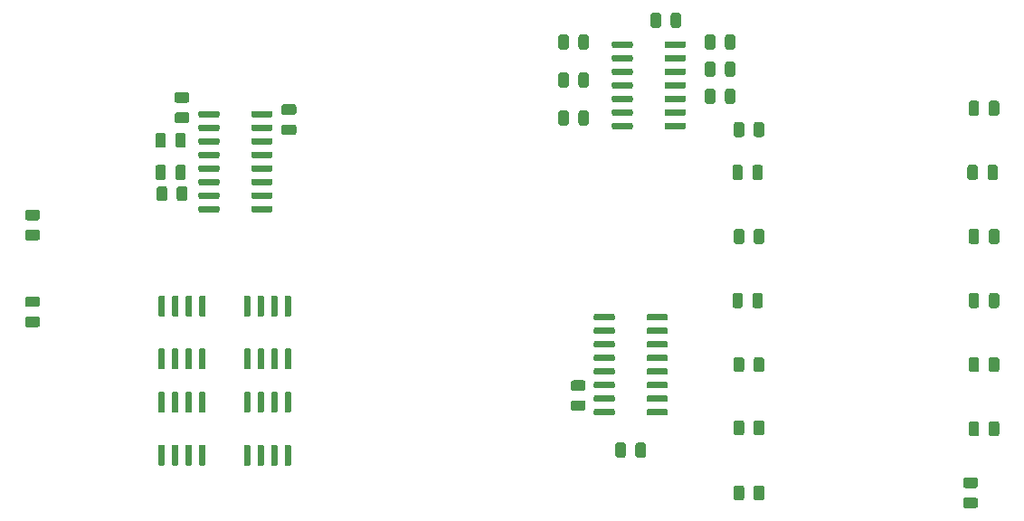
<source format=gtp>
G04 #@! TF.GenerationSoftware,KiCad,Pcbnew,5.1.5-52549c5~84~ubuntu18.04.1*
G04 #@! TF.CreationDate,2020-03-25T21:31:25-04:00*
G04 #@! TF.ProjectId,control,636f6e74-726f-46c2-9e6b-696361645f70,rev?*
G04 #@! TF.SameCoordinates,Original*
G04 #@! TF.FileFunction,Paste,Top*
G04 #@! TF.FilePolarity,Positive*
%FSLAX46Y46*%
G04 Gerber Fmt 4.6, Leading zero omitted, Abs format (unit mm)*
G04 Created by KiCad (PCBNEW 5.1.5-52549c5~84~ubuntu18.04.1) date 2020-03-25 21:31:25*
%MOMM*%
%LPD*%
G04 APERTURE LIST*
%ADD10C,0.100000*%
G04 APERTURE END LIST*
D10*
G36*
X34069703Y-42550722D02*
G01*
X34084264Y-42552882D01*
X34098543Y-42556459D01*
X34112403Y-42561418D01*
X34125710Y-42567712D01*
X34138336Y-42575280D01*
X34150159Y-42584048D01*
X34161066Y-42593934D01*
X34170952Y-42604841D01*
X34179720Y-42616664D01*
X34187288Y-42629290D01*
X34193582Y-42642597D01*
X34198541Y-42656457D01*
X34202118Y-42670736D01*
X34204278Y-42685297D01*
X34205000Y-42700000D01*
X34205000Y-44350000D01*
X34204278Y-44364703D01*
X34202118Y-44379264D01*
X34198541Y-44393543D01*
X34193582Y-44407403D01*
X34187288Y-44420710D01*
X34179720Y-44433336D01*
X34170952Y-44445159D01*
X34161066Y-44456066D01*
X34150159Y-44465952D01*
X34138336Y-44474720D01*
X34125710Y-44482288D01*
X34112403Y-44488582D01*
X34098543Y-44493541D01*
X34084264Y-44497118D01*
X34069703Y-44499278D01*
X34055000Y-44500000D01*
X33755000Y-44500000D01*
X33740297Y-44499278D01*
X33725736Y-44497118D01*
X33711457Y-44493541D01*
X33697597Y-44488582D01*
X33684290Y-44482288D01*
X33671664Y-44474720D01*
X33659841Y-44465952D01*
X33648934Y-44456066D01*
X33639048Y-44445159D01*
X33630280Y-44433336D01*
X33622712Y-44420710D01*
X33616418Y-44407403D01*
X33611459Y-44393543D01*
X33607882Y-44379264D01*
X33605722Y-44364703D01*
X33605000Y-44350000D01*
X33605000Y-42700000D01*
X33605722Y-42685297D01*
X33607882Y-42670736D01*
X33611459Y-42656457D01*
X33616418Y-42642597D01*
X33622712Y-42629290D01*
X33630280Y-42616664D01*
X33639048Y-42604841D01*
X33648934Y-42593934D01*
X33659841Y-42584048D01*
X33671664Y-42575280D01*
X33684290Y-42567712D01*
X33697597Y-42561418D01*
X33711457Y-42556459D01*
X33725736Y-42552882D01*
X33740297Y-42550722D01*
X33755000Y-42550000D01*
X34055000Y-42550000D01*
X34069703Y-42550722D01*
G37*
G36*
X32799703Y-42550722D02*
G01*
X32814264Y-42552882D01*
X32828543Y-42556459D01*
X32842403Y-42561418D01*
X32855710Y-42567712D01*
X32868336Y-42575280D01*
X32880159Y-42584048D01*
X32891066Y-42593934D01*
X32900952Y-42604841D01*
X32909720Y-42616664D01*
X32917288Y-42629290D01*
X32923582Y-42642597D01*
X32928541Y-42656457D01*
X32932118Y-42670736D01*
X32934278Y-42685297D01*
X32935000Y-42700000D01*
X32935000Y-44350000D01*
X32934278Y-44364703D01*
X32932118Y-44379264D01*
X32928541Y-44393543D01*
X32923582Y-44407403D01*
X32917288Y-44420710D01*
X32909720Y-44433336D01*
X32900952Y-44445159D01*
X32891066Y-44456066D01*
X32880159Y-44465952D01*
X32868336Y-44474720D01*
X32855710Y-44482288D01*
X32842403Y-44488582D01*
X32828543Y-44493541D01*
X32814264Y-44497118D01*
X32799703Y-44499278D01*
X32785000Y-44500000D01*
X32485000Y-44500000D01*
X32470297Y-44499278D01*
X32455736Y-44497118D01*
X32441457Y-44493541D01*
X32427597Y-44488582D01*
X32414290Y-44482288D01*
X32401664Y-44474720D01*
X32389841Y-44465952D01*
X32378934Y-44456066D01*
X32369048Y-44445159D01*
X32360280Y-44433336D01*
X32352712Y-44420710D01*
X32346418Y-44407403D01*
X32341459Y-44393543D01*
X32337882Y-44379264D01*
X32335722Y-44364703D01*
X32335000Y-44350000D01*
X32335000Y-42700000D01*
X32335722Y-42685297D01*
X32337882Y-42670736D01*
X32341459Y-42656457D01*
X32346418Y-42642597D01*
X32352712Y-42629290D01*
X32360280Y-42616664D01*
X32369048Y-42604841D01*
X32378934Y-42593934D01*
X32389841Y-42584048D01*
X32401664Y-42575280D01*
X32414290Y-42567712D01*
X32427597Y-42561418D01*
X32441457Y-42556459D01*
X32455736Y-42552882D01*
X32470297Y-42550722D01*
X32485000Y-42550000D01*
X32785000Y-42550000D01*
X32799703Y-42550722D01*
G37*
G36*
X31529703Y-42550722D02*
G01*
X31544264Y-42552882D01*
X31558543Y-42556459D01*
X31572403Y-42561418D01*
X31585710Y-42567712D01*
X31598336Y-42575280D01*
X31610159Y-42584048D01*
X31621066Y-42593934D01*
X31630952Y-42604841D01*
X31639720Y-42616664D01*
X31647288Y-42629290D01*
X31653582Y-42642597D01*
X31658541Y-42656457D01*
X31662118Y-42670736D01*
X31664278Y-42685297D01*
X31665000Y-42700000D01*
X31665000Y-44350000D01*
X31664278Y-44364703D01*
X31662118Y-44379264D01*
X31658541Y-44393543D01*
X31653582Y-44407403D01*
X31647288Y-44420710D01*
X31639720Y-44433336D01*
X31630952Y-44445159D01*
X31621066Y-44456066D01*
X31610159Y-44465952D01*
X31598336Y-44474720D01*
X31585710Y-44482288D01*
X31572403Y-44488582D01*
X31558543Y-44493541D01*
X31544264Y-44497118D01*
X31529703Y-44499278D01*
X31515000Y-44500000D01*
X31215000Y-44500000D01*
X31200297Y-44499278D01*
X31185736Y-44497118D01*
X31171457Y-44493541D01*
X31157597Y-44488582D01*
X31144290Y-44482288D01*
X31131664Y-44474720D01*
X31119841Y-44465952D01*
X31108934Y-44456066D01*
X31099048Y-44445159D01*
X31090280Y-44433336D01*
X31082712Y-44420710D01*
X31076418Y-44407403D01*
X31071459Y-44393543D01*
X31067882Y-44379264D01*
X31065722Y-44364703D01*
X31065000Y-44350000D01*
X31065000Y-42700000D01*
X31065722Y-42685297D01*
X31067882Y-42670736D01*
X31071459Y-42656457D01*
X31076418Y-42642597D01*
X31082712Y-42629290D01*
X31090280Y-42616664D01*
X31099048Y-42604841D01*
X31108934Y-42593934D01*
X31119841Y-42584048D01*
X31131664Y-42575280D01*
X31144290Y-42567712D01*
X31157597Y-42561418D01*
X31171457Y-42556459D01*
X31185736Y-42552882D01*
X31200297Y-42550722D01*
X31215000Y-42550000D01*
X31515000Y-42550000D01*
X31529703Y-42550722D01*
G37*
G36*
X30259703Y-42550722D02*
G01*
X30274264Y-42552882D01*
X30288543Y-42556459D01*
X30302403Y-42561418D01*
X30315710Y-42567712D01*
X30328336Y-42575280D01*
X30340159Y-42584048D01*
X30351066Y-42593934D01*
X30360952Y-42604841D01*
X30369720Y-42616664D01*
X30377288Y-42629290D01*
X30383582Y-42642597D01*
X30388541Y-42656457D01*
X30392118Y-42670736D01*
X30394278Y-42685297D01*
X30395000Y-42700000D01*
X30395000Y-44350000D01*
X30394278Y-44364703D01*
X30392118Y-44379264D01*
X30388541Y-44393543D01*
X30383582Y-44407403D01*
X30377288Y-44420710D01*
X30369720Y-44433336D01*
X30360952Y-44445159D01*
X30351066Y-44456066D01*
X30340159Y-44465952D01*
X30328336Y-44474720D01*
X30315710Y-44482288D01*
X30302403Y-44488582D01*
X30288543Y-44493541D01*
X30274264Y-44497118D01*
X30259703Y-44499278D01*
X30245000Y-44500000D01*
X29945000Y-44500000D01*
X29930297Y-44499278D01*
X29915736Y-44497118D01*
X29901457Y-44493541D01*
X29887597Y-44488582D01*
X29874290Y-44482288D01*
X29861664Y-44474720D01*
X29849841Y-44465952D01*
X29838934Y-44456066D01*
X29829048Y-44445159D01*
X29820280Y-44433336D01*
X29812712Y-44420710D01*
X29806418Y-44407403D01*
X29801459Y-44393543D01*
X29797882Y-44379264D01*
X29795722Y-44364703D01*
X29795000Y-44350000D01*
X29795000Y-42700000D01*
X29795722Y-42685297D01*
X29797882Y-42670736D01*
X29801459Y-42656457D01*
X29806418Y-42642597D01*
X29812712Y-42629290D01*
X29820280Y-42616664D01*
X29829048Y-42604841D01*
X29838934Y-42593934D01*
X29849841Y-42584048D01*
X29861664Y-42575280D01*
X29874290Y-42567712D01*
X29887597Y-42561418D01*
X29901457Y-42556459D01*
X29915736Y-42552882D01*
X29930297Y-42550722D01*
X29945000Y-42550000D01*
X30245000Y-42550000D01*
X30259703Y-42550722D01*
G37*
G36*
X30259703Y-47500722D02*
G01*
X30274264Y-47502882D01*
X30288543Y-47506459D01*
X30302403Y-47511418D01*
X30315710Y-47517712D01*
X30328336Y-47525280D01*
X30340159Y-47534048D01*
X30351066Y-47543934D01*
X30360952Y-47554841D01*
X30369720Y-47566664D01*
X30377288Y-47579290D01*
X30383582Y-47592597D01*
X30388541Y-47606457D01*
X30392118Y-47620736D01*
X30394278Y-47635297D01*
X30395000Y-47650000D01*
X30395000Y-49300000D01*
X30394278Y-49314703D01*
X30392118Y-49329264D01*
X30388541Y-49343543D01*
X30383582Y-49357403D01*
X30377288Y-49370710D01*
X30369720Y-49383336D01*
X30360952Y-49395159D01*
X30351066Y-49406066D01*
X30340159Y-49415952D01*
X30328336Y-49424720D01*
X30315710Y-49432288D01*
X30302403Y-49438582D01*
X30288543Y-49443541D01*
X30274264Y-49447118D01*
X30259703Y-49449278D01*
X30245000Y-49450000D01*
X29945000Y-49450000D01*
X29930297Y-49449278D01*
X29915736Y-49447118D01*
X29901457Y-49443541D01*
X29887597Y-49438582D01*
X29874290Y-49432288D01*
X29861664Y-49424720D01*
X29849841Y-49415952D01*
X29838934Y-49406066D01*
X29829048Y-49395159D01*
X29820280Y-49383336D01*
X29812712Y-49370710D01*
X29806418Y-49357403D01*
X29801459Y-49343543D01*
X29797882Y-49329264D01*
X29795722Y-49314703D01*
X29795000Y-49300000D01*
X29795000Y-47650000D01*
X29795722Y-47635297D01*
X29797882Y-47620736D01*
X29801459Y-47606457D01*
X29806418Y-47592597D01*
X29812712Y-47579290D01*
X29820280Y-47566664D01*
X29829048Y-47554841D01*
X29838934Y-47543934D01*
X29849841Y-47534048D01*
X29861664Y-47525280D01*
X29874290Y-47517712D01*
X29887597Y-47511418D01*
X29901457Y-47506459D01*
X29915736Y-47502882D01*
X29930297Y-47500722D01*
X29945000Y-47500000D01*
X30245000Y-47500000D01*
X30259703Y-47500722D01*
G37*
G36*
X31529703Y-47500722D02*
G01*
X31544264Y-47502882D01*
X31558543Y-47506459D01*
X31572403Y-47511418D01*
X31585710Y-47517712D01*
X31598336Y-47525280D01*
X31610159Y-47534048D01*
X31621066Y-47543934D01*
X31630952Y-47554841D01*
X31639720Y-47566664D01*
X31647288Y-47579290D01*
X31653582Y-47592597D01*
X31658541Y-47606457D01*
X31662118Y-47620736D01*
X31664278Y-47635297D01*
X31665000Y-47650000D01*
X31665000Y-49300000D01*
X31664278Y-49314703D01*
X31662118Y-49329264D01*
X31658541Y-49343543D01*
X31653582Y-49357403D01*
X31647288Y-49370710D01*
X31639720Y-49383336D01*
X31630952Y-49395159D01*
X31621066Y-49406066D01*
X31610159Y-49415952D01*
X31598336Y-49424720D01*
X31585710Y-49432288D01*
X31572403Y-49438582D01*
X31558543Y-49443541D01*
X31544264Y-49447118D01*
X31529703Y-49449278D01*
X31515000Y-49450000D01*
X31215000Y-49450000D01*
X31200297Y-49449278D01*
X31185736Y-49447118D01*
X31171457Y-49443541D01*
X31157597Y-49438582D01*
X31144290Y-49432288D01*
X31131664Y-49424720D01*
X31119841Y-49415952D01*
X31108934Y-49406066D01*
X31099048Y-49395159D01*
X31090280Y-49383336D01*
X31082712Y-49370710D01*
X31076418Y-49357403D01*
X31071459Y-49343543D01*
X31067882Y-49329264D01*
X31065722Y-49314703D01*
X31065000Y-49300000D01*
X31065000Y-47650000D01*
X31065722Y-47635297D01*
X31067882Y-47620736D01*
X31071459Y-47606457D01*
X31076418Y-47592597D01*
X31082712Y-47579290D01*
X31090280Y-47566664D01*
X31099048Y-47554841D01*
X31108934Y-47543934D01*
X31119841Y-47534048D01*
X31131664Y-47525280D01*
X31144290Y-47517712D01*
X31157597Y-47511418D01*
X31171457Y-47506459D01*
X31185736Y-47502882D01*
X31200297Y-47500722D01*
X31215000Y-47500000D01*
X31515000Y-47500000D01*
X31529703Y-47500722D01*
G37*
G36*
X32799703Y-47500722D02*
G01*
X32814264Y-47502882D01*
X32828543Y-47506459D01*
X32842403Y-47511418D01*
X32855710Y-47517712D01*
X32868336Y-47525280D01*
X32880159Y-47534048D01*
X32891066Y-47543934D01*
X32900952Y-47554841D01*
X32909720Y-47566664D01*
X32917288Y-47579290D01*
X32923582Y-47592597D01*
X32928541Y-47606457D01*
X32932118Y-47620736D01*
X32934278Y-47635297D01*
X32935000Y-47650000D01*
X32935000Y-49300000D01*
X32934278Y-49314703D01*
X32932118Y-49329264D01*
X32928541Y-49343543D01*
X32923582Y-49357403D01*
X32917288Y-49370710D01*
X32909720Y-49383336D01*
X32900952Y-49395159D01*
X32891066Y-49406066D01*
X32880159Y-49415952D01*
X32868336Y-49424720D01*
X32855710Y-49432288D01*
X32842403Y-49438582D01*
X32828543Y-49443541D01*
X32814264Y-49447118D01*
X32799703Y-49449278D01*
X32785000Y-49450000D01*
X32485000Y-49450000D01*
X32470297Y-49449278D01*
X32455736Y-49447118D01*
X32441457Y-49443541D01*
X32427597Y-49438582D01*
X32414290Y-49432288D01*
X32401664Y-49424720D01*
X32389841Y-49415952D01*
X32378934Y-49406066D01*
X32369048Y-49395159D01*
X32360280Y-49383336D01*
X32352712Y-49370710D01*
X32346418Y-49357403D01*
X32341459Y-49343543D01*
X32337882Y-49329264D01*
X32335722Y-49314703D01*
X32335000Y-49300000D01*
X32335000Y-47650000D01*
X32335722Y-47635297D01*
X32337882Y-47620736D01*
X32341459Y-47606457D01*
X32346418Y-47592597D01*
X32352712Y-47579290D01*
X32360280Y-47566664D01*
X32369048Y-47554841D01*
X32378934Y-47543934D01*
X32389841Y-47534048D01*
X32401664Y-47525280D01*
X32414290Y-47517712D01*
X32427597Y-47511418D01*
X32441457Y-47506459D01*
X32455736Y-47502882D01*
X32470297Y-47500722D01*
X32485000Y-47500000D01*
X32785000Y-47500000D01*
X32799703Y-47500722D01*
G37*
G36*
X34069703Y-47500722D02*
G01*
X34084264Y-47502882D01*
X34098543Y-47506459D01*
X34112403Y-47511418D01*
X34125710Y-47517712D01*
X34138336Y-47525280D01*
X34150159Y-47534048D01*
X34161066Y-47543934D01*
X34170952Y-47554841D01*
X34179720Y-47566664D01*
X34187288Y-47579290D01*
X34193582Y-47592597D01*
X34198541Y-47606457D01*
X34202118Y-47620736D01*
X34204278Y-47635297D01*
X34205000Y-47650000D01*
X34205000Y-49300000D01*
X34204278Y-49314703D01*
X34202118Y-49329264D01*
X34198541Y-49343543D01*
X34193582Y-49357403D01*
X34187288Y-49370710D01*
X34179720Y-49383336D01*
X34170952Y-49395159D01*
X34161066Y-49406066D01*
X34150159Y-49415952D01*
X34138336Y-49424720D01*
X34125710Y-49432288D01*
X34112403Y-49438582D01*
X34098543Y-49443541D01*
X34084264Y-49447118D01*
X34069703Y-49449278D01*
X34055000Y-49450000D01*
X33755000Y-49450000D01*
X33740297Y-49449278D01*
X33725736Y-49447118D01*
X33711457Y-49443541D01*
X33697597Y-49438582D01*
X33684290Y-49432288D01*
X33671664Y-49424720D01*
X33659841Y-49415952D01*
X33648934Y-49406066D01*
X33639048Y-49395159D01*
X33630280Y-49383336D01*
X33622712Y-49370710D01*
X33616418Y-49357403D01*
X33611459Y-49343543D01*
X33607882Y-49329264D01*
X33605722Y-49314703D01*
X33605000Y-49300000D01*
X33605000Y-47650000D01*
X33605722Y-47635297D01*
X33607882Y-47620736D01*
X33611459Y-47606457D01*
X33616418Y-47592597D01*
X33622712Y-47579290D01*
X33630280Y-47566664D01*
X33639048Y-47554841D01*
X33648934Y-47543934D01*
X33659841Y-47534048D01*
X33671664Y-47525280D01*
X33684290Y-47517712D01*
X33697597Y-47511418D01*
X33711457Y-47506459D01*
X33725736Y-47502882D01*
X33740297Y-47500722D01*
X33755000Y-47500000D01*
X34055000Y-47500000D01*
X34069703Y-47500722D01*
G37*
G36*
X42069703Y-56500722D02*
G01*
X42084264Y-56502882D01*
X42098543Y-56506459D01*
X42112403Y-56511418D01*
X42125710Y-56517712D01*
X42138336Y-56525280D01*
X42150159Y-56534048D01*
X42161066Y-56543934D01*
X42170952Y-56554841D01*
X42179720Y-56566664D01*
X42187288Y-56579290D01*
X42193582Y-56592597D01*
X42198541Y-56606457D01*
X42202118Y-56620736D01*
X42204278Y-56635297D01*
X42205000Y-56650000D01*
X42205000Y-58300000D01*
X42204278Y-58314703D01*
X42202118Y-58329264D01*
X42198541Y-58343543D01*
X42193582Y-58357403D01*
X42187288Y-58370710D01*
X42179720Y-58383336D01*
X42170952Y-58395159D01*
X42161066Y-58406066D01*
X42150159Y-58415952D01*
X42138336Y-58424720D01*
X42125710Y-58432288D01*
X42112403Y-58438582D01*
X42098543Y-58443541D01*
X42084264Y-58447118D01*
X42069703Y-58449278D01*
X42055000Y-58450000D01*
X41755000Y-58450000D01*
X41740297Y-58449278D01*
X41725736Y-58447118D01*
X41711457Y-58443541D01*
X41697597Y-58438582D01*
X41684290Y-58432288D01*
X41671664Y-58424720D01*
X41659841Y-58415952D01*
X41648934Y-58406066D01*
X41639048Y-58395159D01*
X41630280Y-58383336D01*
X41622712Y-58370710D01*
X41616418Y-58357403D01*
X41611459Y-58343543D01*
X41607882Y-58329264D01*
X41605722Y-58314703D01*
X41605000Y-58300000D01*
X41605000Y-56650000D01*
X41605722Y-56635297D01*
X41607882Y-56620736D01*
X41611459Y-56606457D01*
X41616418Y-56592597D01*
X41622712Y-56579290D01*
X41630280Y-56566664D01*
X41639048Y-56554841D01*
X41648934Y-56543934D01*
X41659841Y-56534048D01*
X41671664Y-56525280D01*
X41684290Y-56517712D01*
X41697597Y-56511418D01*
X41711457Y-56506459D01*
X41725736Y-56502882D01*
X41740297Y-56500722D01*
X41755000Y-56500000D01*
X42055000Y-56500000D01*
X42069703Y-56500722D01*
G37*
G36*
X40799703Y-56500722D02*
G01*
X40814264Y-56502882D01*
X40828543Y-56506459D01*
X40842403Y-56511418D01*
X40855710Y-56517712D01*
X40868336Y-56525280D01*
X40880159Y-56534048D01*
X40891066Y-56543934D01*
X40900952Y-56554841D01*
X40909720Y-56566664D01*
X40917288Y-56579290D01*
X40923582Y-56592597D01*
X40928541Y-56606457D01*
X40932118Y-56620736D01*
X40934278Y-56635297D01*
X40935000Y-56650000D01*
X40935000Y-58300000D01*
X40934278Y-58314703D01*
X40932118Y-58329264D01*
X40928541Y-58343543D01*
X40923582Y-58357403D01*
X40917288Y-58370710D01*
X40909720Y-58383336D01*
X40900952Y-58395159D01*
X40891066Y-58406066D01*
X40880159Y-58415952D01*
X40868336Y-58424720D01*
X40855710Y-58432288D01*
X40842403Y-58438582D01*
X40828543Y-58443541D01*
X40814264Y-58447118D01*
X40799703Y-58449278D01*
X40785000Y-58450000D01*
X40485000Y-58450000D01*
X40470297Y-58449278D01*
X40455736Y-58447118D01*
X40441457Y-58443541D01*
X40427597Y-58438582D01*
X40414290Y-58432288D01*
X40401664Y-58424720D01*
X40389841Y-58415952D01*
X40378934Y-58406066D01*
X40369048Y-58395159D01*
X40360280Y-58383336D01*
X40352712Y-58370710D01*
X40346418Y-58357403D01*
X40341459Y-58343543D01*
X40337882Y-58329264D01*
X40335722Y-58314703D01*
X40335000Y-58300000D01*
X40335000Y-56650000D01*
X40335722Y-56635297D01*
X40337882Y-56620736D01*
X40341459Y-56606457D01*
X40346418Y-56592597D01*
X40352712Y-56579290D01*
X40360280Y-56566664D01*
X40369048Y-56554841D01*
X40378934Y-56543934D01*
X40389841Y-56534048D01*
X40401664Y-56525280D01*
X40414290Y-56517712D01*
X40427597Y-56511418D01*
X40441457Y-56506459D01*
X40455736Y-56502882D01*
X40470297Y-56500722D01*
X40485000Y-56500000D01*
X40785000Y-56500000D01*
X40799703Y-56500722D01*
G37*
G36*
X39529703Y-56500722D02*
G01*
X39544264Y-56502882D01*
X39558543Y-56506459D01*
X39572403Y-56511418D01*
X39585710Y-56517712D01*
X39598336Y-56525280D01*
X39610159Y-56534048D01*
X39621066Y-56543934D01*
X39630952Y-56554841D01*
X39639720Y-56566664D01*
X39647288Y-56579290D01*
X39653582Y-56592597D01*
X39658541Y-56606457D01*
X39662118Y-56620736D01*
X39664278Y-56635297D01*
X39665000Y-56650000D01*
X39665000Y-58300000D01*
X39664278Y-58314703D01*
X39662118Y-58329264D01*
X39658541Y-58343543D01*
X39653582Y-58357403D01*
X39647288Y-58370710D01*
X39639720Y-58383336D01*
X39630952Y-58395159D01*
X39621066Y-58406066D01*
X39610159Y-58415952D01*
X39598336Y-58424720D01*
X39585710Y-58432288D01*
X39572403Y-58438582D01*
X39558543Y-58443541D01*
X39544264Y-58447118D01*
X39529703Y-58449278D01*
X39515000Y-58450000D01*
X39215000Y-58450000D01*
X39200297Y-58449278D01*
X39185736Y-58447118D01*
X39171457Y-58443541D01*
X39157597Y-58438582D01*
X39144290Y-58432288D01*
X39131664Y-58424720D01*
X39119841Y-58415952D01*
X39108934Y-58406066D01*
X39099048Y-58395159D01*
X39090280Y-58383336D01*
X39082712Y-58370710D01*
X39076418Y-58357403D01*
X39071459Y-58343543D01*
X39067882Y-58329264D01*
X39065722Y-58314703D01*
X39065000Y-58300000D01*
X39065000Y-56650000D01*
X39065722Y-56635297D01*
X39067882Y-56620736D01*
X39071459Y-56606457D01*
X39076418Y-56592597D01*
X39082712Y-56579290D01*
X39090280Y-56566664D01*
X39099048Y-56554841D01*
X39108934Y-56543934D01*
X39119841Y-56534048D01*
X39131664Y-56525280D01*
X39144290Y-56517712D01*
X39157597Y-56511418D01*
X39171457Y-56506459D01*
X39185736Y-56502882D01*
X39200297Y-56500722D01*
X39215000Y-56500000D01*
X39515000Y-56500000D01*
X39529703Y-56500722D01*
G37*
G36*
X38259703Y-56500722D02*
G01*
X38274264Y-56502882D01*
X38288543Y-56506459D01*
X38302403Y-56511418D01*
X38315710Y-56517712D01*
X38328336Y-56525280D01*
X38340159Y-56534048D01*
X38351066Y-56543934D01*
X38360952Y-56554841D01*
X38369720Y-56566664D01*
X38377288Y-56579290D01*
X38383582Y-56592597D01*
X38388541Y-56606457D01*
X38392118Y-56620736D01*
X38394278Y-56635297D01*
X38395000Y-56650000D01*
X38395000Y-58300000D01*
X38394278Y-58314703D01*
X38392118Y-58329264D01*
X38388541Y-58343543D01*
X38383582Y-58357403D01*
X38377288Y-58370710D01*
X38369720Y-58383336D01*
X38360952Y-58395159D01*
X38351066Y-58406066D01*
X38340159Y-58415952D01*
X38328336Y-58424720D01*
X38315710Y-58432288D01*
X38302403Y-58438582D01*
X38288543Y-58443541D01*
X38274264Y-58447118D01*
X38259703Y-58449278D01*
X38245000Y-58450000D01*
X37945000Y-58450000D01*
X37930297Y-58449278D01*
X37915736Y-58447118D01*
X37901457Y-58443541D01*
X37887597Y-58438582D01*
X37874290Y-58432288D01*
X37861664Y-58424720D01*
X37849841Y-58415952D01*
X37838934Y-58406066D01*
X37829048Y-58395159D01*
X37820280Y-58383336D01*
X37812712Y-58370710D01*
X37806418Y-58357403D01*
X37801459Y-58343543D01*
X37797882Y-58329264D01*
X37795722Y-58314703D01*
X37795000Y-58300000D01*
X37795000Y-56650000D01*
X37795722Y-56635297D01*
X37797882Y-56620736D01*
X37801459Y-56606457D01*
X37806418Y-56592597D01*
X37812712Y-56579290D01*
X37820280Y-56566664D01*
X37829048Y-56554841D01*
X37838934Y-56543934D01*
X37849841Y-56534048D01*
X37861664Y-56525280D01*
X37874290Y-56517712D01*
X37887597Y-56511418D01*
X37901457Y-56506459D01*
X37915736Y-56502882D01*
X37930297Y-56500722D01*
X37945000Y-56500000D01*
X38245000Y-56500000D01*
X38259703Y-56500722D01*
G37*
G36*
X38259703Y-51550722D02*
G01*
X38274264Y-51552882D01*
X38288543Y-51556459D01*
X38302403Y-51561418D01*
X38315710Y-51567712D01*
X38328336Y-51575280D01*
X38340159Y-51584048D01*
X38351066Y-51593934D01*
X38360952Y-51604841D01*
X38369720Y-51616664D01*
X38377288Y-51629290D01*
X38383582Y-51642597D01*
X38388541Y-51656457D01*
X38392118Y-51670736D01*
X38394278Y-51685297D01*
X38395000Y-51700000D01*
X38395000Y-53350000D01*
X38394278Y-53364703D01*
X38392118Y-53379264D01*
X38388541Y-53393543D01*
X38383582Y-53407403D01*
X38377288Y-53420710D01*
X38369720Y-53433336D01*
X38360952Y-53445159D01*
X38351066Y-53456066D01*
X38340159Y-53465952D01*
X38328336Y-53474720D01*
X38315710Y-53482288D01*
X38302403Y-53488582D01*
X38288543Y-53493541D01*
X38274264Y-53497118D01*
X38259703Y-53499278D01*
X38245000Y-53500000D01*
X37945000Y-53500000D01*
X37930297Y-53499278D01*
X37915736Y-53497118D01*
X37901457Y-53493541D01*
X37887597Y-53488582D01*
X37874290Y-53482288D01*
X37861664Y-53474720D01*
X37849841Y-53465952D01*
X37838934Y-53456066D01*
X37829048Y-53445159D01*
X37820280Y-53433336D01*
X37812712Y-53420710D01*
X37806418Y-53407403D01*
X37801459Y-53393543D01*
X37797882Y-53379264D01*
X37795722Y-53364703D01*
X37795000Y-53350000D01*
X37795000Y-51700000D01*
X37795722Y-51685297D01*
X37797882Y-51670736D01*
X37801459Y-51656457D01*
X37806418Y-51642597D01*
X37812712Y-51629290D01*
X37820280Y-51616664D01*
X37829048Y-51604841D01*
X37838934Y-51593934D01*
X37849841Y-51584048D01*
X37861664Y-51575280D01*
X37874290Y-51567712D01*
X37887597Y-51561418D01*
X37901457Y-51556459D01*
X37915736Y-51552882D01*
X37930297Y-51550722D01*
X37945000Y-51550000D01*
X38245000Y-51550000D01*
X38259703Y-51550722D01*
G37*
G36*
X39529703Y-51550722D02*
G01*
X39544264Y-51552882D01*
X39558543Y-51556459D01*
X39572403Y-51561418D01*
X39585710Y-51567712D01*
X39598336Y-51575280D01*
X39610159Y-51584048D01*
X39621066Y-51593934D01*
X39630952Y-51604841D01*
X39639720Y-51616664D01*
X39647288Y-51629290D01*
X39653582Y-51642597D01*
X39658541Y-51656457D01*
X39662118Y-51670736D01*
X39664278Y-51685297D01*
X39665000Y-51700000D01*
X39665000Y-53350000D01*
X39664278Y-53364703D01*
X39662118Y-53379264D01*
X39658541Y-53393543D01*
X39653582Y-53407403D01*
X39647288Y-53420710D01*
X39639720Y-53433336D01*
X39630952Y-53445159D01*
X39621066Y-53456066D01*
X39610159Y-53465952D01*
X39598336Y-53474720D01*
X39585710Y-53482288D01*
X39572403Y-53488582D01*
X39558543Y-53493541D01*
X39544264Y-53497118D01*
X39529703Y-53499278D01*
X39515000Y-53500000D01*
X39215000Y-53500000D01*
X39200297Y-53499278D01*
X39185736Y-53497118D01*
X39171457Y-53493541D01*
X39157597Y-53488582D01*
X39144290Y-53482288D01*
X39131664Y-53474720D01*
X39119841Y-53465952D01*
X39108934Y-53456066D01*
X39099048Y-53445159D01*
X39090280Y-53433336D01*
X39082712Y-53420710D01*
X39076418Y-53407403D01*
X39071459Y-53393543D01*
X39067882Y-53379264D01*
X39065722Y-53364703D01*
X39065000Y-53350000D01*
X39065000Y-51700000D01*
X39065722Y-51685297D01*
X39067882Y-51670736D01*
X39071459Y-51656457D01*
X39076418Y-51642597D01*
X39082712Y-51629290D01*
X39090280Y-51616664D01*
X39099048Y-51604841D01*
X39108934Y-51593934D01*
X39119841Y-51584048D01*
X39131664Y-51575280D01*
X39144290Y-51567712D01*
X39157597Y-51561418D01*
X39171457Y-51556459D01*
X39185736Y-51552882D01*
X39200297Y-51550722D01*
X39215000Y-51550000D01*
X39515000Y-51550000D01*
X39529703Y-51550722D01*
G37*
G36*
X40799703Y-51550722D02*
G01*
X40814264Y-51552882D01*
X40828543Y-51556459D01*
X40842403Y-51561418D01*
X40855710Y-51567712D01*
X40868336Y-51575280D01*
X40880159Y-51584048D01*
X40891066Y-51593934D01*
X40900952Y-51604841D01*
X40909720Y-51616664D01*
X40917288Y-51629290D01*
X40923582Y-51642597D01*
X40928541Y-51656457D01*
X40932118Y-51670736D01*
X40934278Y-51685297D01*
X40935000Y-51700000D01*
X40935000Y-53350000D01*
X40934278Y-53364703D01*
X40932118Y-53379264D01*
X40928541Y-53393543D01*
X40923582Y-53407403D01*
X40917288Y-53420710D01*
X40909720Y-53433336D01*
X40900952Y-53445159D01*
X40891066Y-53456066D01*
X40880159Y-53465952D01*
X40868336Y-53474720D01*
X40855710Y-53482288D01*
X40842403Y-53488582D01*
X40828543Y-53493541D01*
X40814264Y-53497118D01*
X40799703Y-53499278D01*
X40785000Y-53500000D01*
X40485000Y-53500000D01*
X40470297Y-53499278D01*
X40455736Y-53497118D01*
X40441457Y-53493541D01*
X40427597Y-53488582D01*
X40414290Y-53482288D01*
X40401664Y-53474720D01*
X40389841Y-53465952D01*
X40378934Y-53456066D01*
X40369048Y-53445159D01*
X40360280Y-53433336D01*
X40352712Y-53420710D01*
X40346418Y-53407403D01*
X40341459Y-53393543D01*
X40337882Y-53379264D01*
X40335722Y-53364703D01*
X40335000Y-53350000D01*
X40335000Y-51700000D01*
X40335722Y-51685297D01*
X40337882Y-51670736D01*
X40341459Y-51656457D01*
X40346418Y-51642597D01*
X40352712Y-51629290D01*
X40360280Y-51616664D01*
X40369048Y-51604841D01*
X40378934Y-51593934D01*
X40389841Y-51584048D01*
X40401664Y-51575280D01*
X40414290Y-51567712D01*
X40427597Y-51561418D01*
X40441457Y-51556459D01*
X40455736Y-51552882D01*
X40470297Y-51550722D01*
X40485000Y-51550000D01*
X40785000Y-51550000D01*
X40799703Y-51550722D01*
G37*
G36*
X42069703Y-51550722D02*
G01*
X42084264Y-51552882D01*
X42098543Y-51556459D01*
X42112403Y-51561418D01*
X42125710Y-51567712D01*
X42138336Y-51575280D01*
X42150159Y-51584048D01*
X42161066Y-51593934D01*
X42170952Y-51604841D01*
X42179720Y-51616664D01*
X42187288Y-51629290D01*
X42193582Y-51642597D01*
X42198541Y-51656457D01*
X42202118Y-51670736D01*
X42204278Y-51685297D01*
X42205000Y-51700000D01*
X42205000Y-53350000D01*
X42204278Y-53364703D01*
X42202118Y-53379264D01*
X42198541Y-53393543D01*
X42193582Y-53407403D01*
X42187288Y-53420710D01*
X42179720Y-53433336D01*
X42170952Y-53445159D01*
X42161066Y-53456066D01*
X42150159Y-53465952D01*
X42138336Y-53474720D01*
X42125710Y-53482288D01*
X42112403Y-53488582D01*
X42098543Y-53493541D01*
X42084264Y-53497118D01*
X42069703Y-53499278D01*
X42055000Y-53500000D01*
X41755000Y-53500000D01*
X41740297Y-53499278D01*
X41725736Y-53497118D01*
X41711457Y-53493541D01*
X41697597Y-53488582D01*
X41684290Y-53482288D01*
X41671664Y-53474720D01*
X41659841Y-53465952D01*
X41648934Y-53456066D01*
X41639048Y-53445159D01*
X41630280Y-53433336D01*
X41622712Y-53420710D01*
X41616418Y-53407403D01*
X41611459Y-53393543D01*
X41607882Y-53379264D01*
X41605722Y-53364703D01*
X41605000Y-53350000D01*
X41605000Y-51700000D01*
X41605722Y-51685297D01*
X41607882Y-51670736D01*
X41611459Y-51656457D01*
X41616418Y-51642597D01*
X41622712Y-51629290D01*
X41630280Y-51616664D01*
X41639048Y-51604841D01*
X41648934Y-51593934D01*
X41659841Y-51584048D01*
X41671664Y-51575280D01*
X41684290Y-51567712D01*
X41697597Y-51561418D01*
X41711457Y-51556459D01*
X41725736Y-51552882D01*
X41740297Y-51550722D01*
X41755000Y-51550000D01*
X42055000Y-51550000D01*
X42069703Y-51550722D01*
G37*
G36*
X40314703Y-25255722D02*
G01*
X40329264Y-25257882D01*
X40343543Y-25261459D01*
X40357403Y-25266418D01*
X40370710Y-25272712D01*
X40383336Y-25280280D01*
X40395159Y-25289048D01*
X40406066Y-25298934D01*
X40415952Y-25309841D01*
X40424720Y-25321664D01*
X40432288Y-25334290D01*
X40438582Y-25347597D01*
X40443541Y-25361457D01*
X40447118Y-25375736D01*
X40449278Y-25390297D01*
X40450000Y-25405000D01*
X40450000Y-25705000D01*
X40449278Y-25719703D01*
X40447118Y-25734264D01*
X40443541Y-25748543D01*
X40438582Y-25762403D01*
X40432288Y-25775710D01*
X40424720Y-25788336D01*
X40415952Y-25800159D01*
X40406066Y-25811066D01*
X40395159Y-25820952D01*
X40383336Y-25829720D01*
X40370710Y-25837288D01*
X40357403Y-25843582D01*
X40343543Y-25848541D01*
X40329264Y-25852118D01*
X40314703Y-25854278D01*
X40300000Y-25855000D01*
X38650000Y-25855000D01*
X38635297Y-25854278D01*
X38620736Y-25852118D01*
X38606457Y-25848541D01*
X38592597Y-25843582D01*
X38579290Y-25837288D01*
X38566664Y-25829720D01*
X38554841Y-25820952D01*
X38543934Y-25811066D01*
X38534048Y-25800159D01*
X38525280Y-25788336D01*
X38517712Y-25775710D01*
X38511418Y-25762403D01*
X38506459Y-25748543D01*
X38502882Y-25734264D01*
X38500722Y-25719703D01*
X38500000Y-25705000D01*
X38500000Y-25405000D01*
X38500722Y-25390297D01*
X38502882Y-25375736D01*
X38506459Y-25361457D01*
X38511418Y-25347597D01*
X38517712Y-25334290D01*
X38525280Y-25321664D01*
X38534048Y-25309841D01*
X38543934Y-25298934D01*
X38554841Y-25289048D01*
X38566664Y-25280280D01*
X38579290Y-25272712D01*
X38592597Y-25266418D01*
X38606457Y-25261459D01*
X38620736Y-25257882D01*
X38635297Y-25255722D01*
X38650000Y-25255000D01*
X40300000Y-25255000D01*
X40314703Y-25255722D01*
G37*
G36*
X40314703Y-26525722D02*
G01*
X40329264Y-26527882D01*
X40343543Y-26531459D01*
X40357403Y-26536418D01*
X40370710Y-26542712D01*
X40383336Y-26550280D01*
X40395159Y-26559048D01*
X40406066Y-26568934D01*
X40415952Y-26579841D01*
X40424720Y-26591664D01*
X40432288Y-26604290D01*
X40438582Y-26617597D01*
X40443541Y-26631457D01*
X40447118Y-26645736D01*
X40449278Y-26660297D01*
X40450000Y-26675000D01*
X40450000Y-26975000D01*
X40449278Y-26989703D01*
X40447118Y-27004264D01*
X40443541Y-27018543D01*
X40438582Y-27032403D01*
X40432288Y-27045710D01*
X40424720Y-27058336D01*
X40415952Y-27070159D01*
X40406066Y-27081066D01*
X40395159Y-27090952D01*
X40383336Y-27099720D01*
X40370710Y-27107288D01*
X40357403Y-27113582D01*
X40343543Y-27118541D01*
X40329264Y-27122118D01*
X40314703Y-27124278D01*
X40300000Y-27125000D01*
X38650000Y-27125000D01*
X38635297Y-27124278D01*
X38620736Y-27122118D01*
X38606457Y-27118541D01*
X38592597Y-27113582D01*
X38579290Y-27107288D01*
X38566664Y-27099720D01*
X38554841Y-27090952D01*
X38543934Y-27081066D01*
X38534048Y-27070159D01*
X38525280Y-27058336D01*
X38517712Y-27045710D01*
X38511418Y-27032403D01*
X38506459Y-27018543D01*
X38502882Y-27004264D01*
X38500722Y-26989703D01*
X38500000Y-26975000D01*
X38500000Y-26675000D01*
X38500722Y-26660297D01*
X38502882Y-26645736D01*
X38506459Y-26631457D01*
X38511418Y-26617597D01*
X38517712Y-26604290D01*
X38525280Y-26591664D01*
X38534048Y-26579841D01*
X38543934Y-26568934D01*
X38554841Y-26559048D01*
X38566664Y-26550280D01*
X38579290Y-26542712D01*
X38592597Y-26536418D01*
X38606457Y-26531459D01*
X38620736Y-26527882D01*
X38635297Y-26525722D01*
X38650000Y-26525000D01*
X40300000Y-26525000D01*
X40314703Y-26525722D01*
G37*
G36*
X40314703Y-27795722D02*
G01*
X40329264Y-27797882D01*
X40343543Y-27801459D01*
X40357403Y-27806418D01*
X40370710Y-27812712D01*
X40383336Y-27820280D01*
X40395159Y-27829048D01*
X40406066Y-27838934D01*
X40415952Y-27849841D01*
X40424720Y-27861664D01*
X40432288Y-27874290D01*
X40438582Y-27887597D01*
X40443541Y-27901457D01*
X40447118Y-27915736D01*
X40449278Y-27930297D01*
X40450000Y-27945000D01*
X40450000Y-28245000D01*
X40449278Y-28259703D01*
X40447118Y-28274264D01*
X40443541Y-28288543D01*
X40438582Y-28302403D01*
X40432288Y-28315710D01*
X40424720Y-28328336D01*
X40415952Y-28340159D01*
X40406066Y-28351066D01*
X40395159Y-28360952D01*
X40383336Y-28369720D01*
X40370710Y-28377288D01*
X40357403Y-28383582D01*
X40343543Y-28388541D01*
X40329264Y-28392118D01*
X40314703Y-28394278D01*
X40300000Y-28395000D01*
X38650000Y-28395000D01*
X38635297Y-28394278D01*
X38620736Y-28392118D01*
X38606457Y-28388541D01*
X38592597Y-28383582D01*
X38579290Y-28377288D01*
X38566664Y-28369720D01*
X38554841Y-28360952D01*
X38543934Y-28351066D01*
X38534048Y-28340159D01*
X38525280Y-28328336D01*
X38517712Y-28315710D01*
X38511418Y-28302403D01*
X38506459Y-28288543D01*
X38502882Y-28274264D01*
X38500722Y-28259703D01*
X38500000Y-28245000D01*
X38500000Y-27945000D01*
X38500722Y-27930297D01*
X38502882Y-27915736D01*
X38506459Y-27901457D01*
X38511418Y-27887597D01*
X38517712Y-27874290D01*
X38525280Y-27861664D01*
X38534048Y-27849841D01*
X38543934Y-27838934D01*
X38554841Y-27829048D01*
X38566664Y-27820280D01*
X38579290Y-27812712D01*
X38592597Y-27806418D01*
X38606457Y-27801459D01*
X38620736Y-27797882D01*
X38635297Y-27795722D01*
X38650000Y-27795000D01*
X40300000Y-27795000D01*
X40314703Y-27795722D01*
G37*
G36*
X40314703Y-29065722D02*
G01*
X40329264Y-29067882D01*
X40343543Y-29071459D01*
X40357403Y-29076418D01*
X40370710Y-29082712D01*
X40383336Y-29090280D01*
X40395159Y-29099048D01*
X40406066Y-29108934D01*
X40415952Y-29119841D01*
X40424720Y-29131664D01*
X40432288Y-29144290D01*
X40438582Y-29157597D01*
X40443541Y-29171457D01*
X40447118Y-29185736D01*
X40449278Y-29200297D01*
X40450000Y-29215000D01*
X40450000Y-29515000D01*
X40449278Y-29529703D01*
X40447118Y-29544264D01*
X40443541Y-29558543D01*
X40438582Y-29572403D01*
X40432288Y-29585710D01*
X40424720Y-29598336D01*
X40415952Y-29610159D01*
X40406066Y-29621066D01*
X40395159Y-29630952D01*
X40383336Y-29639720D01*
X40370710Y-29647288D01*
X40357403Y-29653582D01*
X40343543Y-29658541D01*
X40329264Y-29662118D01*
X40314703Y-29664278D01*
X40300000Y-29665000D01*
X38650000Y-29665000D01*
X38635297Y-29664278D01*
X38620736Y-29662118D01*
X38606457Y-29658541D01*
X38592597Y-29653582D01*
X38579290Y-29647288D01*
X38566664Y-29639720D01*
X38554841Y-29630952D01*
X38543934Y-29621066D01*
X38534048Y-29610159D01*
X38525280Y-29598336D01*
X38517712Y-29585710D01*
X38511418Y-29572403D01*
X38506459Y-29558543D01*
X38502882Y-29544264D01*
X38500722Y-29529703D01*
X38500000Y-29515000D01*
X38500000Y-29215000D01*
X38500722Y-29200297D01*
X38502882Y-29185736D01*
X38506459Y-29171457D01*
X38511418Y-29157597D01*
X38517712Y-29144290D01*
X38525280Y-29131664D01*
X38534048Y-29119841D01*
X38543934Y-29108934D01*
X38554841Y-29099048D01*
X38566664Y-29090280D01*
X38579290Y-29082712D01*
X38592597Y-29076418D01*
X38606457Y-29071459D01*
X38620736Y-29067882D01*
X38635297Y-29065722D01*
X38650000Y-29065000D01*
X40300000Y-29065000D01*
X40314703Y-29065722D01*
G37*
G36*
X40314703Y-30335722D02*
G01*
X40329264Y-30337882D01*
X40343543Y-30341459D01*
X40357403Y-30346418D01*
X40370710Y-30352712D01*
X40383336Y-30360280D01*
X40395159Y-30369048D01*
X40406066Y-30378934D01*
X40415952Y-30389841D01*
X40424720Y-30401664D01*
X40432288Y-30414290D01*
X40438582Y-30427597D01*
X40443541Y-30441457D01*
X40447118Y-30455736D01*
X40449278Y-30470297D01*
X40450000Y-30485000D01*
X40450000Y-30785000D01*
X40449278Y-30799703D01*
X40447118Y-30814264D01*
X40443541Y-30828543D01*
X40438582Y-30842403D01*
X40432288Y-30855710D01*
X40424720Y-30868336D01*
X40415952Y-30880159D01*
X40406066Y-30891066D01*
X40395159Y-30900952D01*
X40383336Y-30909720D01*
X40370710Y-30917288D01*
X40357403Y-30923582D01*
X40343543Y-30928541D01*
X40329264Y-30932118D01*
X40314703Y-30934278D01*
X40300000Y-30935000D01*
X38650000Y-30935000D01*
X38635297Y-30934278D01*
X38620736Y-30932118D01*
X38606457Y-30928541D01*
X38592597Y-30923582D01*
X38579290Y-30917288D01*
X38566664Y-30909720D01*
X38554841Y-30900952D01*
X38543934Y-30891066D01*
X38534048Y-30880159D01*
X38525280Y-30868336D01*
X38517712Y-30855710D01*
X38511418Y-30842403D01*
X38506459Y-30828543D01*
X38502882Y-30814264D01*
X38500722Y-30799703D01*
X38500000Y-30785000D01*
X38500000Y-30485000D01*
X38500722Y-30470297D01*
X38502882Y-30455736D01*
X38506459Y-30441457D01*
X38511418Y-30427597D01*
X38517712Y-30414290D01*
X38525280Y-30401664D01*
X38534048Y-30389841D01*
X38543934Y-30378934D01*
X38554841Y-30369048D01*
X38566664Y-30360280D01*
X38579290Y-30352712D01*
X38592597Y-30346418D01*
X38606457Y-30341459D01*
X38620736Y-30337882D01*
X38635297Y-30335722D01*
X38650000Y-30335000D01*
X40300000Y-30335000D01*
X40314703Y-30335722D01*
G37*
G36*
X40314703Y-31605722D02*
G01*
X40329264Y-31607882D01*
X40343543Y-31611459D01*
X40357403Y-31616418D01*
X40370710Y-31622712D01*
X40383336Y-31630280D01*
X40395159Y-31639048D01*
X40406066Y-31648934D01*
X40415952Y-31659841D01*
X40424720Y-31671664D01*
X40432288Y-31684290D01*
X40438582Y-31697597D01*
X40443541Y-31711457D01*
X40447118Y-31725736D01*
X40449278Y-31740297D01*
X40450000Y-31755000D01*
X40450000Y-32055000D01*
X40449278Y-32069703D01*
X40447118Y-32084264D01*
X40443541Y-32098543D01*
X40438582Y-32112403D01*
X40432288Y-32125710D01*
X40424720Y-32138336D01*
X40415952Y-32150159D01*
X40406066Y-32161066D01*
X40395159Y-32170952D01*
X40383336Y-32179720D01*
X40370710Y-32187288D01*
X40357403Y-32193582D01*
X40343543Y-32198541D01*
X40329264Y-32202118D01*
X40314703Y-32204278D01*
X40300000Y-32205000D01*
X38650000Y-32205000D01*
X38635297Y-32204278D01*
X38620736Y-32202118D01*
X38606457Y-32198541D01*
X38592597Y-32193582D01*
X38579290Y-32187288D01*
X38566664Y-32179720D01*
X38554841Y-32170952D01*
X38543934Y-32161066D01*
X38534048Y-32150159D01*
X38525280Y-32138336D01*
X38517712Y-32125710D01*
X38511418Y-32112403D01*
X38506459Y-32098543D01*
X38502882Y-32084264D01*
X38500722Y-32069703D01*
X38500000Y-32055000D01*
X38500000Y-31755000D01*
X38500722Y-31740297D01*
X38502882Y-31725736D01*
X38506459Y-31711457D01*
X38511418Y-31697597D01*
X38517712Y-31684290D01*
X38525280Y-31671664D01*
X38534048Y-31659841D01*
X38543934Y-31648934D01*
X38554841Y-31639048D01*
X38566664Y-31630280D01*
X38579290Y-31622712D01*
X38592597Y-31616418D01*
X38606457Y-31611459D01*
X38620736Y-31607882D01*
X38635297Y-31605722D01*
X38650000Y-31605000D01*
X40300000Y-31605000D01*
X40314703Y-31605722D01*
G37*
G36*
X40314703Y-32875722D02*
G01*
X40329264Y-32877882D01*
X40343543Y-32881459D01*
X40357403Y-32886418D01*
X40370710Y-32892712D01*
X40383336Y-32900280D01*
X40395159Y-32909048D01*
X40406066Y-32918934D01*
X40415952Y-32929841D01*
X40424720Y-32941664D01*
X40432288Y-32954290D01*
X40438582Y-32967597D01*
X40443541Y-32981457D01*
X40447118Y-32995736D01*
X40449278Y-33010297D01*
X40450000Y-33025000D01*
X40450000Y-33325000D01*
X40449278Y-33339703D01*
X40447118Y-33354264D01*
X40443541Y-33368543D01*
X40438582Y-33382403D01*
X40432288Y-33395710D01*
X40424720Y-33408336D01*
X40415952Y-33420159D01*
X40406066Y-33431066D01*
X40395159Y-33440952D01*
X40383336Y-33449720D01*
X40370710Y-33457288D01*
X40357403Y-33463582D01*
X40343543Y-33468541D01*
X40329264Y-33472118D01*
X40314703Y-33474278D01*
X40300000Y-33475000D01*
X38650000Y-33475000D01*
X38635297Y-33474278D01*
X38620736Y-33472118D01*
X38606457Y-33468541D01*
X38592597Y-33463582D01*
X38579290Y-33457288D01*
X38566664Y-33449720D01*
X38554841Y-33440952D01*
X38543934Y-33431066D01*
X38534048Y-33420159D01*
X38525280Y-33408336D01*
X38517712Y-33395710D01*
X38511418Y-33382403D01*
X38506459Y-33368543D01*
X38502882Y-33354264D01*
X38500722Y-33339703D01*
X38500000Y-33325000D01*
X38500000Y-33025000D01*
X38500722Y-33010297D01*
X38502882Y-32995736D01*
X38506459Y-32981457D01*
X38511418Y-32967597D01*
X38517712Y-32954290D01*
X38525280Y-32941664D01*
X38534048Y-32929841D01*
X38543934Y-32918934D01*
X38554841Y-32909048D01*
X38566664Y-32900280D01*
X38579290Y-32892712D01*
X38592597Y-32886418D01*
X38606457Y-32881459D01*
X38620736Y-32877882D01*
X38635297Y-32875722D01*
X38650000Y-32875000D01*
X40300000Y-32875000D01*
X40314703Y-32875722D01*
G37*
G36*
X40314703Y-34145722D02*
G01*
X40329264Y-34147882D01*
X40343543Y-34151459D01*
X40357403Y-34156418D01*
X40370710Y-34162712D01*
X40383336Y-34170280D01*
X40395159Y-34179048D01*
X40406066Y-34188934D01*
X40415952Y-34199841D01*
X40424720Y-34211664D01*
X40432288Y-34224290D01*
X40438582Y-34237597D01*
X40443541Y-34251457D01*
X40447118Y-34265736D01*
X40449278Y-34280297D01*
X40450000Y-34295000D01*
X40450000Y-34595000D01*
X40449278Y-34609703D01*
X40447118Y-34624264D01*
X40443541Y-34638543D01*
X40438582Y-34652403D01*
X40432288Y-34665710D01*
X40424720Y-34678336D01*
X40415952Y-34690159D01*
X40406066Y-34701066D01*
X40395159Y-34710952D01*
X40383336Y-34719720D01*
X40370710Y-34727288D01*
X40357403Y-34733582D01*
X40343543Y-34738541D01*
X40329264Y-34742118D01*
X40314703Y-34744278D01*
X40300000Y-34745000D01*
X38650000Y-34745000D01*
X38635297Y-34744278D01*
X38620736Y-34742118D01*
X38606457Y-34738541D01*
X38592597Y-34733582D01*
X38579290Y-34727288D01*
X38566664Y-34719720D01*
X38554841Y-34710952D01*
X38543934Y-34701066D01*
X38534048Y-34690159D01*
X38525280Y-34678336D01*
X38517712Y-34665710D01*
X38511418Y-34652403D01*
X38506459Y-34638543D01*
X38502882Y-34624264D01*
X38500722Y-34609703D01*
X38500000Y-34595000D01*
X38500000Y-34295000D01*
X38500722Y-34280297D01*
X38502882Y-34265736D01*
X38506459Y-34251457D01*
X38511418Y-34237597D01*
X38517712Y-34224290D01*
X38525280Y-34211664D01*
X38534048Y-34199841D01*
X38543934Y-34188934D01*
X38554841Y-34179048D01*
X38566664Y-34170280D01*
X38579290Y-34162712D01*
X38592597Y-34156418D01*
X38606457Y-34151459D01*
X38620736Y-34147882D01*
X38635297Y-34145722D01*
X38650000Y-34145000D01*
X40300000Y-34145000D01*
X40314703Y-34145722D01*
G37*
G36*
X35364703Y-34145722D02*
G01*
X35379264Y-34147882D01*
X35393543Y-34151459D01*
X35407403Y-34156418D01*
X35420710Y-34162712D01*
X35433336Y-34170280D01*
X35445159Y-34179048D01*
X35456066Y-34188934D01*
X35465952Y-34199841D01*
X35474720Y-34211664D01*
X35482288Y-34224290D01*
X35488582Y-34237597D01*
X35493541Y-34251457D01*
X35497118Y-34265736D01*
X35499278Y-34280297D01*
X35500000Y-34295000D01*
X35500000Y-34595000D01*
X35499278Y-34609703D01*
X35497118Y-34624264D01*
X35493541Y-34638543D01*
X35488582Y-34652403D01*
X35482288Y-34665710D01*
X35474720Y-34678336D01*
X35465952Y-34690159D01*
X35456066Y-34701066D01*
X35445159Y-34710952D01*
X35433336Y-34719720D01*
X35420710Y-34727288D01*
X35407403Y-34733582D01*
X35393543Y-34738541D01*
X35379264Y-34742118D01*
X35364703Y-34744278D01*
X35350000Y-34745000D01*
X33700000Y-34745000D01*
X33685297Y-34744278D01*
X33670736Y-34742118D01*
X33656457Y-34738541D01*
X33642597Y-34733582D01*
X33629290Y-34727288D01*
X33616664Y-34719720D01*
X33604841Y-34710952D01*
X33593934Y-34701066D01*
X33584048Y-34690159D01*
X33575280Y-34678336D01*
X33567712Y-34665710D01*
X33561418Y-34652403D01*
X33556459Y-34638543D01*
X33552882Y-34624264D01*
X33550722Y-34609703D01*
X33550000Y-34595000D01*
X33550000Y-34295000D01*
X33550722Y-34280297D01*
X33552882Y-34265736D01*
X33556459Y-34251457D01*
X33561418Y-34237597D01*
X33567712Y-34224290D01*
X33575280Y-34211664D01*
X33584048Y-34199841D01*
X33593934Y-34188934D01*
X33604841Y-34179048D01*
X33616664Y-34170280D01*
X33629290Y-34162712D01*
X33642597Y-34156418D01*
X33656457Y-34151459D01*
X33670736Y-34147882D01*
X33685297Y-34145722D01*
X33700000Y-34145000D01*
X35350000Y-34145000D01*
X35364703Y-34145722D01*
G37*
G36*
X35364703Y-32875722D02*
G01*
X35379264Y-32877882D01*
X35393543Y-32881459D01*
X35407403Y-32886418D01*
X35420710Y-32892712D01*
X35433336Y-32900280D01*
X35445159Y-32909048D01*
X35456066Y-32918934D01*
X35465952Y-32929841D01*
X35474720Y-32941664D01*
X35482288Y-32954290D01*
X35488582Y-32967597D01*
X35493541Y-32981457D01*
X35497118Y-32995736D01*
X35499278Y-33010297D01*
X35500000Y-33025000D01*
X35500000Y-33325000D01*
X35499278Y-33339703D01*
X35497118Y-33354264D01*
X35493541Y-33368543D01*
X35488582Y-33382403D01*
X35482288Y-33395710D01*
X35474720Y-33408336D01*
X35465952Y-33420159D01*
X35456066Y-33431066D01*
X35445159Y-33440952D01*
X35433336Y-33449720D01*
X35420710Y-33457288D01*
X35407403Y-33463582D01*
X35393543Y-33468541D01*
X35379264Y-33472118D01*
X35364703Y-33474278D01*
X35350000Y-33475000D01*
X33700000Y-33475000D01*
X33685297Y-33474278D01*
X33670736Y-33472118D01*
X33656457Y-33468541D01*
X33642597Y-33463582D01*
X33629290Y-33457288D01*
X33616664Y-33449720D01*
X33604841Y-33440952D01*
X33593934Y-33431066D01*
X33584048Y-33420159D01*
X33575280Y-33408336D01*
X33567712Y-33395710D01*
X33561418Y-33382403D01*
X33556459Y-33368543D01*
X33552882Y-33354264D01*
X33550722Y-33339703D01*
X33550000Y-33325000D01*
X33550000Y-33025000D01*
X33550722Y-33010297D01*
X33552882Y-32995736D01*
X33556459Y-32981457D01*
X33561418Y-32967597D01*
X33567712Y-32954290D01*
X33575280Y-32941664D01*
X33584048Y-32929841D01*
X33593934Y-32918934D01*
X33604841Y-32909048D01*
X33616664Y-32900280D01*
X33629290Y-32892712D01*
X33642597Y-32886418D01*
X33656457Y-32881459D01*
X33670736Y-32877882D01*
X33685297Y-32875722D01*
X33700000Y-32875000D01*
X35350000Y-32875000D01*
X35364703Y-32875722D01*
G37*
G36*
X35364703Y-31605722D02*
G01*
X35379264Y-31607882D01*
X35393543Y-31611459D01*
X35407403Y-31616418D01*
X35420710Y-31622712D01*
X35433336Y-31630280D01*
X35445159Y-31639048D01*
X35456066Y-31648934D01*
X35465952Y-31659841D01*
X35474720Y-31671664D01*
X35482288Y-31684290D01*
X35488582Y-31697597D01*
X35493541Y-31711457D01*
X35497118Y-31725736D01*
X35499278Y-31740297D01*
X35500000Y-31755000D01*
X35500000Y-32055000D01*
X35499278Y-32069703D01*
X35497118Y-32084264D01*
X35493541Y-32098543D01*
X35488582Y-32112403D01*
X35482288Y-32125710D01*
X35474720Y-32138336D01*
X35465952Y-32150159D01*
X35456066Y-32161066D01*
X35445159Y-32170952D01*
X35433336Y-32179720D01*
X35420710Y-32187288D01*
X35407403Y-32193582D01*
X35393543Y-32198541D01*
X35379264Y-32202118D01*
X35364703Y-32204278D01*
X35350000Y-32205000D01*
X33700000Y-32205000D01*
X33685297Y-32204278D01*
X33670736Y-32202118D01*
X33656457Y-32198541D01*
X33642597Y-32193582D01*
X33629290Y-32187288D01*
X33616664Y-32179720D01*
X33604841Y-32170952D01*
X33593934Y-32161066D01*
X33584048Y-32150159D01*
X33575280Y-32138336D01*
X33567712Y-32125710D01*
X33561418Y-32112403D01*
X33556459Y-32098543D01*
X33552882Y-32084264D01*
X33550722Y-32069703D01*
X33550000Y-32055000D01*
X33550000Y-31755000D01*
X33550722Y-31740297D01*
X33552882Y-31725736D01*
X33556459Y-31711457D01*
X33561418Y-31697597D01*
X33567712Y-31684290D01*
X33575280Y-31671664D01*
X33584048Y-31659841D01*
X33593934Y-31648934D01*
X33604841Y-31639048D01*
X33616664Y-31630280D01*
X33629290Y-31622712D01*
X33642597Y-31616418D01*
X33656457Y-31611459D01*
X33670736Y-31607882D01*
X33685297Y-31605722D01*
X33700000Y-31605000D01*
X35350000Y-31605000D01*
X35364703Y-31605722D01*
G37*
G36*
X35364703Y-30335722D02*
G01*
X35379264Y-30337882D01*
X35393543Y-30341459D01*
X35407403Y-30346418D01*
X35420710Y-30352712D01*
X35433336Y-30360280D01*
X35445159Y-30369048D01*
X35456066Y-30378934D01*
X35465952Y-30389841D01*
X35474720Y-30401664D01*
X35482288Y-30414290D01*
X35488582Y-30427597D01*
X35493541Y-30441457D01*
X35497118Y-30455736D01*
X35499278Y-30470297D01*
X35500000Y-30485000D01*
X35500000Y-30785000D01*
X35499278Y-30799703D01*
X35497118Y-30814264D01*
X35493541Y-30828543D01*
X35488582Y-30842403D01*
X35482288Y-30855710D01*
X35474720Y-30868336D01*
X35465952Y-30880159D01*
X35456066Y-30891066D01*
X35445159Y-30900952D01*
X35433336Y-30909720D01*
X35420710Y-30917288D01*
X35407403Y-30923582D01*
X35393543Y-30928541D01*
X35379264Y-30932118D01*
X35364703Y-30934278D01*
X35350000Y-30935000D01*
X33700000Y-30935000D01*
X33685297Y-30934278D01*
X33670736Y-30932118D01*
X33656457Y-30928541D01*
X33642597Y-30923582D01*
X33629290Y-30917288D01*
X33616664Y-30909720D01*
X33604841Y-30900952D01*
X33593934Y-30891066D01*
X33584048Y-30880159D01*
X33575280Y-30868336D01*
X33567712Y-30855710D01*
X33561418Y-30842403D01*
X33556459Y-30828543D01*
X33552882Y-30814264D01*
X33550722Y-30799703D01*
X33550000Y-30785000D01*
X33550000Y-30485000D01*
X33550722Y-30470297D01*
X33552882Y-30455736D01*
X33556459Y-30441457D01*
X33561418Y-30427597D01*
X33567712Y-30414290D01*
X33575280Y-30401664D01*
X33584048Y-30389841D01*
X33593934Y-30378934D01*
X33604841Y-30369048D01*
X33616664Y-30360280D01*
X33629290Y-30352712D01*
X33642597Y-30346418D01*
X33656457Y-30341459D01*
X33670736Y-30337882D01*
X33685297Y-30335722D01*
X33700000Y-30335000D01*
X35350000Y-30335000D01*
X35364703Y-30335722D01*
G37*
G36*
X35364703Y-29065722D02*
G01*
X35379264Y-29067882D01*
X35393543Y-29071459D01*
X35407403Y-29076418D01*
X35420710Y-29082712D01*
X35433336Y-29090280D01*
X35445159Y-29099048D01*
X35456066Y-29108934D01*
X35465952Y-29119841D01*
X35474720Y-29131664D01*
X35482288Y-29144290D01*
X35488582Y-29157597D01*
X35493541Y-29171457D01*
X35497118Y-29185736D01*
X35499278Y-29200297D01*
X35500000Y-29215000D01*
X35500000Y-29515000D01*
X35499278Y-29529703D01*
X35497118Y-29544264D01*
X35493541Y-29558543D01*
X35488582Y-29572403D01*
X35482288Y-29585710D01*
X35474720Y-29598336D01*
X35465952Y-29610159D01*
X35456066Y-29621066D01*
X35445159Y-29630952D01*
X35433336Y-29639720D01*
X35420710Y-29647288D01*
X35407403Y-29653582D01*
X35393543Y-29658541D01*
X35379264Y-29662118D01*
X35364703Y-29664278D01*
X35350000Y-29665000D01*
X33700000Y-29665000D01*
X33685297Y-29664278D01*
X33670736Y-29662118D01*
X33656457Y-29658541D01*
X33642597Y-29653582D01*
X33629290Y-29647288D01*
X33616664Y-29639720D01*
X33604841Y-29630952D01*
X33593934Y-29621066D01*
X33584048Y-29610159D01*
X33575280Y-29598336D01*
X33567712Y-29585710D01*
X33561418Y-29572403D01*
X33556459Y-29558543D01*
X33552882Y-29544264D01*
X33550722Y-29529703D01*
X33550000Y-29515000D01*
X33550000Y-29215000D01*
X33550722Y-29200297D01*
X33552882Y-29185736D01*
X33556459Y-29171457D01*
X33561418Y-29157597D01*
X33567712Y-29144290D01*
X33575280Y-29131664D01*
X33584048Y-29119841D01*
X33593934Y-29108934D01*
X33604841Y-29099048D01*
X33616664Y-29090280D01*
X33629290Y-29082712D01*
X33642597Y-29076418D01*
X33656457Y-29071459D01*
X33670736Y-29067882D01*
X33685297Y-29065722D01*
X33700000Y-29065000D01*
X35350000Y-29065000D01*
X35364703Y-29065722D01*
G37*
G36*
X35364703Y-27795722D02*
G01*
X35379264Y-27797882D01*
X35393543Y-27801459D01*
X35407403Y-27806418D01*
X35420710Y-27812712D01*
X35433336Y-27820280D01*
X35445159Y-27829048D01*
X35456066Y-27838934D01*
X35465952Y-27849841D01*
X35474720Y-27861664D01*
X35482288Y-27874290D01*
X35488582Y-27887597D01*
X35493541Y-27901457D01*
X35497118Y-27915736D01*
X35499278Y-27930297D01*
X35500000Y-27945000D01*
X35500000Y-28245000D01*
X35499278Y-28259703D01*
X35497118Y-28274264D01*
X35493541Y-28288543D01*
X35488582Y-28302403D01*
X35482288Y-28315710D01*
X35474720Y-28328336D01*
X35465952Y-28340159D01*
X35456066Y-28351066D01*
X35445159Y-28360952D01*
X35433336Y-28369720D01*
X35420710Y-28377288D01*
X35407403Y-28383582D01*
X35393543Y-28388541D01*
X35379264Y-28392118D01*
X35364703Y-28394278D01*
X35350000Y-28395000D01*
X33700000Y-28395000D01*
X33685297Y-28394278D01*
X33670736Y-28392118D01*
X33656457Y-28388541D01*
X33642597Y-28383582D01*
X33629290Y-28377288D01*
X33616664Y-28369720D01*
X33604841Y-28360952D01*
X33593934Y-28351066D01*
X33584048Y-28340159D01*
X33575280Y-28328336D01*
X33567712Y-28315710D01*
X33561418Y-28302403D01*
X33556459Y-28288543D01*
X33552882Y-28274264D01*
X33550722Y-28259703D01*
X33550000Y-28245000D01*
X33550000Y-27945000D01*
X33550722Y-27930297D01*
X33552882Y-27915736D01*
X33556459Y-27901457D01*
X33561418Y-27887597D01*
X33567712Y-27874290D01*
X33575280Y-27861664D01*
X33584048Y-27849841D01*
X33593934Y-27838934D01*
X33604841Y-27829048D01*
X33616664Y-27820280D01*
X33629290Y-27812712D01*
X33642597Y-27806418D01*
X33656457Y-27801459D01*
X33670736Y-27797882D01*
X33685297Y-27795722D01*
X33700000Y-27795000D01*
X35350000Y-27795000D01*
X35364703Y-27795722D01*
G37*
G36*
X35364703Y-26525722D02*
G01*
X35379264Y-26527882D01*
X35393543Y-26531459D01*
X35407403Y-26536418D01*
X35420710Y-26542712D01*
X35433336Y-26550280D01*
X35445159Y-26559048D01*
X35456066Y-26568934D01*
X35465952Y-26579841D01*
X35474720Y-26591664D01*
X35482288Y-26604290D01*
X35488582Y-26617597D01*
X35493541Y-26631457D01*
X35497118Y-26645736D01*
X35499278Y-26660297D01*
X35500000Y-26675000D01*
X35500000Y-26975000D01*
X35499278Y-26989703D01*
X35497118Y-27004264D01*
X35493541Y-27018543D01*
X35488582Y-27032403D01*
X35482288Y-27045710D01*
X35474720Y-27058336D01*
X35465952Y-27070159D01*
X35456066Y-27081066D01*
X35445159Y-27090952D01*
X35433336Y-27099720D01*
X35420710Y-27107288D01*
X35407403Y-27113582D01*
X35393543Y-27118541D01*
X35379264Y-27122118D01*
X35364703Y-27124278D01*
X35350000Y-27125000D01*
X33700000Y-27125000D01*
X33685297Y-27124278D01*
X33670736Y-27122118D01*
X33656457Y-27118541D01*
X33642597Y-27113582D01*
X33629290Y-27107288D01*
X33616664Y-27099720D01*
X33604841Y-27090952D01*
X33593934Y-27081066D01*
X33584048Y-27070159D01*
X33575280Y-27058336D01*
X33567712Y-27045710D01*
X33561418Y-27032403D01*
X33556459Y-27018543D01*
X33552882Y-27004264D01*
X33550722Y-26989703D01*
X33550000Y-26975000D01*
X33550000Y-26675000D01*
X33550722Y-26660297D01*
X33552882Y-26645736D01*
X33556459Y-26631457D01*
X33561418Y-26617597D01*
X33567712Y-26604290D01*
X33575280Y-26591664D01*
X33584048Y-26579841D01*
X33593934Y-26568934D01*
X33604841Y-26559048D01*
X33616664Y-26550280D01*
X33629290Y-26542712D01*
X33642597Y-26536418D01*
X33656457Y-26531459D01*
X33670736Y-26527882D01*
X33685297Y-26525722D01*
X33700000Y-26525000D01*
X35350000Y-26525000D01*
X35364703Y-26525722D01*
G37*
G36*
X35364703Y-25255722D02*
G01*
X35379264Y-25257882D01*
X35393543Y-25261459D01*
X35407403Y-25266418D01*
X35420710Y-25272712D01*
X35433336Y-25280280D01*
X35445159Y-25289048D01*
X35456066Y-25298934D01*
X35465952Y-25309841D01*
X35474720Y-25321664D01*
X35482288Y-25334290D01*
X35488582Y-25347597D01*
X35493541Y-25361457D01*
X35497118Y-25375736D01*
X35499278Y-25390297D01*
X35500000Y-25405000D01*
X35500000Y-25705000D01*
X35499278Y-25719703D01*
X35497118Y-25734264D01*
X35493541Y-25748543D01*
X35488582Y-25762403D01*
X35482288Y-25775710D01*
X35474720Y-25788336D01*
X35465952Y-25800159D01*
X35456066Y-25811066D01*
X35445159Y-25820952D01*
X35433336Y-25829720D01*
X35420710Y-25837288D01*
X35407403Y-25843582D01*
X35393543Y-25848541D01*
X35379264Y-25852118D01*
X35364703Y-25854278D01*
X35350000Y-25855000D01*
X33700000Y-25855000D01*
X33685297Y-25854278D01*
X33670736Y-25852118D01*
X33656457Y-25848541D01*
X33642597Y-25843582D01*
X33629290Y-25837288D01*
X33616664Y-25829720D01*
X33604841Y-25820952D01*
X33593934Y-25811066D01*
X33584048Y-25800159D01*
X33575280Y-25788336D01*
X33567712Y-25775710D01*
X33561418Y-25762403D01*
X33556459Y-25748543D01*
X33552882Y-25734264D01*
X33550722Y-25719703D01*
X33550000Y-25705000D01*
X33550000Y-25405000D01*
X33550722Y-25390297D01*
X33552882Y-25375736D01*
X33556459Y-25361457D01*
X33561418Y-25347597D01*
X33567712Y-25334290D01*
X33575280Y-25321664D01*
X33584048Y-25309841D01*
X33593934Y-25298934D01*
X33604841Y-25289048D01*
X33616664Y-25280280D01*
X33629290Y-25272712D01*
X33642597Y-25266418D01*
X33656457Y-25261459D01*
X33670736Y-25257882D01*
X33685297Y-25255722D01*
X33700000Y-25255000D01*
X35350000Y-25255000D01*
X35364703Y-25255722D01*
G37*
G36*
X42480142Y-26513674D02*
G01*
X42503803Y-26517184D01*
X42527007Y-26522996D01*
X42549529Y-26531054D01*
X42571153Y-26541282D01*
X42591670Y-26553579D01*
X42610883Y-26567829D01*
X42628607Y-26583893D01*
X42644671Y-26601617D01*
X42658921Y-26620830D01*
X42671218Y-26641347D01*
X42681446Y-26662971D01*
X42689504Y-26685493D01*
X42695316Y-26708697D01*
X42698826Y-26732358D01*
X42700000Y-26756250D01*
X42700000Y-27243750D01*
X42698826Y-27267642D01*
X42695316Y-27291303D01*
X42689504Y-27314507D01*
X42681446Y-27337029D01*
X42671218Y-27358653D01*
X42658921Y-27379170D01*
X42644671Y-27398383D01*
X42628607Y-27416107D01*
X42610883Y-27432171D01*
X42591670Y-27446421D01*
X42571153Y-27458718D01*
X42549529Y-27468946D01*
X42527007Y-27477004D01*
X42503803Y-27482816D01*
X42480142Y-27486326D01*
X42456250Y-27487500D01*
X41543750Y-27487500D01*
X41519858Y-27486326D01*
X41496197Y-27482816D01*
X41472993Y-27477004D01*
X41450471Y-27468946D01*
X41428847Y-27458718D01*
X41408330Y-27446421D01*
X41389117Y-27432171D01*
X41371393Y-27416107D01*
X41355329Y-27398383D01*
X41341079Y-27379170D01*
X41328782Y-27358653D01*
X41318554Y-27337029D01*
X41310496Y-27314507D01*
X41304684Y-27291303D01*
X41301174Y-27267642D01*
X41300000Y-27243750D01*
X41300000Y-26756250D01*
X41301174Y-26732358D01*
X41304684Y-26708697D01*
X41310496Y-26685493D01*
X41318554Y-26662971D01*
X41328782Y-26641347D01*
X41341079Y-26620830D01*
X41355329Y-26601617D01*
X41371393Y-26583893D01*
X41389117Y-26567829D01*
X41408330Y-26553579D01*
X41428847Y-26541282D01*
X41450471Y-26531054D01*
X41472993Y-26522996D01*
X41496197Y-26517184D01*
X41519858Y-26513674D01*
X41543750Y-26512500D01*
X42456250Y-26512500D01*
X42480142Y-26513674D01*
G37*
G36*
X42480142Y-24638674D02*
G01*
X42503803Y-24642184D01*
X42527007Y-24647996D01*
X42549529Y-24656054D01*
X42571153Y-24666282D01*
X42591670Y-24678579D01*
X42610883Y-24692829D01*
X42628607Y-24708893D01*
X42644671Y-24726617D01*
X42658921Y-24745830D01*
X42671218Y-24766347D01*
X42681446Y-24787971D01*
X42689504Y-24810493D01*
X42695316Y-24833697D01*
X42698826Y-24857358D01*
X42700000Y-24881250D01*
X42700000Y-25368750D01*
X42698826Y-25392642D01*
X42695316Y-25416303D01*
X42689504Y-25439507D01*
X42681446Y-25462029D01*
X42671218Y-25483653D01*
X42658921Y-25504170D01*
X42644671Y-25523383D01*
X42628607Y-25541107D01*
X42610883Y-25557171D01*
X42591670Y-25571421D01*
X42571153Y-25583718D01*
X42549529Y-25593946D01*
X42527007Y-25602004D01*
X42503803Y-25607816D01*
X42480142Y-25611326D01*
X42456250Y-25612500D01*
X41543750Y-25612500D01*
X41519858Y-25611326D01*
X41496197Y-25607816D01*
X41472993Y-25602004D01*
X41450471Y-25593946D01*
X41428847Y-25583718D01*
X41408330Y-25571421D01*
X41389117Y-25557171D01*
X41371393Y-25541107D01*
X41355329Y-25523383D01*
X41341079Y-25504170D01*
X41328782Y-25483653D01*
X41318554Y-25462029D01*
X41310496Y-25439507D01*
X41304684Y-25416303D01*
X41301174Y-25392642D01*
X41300000Y-25368750D01*
X41300000Y-24881250D01*
X41301174Y-24857358D01*
X41304684Y-24833697D01*
X41310496Y-24810493D01*
X41318554Y-24787971D01*
X41328782Y-24766347D01*
X41341079Y-24745830D01*
X41355329Y-24726617D01*
X41371393Y-24708893D01*
X41389117Y-24692829D01*
X41408330Y-24678579D01*
X41428847Y-24666282D01*
X41450471Y-24656054D01*
X41472993Y-24647996D01*
X41496197Y-24642184D01*
X41519858Y-24638674D01*
X41543750Y-24637500D01*
X42456250Y-24637500D01*
X42480142Y-24638674D01*
G37*
G36*
X32480142Y-23513674D02*
G01*
X32503803Y-23517184D01*
X32527007Y-23522996D01*
X32549529Y-23531054D01*
X32571153Y-23541282D01*
X32591670Y-23553579D01*
X32610883Y-23567829D01*
X32628607Y-23583893D01*
X32644671Y-23601617D01*
X32658921Y-23620830D01*
X32671218Y-23641347D01*
X32681446Y-23662971D01*
X32689504Y-23685493D01*
X32695316Y-23708697D01*
X32698826Y-23732358D01*
X32700000Y-23756250D01*
X32700000Y-24243750D01*
X32698826Y-24267642D01*
X32695316Y-24291303D01*
X32689504Y-24314507D01*
X32681446Y-24337029D01*
X32671218Y-24358653D01*
X32658921Y-24379170D01*
X32644671Y-24398383D01*
X32628607Y-24416107D01*
X32610883Y-24432171D01*
X32591670Y-24446421D01*
X32571153Y-24458718D01*
X32549529Y-24468946D01*
X32527007Y-24477004D01*
X32503803Y-24482816D01*
X32480142Y-24486326D01*
X32456250Y-24487500D01*
X31543750Y-24487500D01*
X31519858Y-24486326D01*
X31496197Y-24482816D01*
X31472993Y-24477004D01*
X31450471Y-24468946D01*
X31428847Y-24458718D01*
X31408330Y-24446421D01*
X31389117Y-24432171D01*
X31371393Y-24416107D01*
X31355329Y-24398383D01*
X31341079Y-24379170D01*
X31328782Y-24358653D01*
X31318554Y-24337029D01*
X31310496Y-24314507D01*
X31304684Y-24291303D01*
X31301174Y-24267642D01*
X31300000Y-24243750D01*
X31300000Y-23756250D01*
X31301174Y-23732358D01*
X31304684Y-23708697D01*
X31310496Y-23685493D01*
X31318554Y-23662971D01*
X31328782Y-23641347D01*
X31341079Y-23620830D01*
X31355329Y-23601617D01*
X31371393Y-23583893D01*
X31389117Y-23567829D01*
X31408330Y-23553579D01*
X31428847Y-23541282D01*
X31450471Y-23531054D01*
X31472993Y-23522996D01*
X31496197Y-23517184D01*
X31519858Y-23513674D01*
X31543750Y-23512500D01*
X32456250Y-23512500D01*
X32480142Y-23513674D01*
G37*
G36*
X32480142Y-25388674D02*
G01*
X32503803Y-25392184D01*
X32527007Y-25397996D01*
X32549529Y-25406054D01*
X32571153Y-25416282D01*
X32591670Y-25428579D01*
X32610883Y-25442829D01*
X32628607Y-25458893D01*
X32644671Y-25476617D01*
X32658921Y-25495830D01*
X32671218Y-25516347D01*
X32681446Y-25537971D01*
X32689504Y-25560493D01*
X32695316Y-25583697D01*
X32698826Y-25607358D01*
X32700000Y-25631250D01*
X32700000Y-26118750D01*
X32698826Y-26142642D01*
X32695316Y-26166303D01*
X32689504Y-26189507D01*
X32681446Y-26212029D01*
X32671218Y-26233653D01*
X32658921Y-26254170D01*
X32644671Y-26273383D01*
X32628607Y-26291107D01*
X32610883Y-26307171D01*
X32591670Y-26321421D01*
X32571153Y-26333718D01*
X32549529Y-26343946D01*
X32527007Y-26352004D01*
X32503803Y-26357816D01*
X32480142Y-26361326D01*
X32456250Y-26362500D01*
X31543750Y-26362500D01*
X31519858Y-26361326D01*
X31496197Y-26357816D01*
X31472993Y-26352004D01*
X31450471Y-26343946D01*
X31428847Y-26333718D01*
X31408330Y-26321421D01*
X31389117Y-26307171D01*
X31371393Y-26291107D01*
X31355329Y-26273383D01*
X31341079Y-26254170D01*
X31328782Y-26233653D01*
X31318554Y-26212029D01*
X31310496Y-26189507D01*
X31304684Y-26166303D01*
X31301174Y-26142642D01*
X31300000Y-26118750D01*
X31300000Y-25631250D01*
X31301174Y-25607358D01*
X31304684Y-25583697D01*
X31310496Y-25560493D01*
X31318554Y-25537971D01*
X31328782Y-25516347D01*
X31341079Y-25495830D01*
X31355329Y-25476617D01*
X31371393Y-25458893D01*
X31389117Y-25442829D01*
X31408330Y-25428579D01*
X31428847Y-25416282D01*
X31450471Y-25406054D01*
X31472993Y-25397996D01*
X31496197Y-25392184D01*
X31519858Y-25388674D01*
X31543750Y-25387500D01*
X32456250Y-25387500D01*
X32480142Y-25388674D01*
G37*
G36*
X30392642Y-32301174D02*
G01*
X30416303Y-32304684D01*
X30439507Y-32310496D01*
X30462029Y-32318554D01*
X30483653Y-32328782D01*
X30504170Y-32341079D01*
X30523383Y-32355329D01*
X30541107Y-32371393D01*
X30557171Y-32389117D01*
X30571421Y-32408330D01*
X30583718Y-32428847D01*
X30593946Y-32450471D01*
X30602004Y-32472993D01*
X30607816Y-32496197D01*
X30611326Y-32519858D01*
X30612500Y-32543750D01*
X30612500Y-33456250D01*
X30611326Y-33480142D01*
X30607816Y-33503803D01*
X30602004Y-33527007D01*
X30593946Y-33549529D01*
X30583718Y-33571153D01*
X30571421Y-33591670D01*
X30557171Y-33610883D01*
X30541107Y-33628607D01*
X30523383Y-33644671D01*
X30504170Y-33658921D01*
X30483653Y-33671218D01*
X30462029Y-33681446D01*
X30439507Y-33689504D01*
X30416303Y-33695316D01*
X30392642Y-33698826D01*
X30368750Y-33700000D01*
X29881250Y-33700000D01*
X29857358Y-33698826D01*
X29833697Y-33695316D01*
X29810493Y-33689504D01*
X29787971Y-33681446D01*
X29766347Y-33671218D01*
X29745830Y-33658921D01*
X29726617Y-33644671D01*
X29708893Y-33628607D01*
X29692829Y-33610883D01*
X29678579Y-33591670D01*
X29666282Y-33571153D01*
X29656054Y-33549529D01*
X29647996Y-33527007D01*
X29642184Y-33503803D01*
X29638674Y-33480142D01*
X29637500Y-33456250D01*
X29637500Y-32543750D01*
X29638674Y-32519858D01*
X29642184Y-32496197D01*
X29647996Y-32472993D01*
X29656054Y-32450471D01*
X29666282Y-32428847D01*
X29678579Y-32408330D01*
X29692829Y-32389117D01*
X29708893Y-32371393D01*
X29726617Y-32355329D01*
X29745830Y-32341079D01*
X29766347Y-32328782D01*
X29787971Y-32318554D01*
X29810493Y-32310496D01*
X29833697Y-32304684D01*
X29857358Y-32301174D01*
X29881250Y-32300000D01*
X30368750Y-32300000D01*
X30392642Y-32301174D01*
G37*
G36*
X32267642Y-32301174D02*
G01*
X32291303Y-32304684D01*
X32314507Y-32310496D01*
X32337029Y-32318554D01*
X32358653Y-32328782D01*
X32379170Y-32341079D01*
X32398383Y-32355329D01*
X32416107Y-32371393D01*
X32432171Y-32389117D01*
X32446421Y-32408330D01*
X32458718Y-32428847D01*
X32468946Y-32450471D01*
X32477004Y-32472993D01*
X32482816Y-32496197D01*
X32486326Y-32519858D01*
X32487500Y-32543750D01*
X32487500Y-33456250D01*
X32486326Y-33480142D01*
X32482816Y-33503803D01*
X32477004Y-33527007D01*
X32468946Y-33549529D01*
X32458718Y-33571153D01*
X32446421Y-33591670D01*
X32432171Y-33610883D01*
X32416107Y-33628607D01*
X32398383Y-33644671D01*
X32379170Y-33658921D01*
X32358653Y-33671218D01*
X32337029Y-33681446D01*
X32314507Y-33689504D01*
X32291303Y-33695316D01*
X32267642Y-33698826D01*
X32243750Y-33700000D01*
X31756250Y-33700000D01*
X31732358Y-33698826D01*
X31708697Y-33695316D01*
X31685493Y-33689504D01*
X31662971Y-33681446D01*
X31641347Y-33671218D01*
X31620830Y-33658921D01*
X31601617Y-33644671D01*
X31583893Y-33628607D01*
X31567829Y-33610883D01*
X31553579Y-33591670D01*
X31541282Y-33571153D01*
X31531054Y-33549529D01*
X31522996Y-33527007D01*
X31517184Y-33503803D01*
X31513674Y-33480142D01*
X31512500Y-33456250D01*
X31512500Y-32543750D01*
X31513674Y-32519858D01*
X31517184Y-32496197D01*
X31522996Y-32472993D01*
X31531054Y-32450471D01*
X31541282Y-32428847D01*
X31553579Y-32408330D01*
X31567829Y-32389117D01*
X31583893Y-32371393D01*
X31601617Y-32355329D01*
X31620830Y-32341079D01*
X31641347Y-32328782D01*
X31662971Y-32318554D01*
X31685493Y-32310496D01*
X31708697Y-32304684D01*
X31732358Y-32301174D01*
X31756250Y-32300000D01*
X32243750Y-32300000D01*
X32267642Y-32301174D01*
G37*
G36*
X30267642Y-27301174D02*
G01*
X30291303Y-27304684D01*
X30314507Y-27310496D01*
X30337029Y-27318554D01*
X30358653Y-27328782D01*
X30379170Y-27341079D01*
X30398383Y-27355329D01*
X30416107Y-27371393D01*
X30432171Y-27389117D01*
X30446421Y-27408330D01*
X30458718Y-27428847D01*
X30468946Y-27450471D01*
X30477004Y-27472993D01*
X30482816Y-27496197D01*
X30486326Y-27519858D01*
X30487500Y-27543750D01*
X30487500Y-28456250D01*
X30486326Y-28480142D01*
X30482816Y-28503803D01*
X30477004Y-28527007D01*
X30468946Y-28549529D01*
X30458718Y-28571153D01*
X30446421Y-28591670D01*
X30432171Y-28610883D01*
X30416107Y-28628607D01*
X30398383Y-28644671D01*
X30379170Y-28658921D01*
X30358653Y-28671218D01*
X30337029Y-28681446D01*
X30314507Y-28689504D01*
X30291303Y-28695316D01*
X30267642Y-28698826D01*
X30243750Y-28700000D01*
X29756250Y-28700000D01*
X29732358Y-28698826D01*
X29708697Y-28695316D01*
X29685493Y-28689504D01*
X29662971Y-28681446D01*
X29641347Y-28671218D01*
X29620830Y-28658921D01*
X29601617Y-28644671D01*
X29583893Y-28628607D01*
X29567829Y-28610883D01*
X29553579Y-28591670D01*
X29541282Y-28571153D01*
X29531054Y-28549529D01*
X29522996Y-28527007D01*
X29517184Y-28503803D01*
X29513674Y-28480142D01*
X29512500Y-28456250D01*
X29512500Y-27543750D01*
X29513674Y-27519858D01*
X29517184Y-27496197D01*
X29522996Y-27472993D01*
X29531054Y-27450471D01*
X29541282Y-27428847D01*
X29553579Y-27408330D01*
X29567829Y-27389117D01*
X29583893Y-27371393D01*
X29601617Y-27355329D01*
X29620830Y-27341079D01*
X29641347Y-27328782D01*
X29662971Y-27318554D01*
X29685493Y-27310496D01*
X29708697Y-27304684D01*
X29732358Y-27301174D01*
X29756250Y-27300000D01*
X30243750Y-27300000D01*
X30267642Y-27301174D01*
G37*
G36*
X32142642Y-27301174D02*
G01*
X32166303Y-27304684D01*
X32189507Y-27310496D01*
X32212029Y-27318554D01*
X32233653Y-27328782D01*
X32254170Y-27341079D01*
X32273383Y-27355329D01*
X32291107Y-27371393D01*
X32307171Y-27389117D01*
X32321421Y-27408330D01*
X32333718Y-27428847D01*
X32343946Y-27450471D01*
X32352004Y-27472993D01*
X32357816Y-27496197D01*
X32361326Y-27519858D01*
X32362500Y-27543750D01*
X32362500Y-28456250D01*
X32361326Y-28480142D01*
X32357816Y-28503803D01*
X32352004Y-28527007D01*
X32343946Y-28549529D01*
X32333718Y-28571153D01*
X32321421Y-28591670D01*
X32307171Y-28610883D01*
X32291107Y-28628607D01*
X32273383Y-28644671D01*
X32254170Y-28658921D01*
X32233653Y-28671218D01*
X32212029Y-28681446D01*
X32189507Y-28689504D01*
X32166303Y-28695316D01*
X32142642Y-28698826D01*
X32118750Y-28700000D01*
X31631250Y-28700000D01*
X31607358Y-28698826D01*
X31583697Y-28695316D01*
X31560493Y-28689504D01*
X31537971Y-28681446D01*
X31516347Y-28671218D01*
X31495830Y-28658921D01*
X31476617Y-28644671D01*
X31458893Y-28628607D01*
X31442829Y-28610883D01*
X31428579Y-28591670D01*
X31416282Y-28571153D01*
X31406054Y-28549529D01*
X31397996Y-28527007D01*
X31392184Y-28503803D01*
X31388674Y-28480142D01*
X31387500Y-28456250D01*
X31387500Y-27543750D01*
X31388674Y-27519858D01*
X31392184Y-27496197D01*
X31397996Y-27472993D01*
X31406054Y-27450471D01*
X31416282Y-27428847D01*
X31428579Y-27408330D01*
X31442829Y-27389117D01*
X31458893Y-27371393D01*
X31476617Y-27355329D01*
X31495830Y-27341079D01*
X31516347Y-27328782D01*
X31537971Y-27318554D01*
X31560493Y-27310496D01*
X31583697Y-27304684D01*
X31607358Y-27301174D01*
X31631250Y-27300000D01*
X32118750Y-27300000D01*
X32142642Y-27301174D01*
G37*
G36*
X30267642Y-30301174D02*
G01*
X30291303Y-30304684D01*
X30314507Y-30310496D01*
X30337029Y-30318554D01*
X30358653Y-30328782D01*
X30379170Y-30341079D01*
X30398383Y-30355329D01*
X30416107Y-30371393D01*
X30432171Y-30389117D01*
X30446421Y-30408330D01*
X30458718Y-30428847D01*
X30468946Y-30450471D01*
X30477004Y-30472993D01*
X30482816Y-30496197D01*
X30486326Y-30519858D01*
X30487500Y-30543750D01*
X30487500Y-31456250D01*
X30486326Y-31480142D01*
X30482816Y-31503803D01*
X30477004Y-31527007D01*
X30468946Y-31549529D01*
X30458718Y-31571153D01*
X30446421Y-31591670D01*
X30432171Y-31610883D01*
X30416107Y-31628607D01*
X30398383Y-31644671D01*
X30379170Y-31658921D01*
X30358653Y-31671218D01*
X30337029Y-31681446D01*
X30314507Y-31689504D01*
X30291303Y-31695316D01*
X30267642Y-31698826D01*
X30243750Y-31700000D01*
X29756250Y-31700000D01*
X29732358Y-31698826D01*
X29708697Y-31695316D01*
X29685493Y-31689504D01*
X29662971Y-31681446D01*
X29641347Y-31671218D01*
X29620830Y-31658921D01*
X29601617Y-31644671D01*
X29583893Y-31628607D01*
X29567829Y-31610883D01*
X29553579Y-31591670D01*
X29541282Y-31571153D01*
X29531054Y-31549529D01*
X29522996Y-31527007D01*
X29517184Y-31503803D01*
X29513674Y-31480142D01*
X29512500Y-31456250D01*
X29512500Y-30543750D01*
X29513674Y-30519858D01*
X29517184Y-30496197D01*
X29522996Y-30472993D01*
X29531054Y-30450471D01*
X29541282Y-30428847D01*
X29553579Y-30408330D01*
X29567829Y-30389117D01*
X29583893Y-30371393D01*
X29601617Y-30355329D01*
X29620830Y-30341079D01*
X29641347Y-30328782D01*
X29662971Y-30318554D01*
X29685493Y-30310496D01*
X29708697Y-30304684D01*
X29732358Y-30301174D01*
X29756250Y-30300000D01*
X30243750Y-30300000D01*
X30267642Y-30301174D01*
G37*
G36*
X32142642Y-30301174D02*
G01*
X32166303Y-30304684D01*
X32189507Y-30310496D01*
X32212029Y-30318554D01*
X32233653Y-30328782D01*
X32254170Y-30341079D01*
X32273383Y-30355329D01*
X32291107Y-30371393D01*
X32307171Y-30389117D01*
X32321421Y-30408330D01*
X32333718Y-30428847D01*
X32343946Y-30450471D01*
X32352004Y-30472993D01*
X32357816Y-30496197D01*
X32361326Y-30519858D01*
X32362500Y-30543750D01*
X32362500Y-31456250D01*
X32361326Y-31480142D01*
X32357816Y-31503803D01*
X32352004Y-31527007D01*
X32343946Y-31549529D01*
X32333718Y-31571153D01*
X32321421Y-31591670D01*
X32307171Y-31610883D01*
X32291107Y-31628607D01*
X32273383Y-31644671D01*
X32254170Y-31658921D01*
X32233653Y-31671218D01*
X32212029Y-31681446D01*
X32189507Y-31689504D01*
X32166303Y-31695316D01*
X32142642Y-31698826D01*
X32118750Y-31700000D01*
X31631250Y-31700000D01*
X31607358Y-31698826D01*
X31583697Y-31695316D01*
X31560493Y-31689504D01*
X31537971Y-31681446D01*
X31516347Y-31671218D01*
X31495830Y-31658921D01*
X31476617Y-31644671D01*
X31458893Y-31628607D01*
X31442829Y-31610883D01*
X31428579Y-31591670D01*
X31416282Y-31571153D01*
X31406054Y-31549529D01*
X31397996Y-31527007D01*
X31392184Y-31503803D01*
X31388674Y-31480142D01*
X31387500Y-31456250D01*
X31387500Y-30543750D01*
X31388674Y-30519858D01*
X31392184Y-30496197D01*
X31397996Y-30472993D01*
X31406054Y-30450471D01*
X31416282Y-30428847D01*
X31428579Y-30408330D01*
X31442829Y-30389117D01*
X31458893Y-30371393D01*
X31476617Y-30355329D01*
X31495830Y-30341079D01*
X31516347Y-30328782D01*
X31537971Y-30318554D01*
X31560493Y-30310496D01*
X31583697Y-30304684D01*
X31607358Y-30301174D01*
X31631250Y-30300000D01*
X32118750Y-30300000D01*
X32142642Y-30301174D01*
G37*
G36*
X77314703Y-53145722D02*
G01*
X77329264Y-53147882D01*
X77343543Y-53151459D01*
X77357403Y-53156418D01*
X77370710Y-53162712D01*
X77383336Y-53170280D01*
X77395159Y-53179048D01*
X77406066Y-53188934D01*
X77415952Y-53199841D01*
X77424720Y-53211664D01*
X77432288Y-53224290D01*
X77438582Y-53237597D01*
X77443541Y-53251457D01*
X77447118Y-53265736D01*
X77449278Y-53280297D01*
X77450000Y-53295000D01*
X77450000Y-53595000D01*
X77449278Y-53609703D01*
X77447118Y-53624264D01*
X77443541Y-53638543D01*
X77438582Y-53652403D01*
X77432288Y-53665710D01*
X77424720Y-53678336D01*
X77415952Y-53690159D01*
X77406066Y-53701066D01*
X77395159Y-53710952D01*
X77383336Y-53719720D01*
X77370710Y-53727288D01*
X77357403Y-53733582D01*
X77343543Y-53738541D01*
X77329264Y-53742118D01*
X77314703Y-53744278D01*
X77300000Y-53745000D01*
X75650000Y-53745000D01*
X75635297Y-53744278D01*
X75620736Y-53742118D01*
X75606457Y-53738541D01*
X75592597Y-53733582D01*
X75579290Y-53727288D01*
X75566664Y-53719720D01*
X75554841Y-53710952D01*
X75543934Y-53701066D01*
X75534048Y-53690159D01*
X75525280Y-53678336D01*
X75517712Y-53665710D01*
X75511418Y-53652403D01*
X75506459Y-53638543D01*
X75502882Y-53624264D01*
X75500722Y-53609703D01*
X75500000Y-53595000D01*
X75500000Y-53295000D01*
X75500722Y-53280297D01*
X75502882Y-53265736D01*
X75506459Y-53251457D01*
X75511418Y-53237597D01*
X75517712Y-53224290D01*
X75525280Y-53211664D01*
X75534048Y-53199841D01*
X75543934Y-53188934D01*
X75554841Y-53179048D01*
X75566664Y-53170280D01*
X75579290Y-53162712D01*
X75592597Y-53156418D01*
X75606457Y-53151459D01*
X75620736Y-53147882D01*
X75635297Y-53145722D01*
X75650000Y-53145000D01*
X77300000Y-53145000D01*
X77314703Y-53145722D01*
G37*
G36*
X77314703Y-51875722D02*
G01*
X77329264Y-51877882D01*
X77343543Y-51881459D01*
X77357403Y-51886418D01*
X77370710Y-51892712D01*
X77383336Y-51900280D01*
X77395159Y-51909048D01*
X77406066Y-51918934D01*
X77415952Y-51929841D01*
X77424720Y-51941664D01*
X77432288Y-51954290D01*
X77438582Y-51967597D01*
X77443541Y-51981457D01*
X77447118Y-51995736D01*
X77449278Y-52010297D01*
X77450000Y-52025000D01*
X77450000Y-52325000D01*
X77449278Y-52339703D01*
X77447118Y-52354264D01*
X77443541Y-52368543D01*
X77438582Y-52382403D01*
X77432288Y-52395710D01*
X77424720Y-52408336D01*
X77415952Y-52420159D01*
X77406066Y-52431066D01*
X77395159Y-52440952D01*
X77383336Y-52449720D01*
X77370710Y-52457288D01*
X77357403Y-52463582D01*
X77343543Y-52468541D01*
X77329264Y-52472118D01*
X77314703Y-52474278D01*
X77300000Y-52475000D01*
X75650000Y-52475000D01*
X75635297Y-52474278D01*
X75620736Y-52472118D01*
X75606457Y-52468541D01*
X75592597Y-52463582D01*
X75579290Y-52457288D01*
X75566664Y-52449720D01*
X75554841Y-52440952D01*
X75543934Y-52431066D01*
X75534048Y-52420159D01*
X75525280Y-52408336D01*
X75517712Y-52395710D01*
X75511418Y-52382403D01*
X75506459Y-52368543D01*
X75502882Y-52354264D01*
X75500722Y-52339703D01*
X75500000Y-52325000D01*
X75500000Y-52025000D01*
X75500722Y-52010297D01*
X75502882Y-51995736D01*
X75506459Y-51981457D01*
X75511418Y-51967597D01*
X75517712Y-51954290D01*
X75525280Y-51941664D01*
X75534048Y-51929841D01*
X75543934Y-51918934D01*
X75554841Y-51909048D01*
X75566664Y-51900280D01*
X75579290Y-51892712D01*
X75592597Y-51886418D01*
X75606457Y-51881459D01*
X75620736Y-51877882D01*
X75635297Y-51875722D01*
X75650000Y-51875000D01*
X77300000Y-51875000D01*
X77314703Y-51875722D01*
G37*
G36*
X77314703Y-50605722D02*
G01*
X77329264Y-50607882D01*
X77343543Y-50611459D01*
X77357403Y-50616418D01*
X77370710Y-50622712D01*
X77383336Y-50630280D01*
X77395159Y-50639048D01*
X77406066Y-50648934D01*
X77415952Y-50659841D01*
X77424720Y-50671664D01*
X77432288Y-50684290D01*
X77438582Y-50697597D01*
X77443541Y-50711457D01*
X77447118Y-50725736D01*
X77449278Y-50740297D01*
X77450000Y-50755000D01*
X77450000Y-51055000D01*
X77449278Y-51069703D01*
X77447118Y-51084264D01*
X77443541Y-51098543D01*
X77438582Y-51112403D01*
X77432288Y-51125710D01*
X77424720Y-51138336D01*
X77415952Y-51150159D01*
X77406066Y-51161066D01*
X77395159Y-51170952D01*
X77383336Y-51179720D01*
X77370710Y-51187288D01*
X77357403Y-51193582D01*
X77343543Y-51198541D01*
X77329264Y-51202118D01*
X77314703Y-51204278D01*
X77300000Y-51205000D01*
X75650000Y-51205000D01*
X75635297Y-51204278D01*
X75620736Y-51202118D01*
X75606457Y-51198541D01*
X75592597Y-51193582D01*
X75579290Y-51187288D01*
X75566664Y-51179720D01*
X75554841Y-51170952D01*
X75543934Y-51161066D01*
X75534048Y-51150159D01*
X75525280Y-51138336D01*
X75517712Y-51125710D01*
X75511418Y-51112403D01*
X75506459Y-51098543D01*
X75502882Y-51084264D01*
X75500722Y-51069703D01*
X75500000Y-51055000D01*
X75500000Y-50755000D01*
X75500722Y-50740297D01*
X75502882Y-50725736D01*
X75506459Y-50711457D01*
X75511418Y-50697597D01*
X75517712Y-50684290D01*
X75525280Y-50671664D01*
X75534048Y-50659841D01*
X75543934Y-50648934D01*
X75554841Y-50639048D01*
X75566664Y-50630280D01*
X75579290Y-50622712D01*
X75592597Y-50616418D01*
X75606457Y-50611459D01*
X75620736Y-50607882D01*
X75635297Y-50605722D01*
X75650000Y-50605000D01*
X77300000Y-50605000D01*
X77314703Y-50605722D01*
G37*
G36*
X77314703Y-49335722D02*
G01*
X77329264Y-49337882D01*
X77343543Y-49341459D01*
X77357403Y-49346418D01*
X77370710Y-49352712D01*
X77383336Y-49360280D01*
X77395159Y-49369048D01*
X77406066Y-49378934D01*
X77415952Y-49389841D01*
X77424720Y-49401664D01*
X77432288Y-49414290D01*
X77438582Y-49427597D01*
X77443541Y-49441457D01*
X77447118Y-49455736D01*
X77449278Y-49470297D01*
X77450000Y-49485000D01*
X77450000Y-49785000D01*
X77449278Y-49799703D01*
X77447118Y-49814264D01*
X77443541Y-49828543D01*
X77438582Y-49842403D01*
X77432288Y-49855710D01*
X77424720Y-49868336D01*
X77415952Y-49880159D01*
X77406066Y-49891066D01*
X77395159Y-49900952D01*
X77383336Y-49909720D01*
X77370710Y-49917288D01*
X77357403Y-49923582D01*
X77343543Y-49928541D01*
X77329264Y-49932118D01*
X77314703Y-49934278D01*
X77300000Y-49935000D01*
X75650000Y-49935000D01*
X75635297Y-49934278D01*
X75620736Y-49932118D01*
X75606457Y-49928541D01*
X75592597Y-49923582D01*
X75579290Y-49917288D01*
X75566664Y-49909720D01*
X75554841Y-49900952D01*
X75543934Y-49891066D01*
X75534048Y-49880159D01*
X75525280Y-49868336D01*
X75517712Y-49855710D01*
X75511418Y-49842403D01*
X75506459Y-49828543D01*
X75502882Y-49814264D01*
X75500722Y-49799703D01*
X75500000Y-49785000D01*
X75500000Y-49485000D01*
X75500722Y-49470297D01*
X75502882Y-49455736D01*
X75506459Y-49441457D01*
X75511418Y-49427597D01*
X75517712Y-49414290D01*
X75525280Y-49401664D01*
X75534048Y-49389841D01*
X75543934Y-49378934D01*
X75554841Y-49369048D01*
X75566664Y-49360280D01*
X75579290Y-49352712D01*
X75592597Y-49346418D01*
X75606457Y-49341459D01*
X75620736Y-49337882D01*
X75635297Y-49335722D01*
X75650000Y-49335000D01*
X77300000Y-49335000D01*
X77314703Y-49335722D01*
G37*
G36*
X77314703Y-48065722D02*
G01*
X77329264Y-48067882D01*
X77343543Y-48071459D01*
X77357403Y-48076418D01*
X77370710Y-48082712D01*
X77383336Y-48090280D01*
X77395159Y-48099048D01*
X77406066Y-48108934D01*
X77415952Y-48119841D01*
X77424720Y-48131664D01*
X77432288Y-48144290D01*
X77438582Y-48157597D01*
X77443541Y-48171457D01*
X77447118Y-48185736D01*
X77449278Y-48200297D01*
X77450000Y-48215000D01*
X77450000Y-48515000D01*
X77449278Y-48529703D01*
X77447118Y-48544264D01*
X77443541Y-48558543D01*
X77438582Y-48572403D01*
X77432288Y-48585710D01*
X77424720Y-48598336D01*
X77415952Y-48610159D01*
X77406066Y-48621066D01*
X77395159Y-48630952D01*
X77383336Y-48639720D01*
X77370710Y-48647288D01*
X77357403Y-48653582D01*
X77343543Y-48658541D01*
X77329264Y-48662118D01*
X77314703Y-48664278D01*
X77300000Y-48665000D01*
X75650000Y-48665000D01*
X75635297Y-48664278D01*
X75620736Y-48662118D01*
X75606457Y-48658541D01*
X75592597Y-48653582D01*
X75579290Y-48647288D01*
X75566664Y-48639720D01*
X75554841Y-48630952D01*
X75543934Y-48621066D01*
X75534048Y-48610159D01*
X75525280Y-48598336D01*
X75517712Y-48585710D01*
X75511418Y-48572403D01*
X75506459Y-48558543D01*
X75502882Y-48544264D01*
X75500722Y-48529703D01*
X75500000Y-48515000D01*
X75500000Y-48215000D01*
X75500722Y-48200297D01*
X75502882Y-48185736D01*
X75506459Y-48171457D01*
X75511418Y-48157597D01*
X75517712Y-48144290D01*
X75525280Y-48131664D01*
X75534048Y-48119841D01*
X75543934Y-48108934D01*
X75554841Y-48099048D01*
X75566664Y-48090280D01*
X75579290Y-48082712D01*
X75592597Y-48076418D01*
X75606457Y-48071459D01*
X75620736Y-48067882D01*
X75635297Y-48065722D01*
X75650000Y-48065000D01*
X77300000Y-48065000D01*
X77314703Y-48065722D01*
G37*
G36*
X77314703Y-46795722D02*
G01*
X77329264Y-46797882D01*
X77343543Y-46801459D01*
X77357403Y-46806418D01*
X77370710Y-46812712D01*
X77383336Y-46820280D01*
X77395159Y-46829048D01*
X77406066Y-46838934D01*
X77415952Y-46849841D01*
X77424720Y-46861664D01*
X77432288Y-46874290D01*
X77438582Y-46887597D01*
X77443541Y-46901457D01*
X77447118Y-46915736D01*
X77449278Y-46930297D01*
X77450000Y-46945000D01*
X77450000Y-47245000D01*
X77449278Y-47259703D01*
X77447118Y-47274264D01*
X77443541Y-47288543D01*
X77438582Y-47302403D01*
X77432288Y-47315710D01*
X77424720Y-47328336D01*
X77415952Y-47340159D01*
X77406066Y-47351066D01*
X77395159Y-47360952D01*
X77383336Y-47369720D01*
X77370710Y-47377288D01*
X77357403Y-47383582D01*
X77343543Y-47388541D01*
X77329264Y-47392118D01*
X77314703Y-47394278D01*
X77300000Y-47395000D01*
X75650000Y-47395000D01*
X75635297Y-47394278D01*
X75620736Y-47392118D01*
X75606457Y-47388541D01*
X75592597Y-47383582D01*
X75579290Y-47377288D01*
X75566664Y-47369720D01*
X75554841Y-47360952D01*
X75543934Y-47351066D01*
X75534048Y-47340159D01*
X75525280Y-47328336D01*
X75517712Y-47315710D01*
X75511418Y-47302403D01*
X75506459Y-47288543D01*
X75502882Y-47274264D01*
X75500722Y-47259703D01*
X75500000Y-47245000D01*
X75500000Y-46945000D01*
X75500722Y-46930297D01*
X75502882Y-46915736D01*
X75506459Y-46901457D01*
X75511418Y-46887597D01*
X75517712Y-46874290D01*
X75525280Y-46861664D01*
X75534048Y-46849841D01*
X75543934Y-46838934D01*
X75554841Y-46829048D01*
X75566664Y-46820280D01*
X75579290Y-46812712D01*
X75592597Y-46806418D01*
X75606457Y-46801459D01*
X75620736Y-46797882D01*
X75635297Y-46795722D01*
X75650000Y-46795000D01*
X77300000Y-46795000D01*
X77314703Y-46795722D01*
G37*
G36*
X77314703Y-45525722D02*
G01*
X77329264Y-45527882D01*
X77343543Y-45531459D01*
X77357403Y-45536418D01*
X77370710Y-45542712D01*
X77383336Y-45550280D01*
X77395159Y-45559048D01*
X77406066Y-45568934D01*
X77415952Y-45579841D01*
X77424720Y-45591664D01*
X77432288Y-45604290D01*
X77438582Y-45617597D01*
X77443541Y-45631457D01*
X77447118Y-45645736D01*
X77449278Y-45660297D01*
X77450000Y-45675000D01*
X77450000Y-45975000D01*
X77449278Y-45989703D01*
X77447118Y-46004264D01*
X77443541Y-46018543D01*
X77438582Y-46032403D01*
X77432288Y-46045710D01*
X77424720Y-46058336D01*
X77415952Y-46070159D01*
X77406066Y-46081066D01*
X77395159Y-46090952D01*
X77383336Y-46099720D01*
X77370710Y-46107288D01*
X77357403Y-46113582D01*
X77343543Y-46118541D01*
X77329264Y-46122118D01*
X77314703Y-46124278D01*
X77300000Y-46125000D01*
X75650000Y-46125000D01*
X75635297Y-46124278D01*
X75620736Y-46122118D01*
X75606457Y-46118541D01*
X75592597Y-46113582D01*
X75579290Y-46107288D01*
X75566664Y-46099720D01*
X75554841Y-46090952D01*
X75543934Y-46081066D01*
X75534048Y-46070159D01*
X75525280Y-46058336D01*
X75517712Y-46045710D01*
X75511418Y-46032403D01*
X75506459Y-46018543D01*
X75502882Y-46004264D01*
X75500722Y-45989703D01*
X75500000Y-45975000D01*
X75500000Y-45675000D01*
X75500722Y-45660297D01*
X75502882Y-45645736D01*
X75506459Y-45631457D01*
X75511418Y-45617597D01*
X75517712Y-45604290D01*
X75525280Y-45591664D01*
X75534048Y-45579841D01*
X75543934Y-45568934D01*
X75554841Y-45559048D01*
X75566664Y-45550280D01*
X75579290Y-45542712D01*
X75592597Y-45536418D01*
X75606457Y-45531459D01*
X75620736Y-45527882D01*
X75635297Y-45525722D01*
X75650000Y-45525000D01*
X77300000Y-45525000D01*
X77314703Y-45525722D01*
G37*
G36*
X77314703Y-44255722D02*
G01*
X77329264Y-44257882D01*
X77343543Y-44261459D01*
X77357403Y-44266418D01*
X77370710Y-44272712D01*
X77383336Y-44280280D01*
X77395159Y-44289048D01*
X77406066Y-44298934D01*
X77415952Y-44309841D01*
X77424720Y-44321664D01*
X77432288Y-44334290D01*
X77438582Y-44347597D01*
X77443541Y-44361457D01*
X77447118Y-44375736D01*
X77449278Y-44390297D01*
X77450000Y-44405000D01*
X77450000Y-44705000D01*
X77449278Y-44719703D01*
X77447118Y-44734264D01*
X77443541Y-44748543D01*
X77438582Y-44762403D01*
X77432288Y-44775710D01*
X77424720Y-44788336D01*
X77415952Y-44800159D01*
X77406066Y-44811066D01*
X77395159Y-44820952D01*
X77383336Y-44829720D01*
X77370710Y-44837288D01*
X77357403Y-44843582D01*
X77343543Y-44848541D01*
X77329264Y-44852118D01*
X77314703Y-44854278D01*
X77300000Y-44855000D01*
X75650000Y-44855000D01*
X75635297Y-44854278D01*
X75620736Y-44852118D01*
X75606457Y-44848541D01*
X75592597Y-44843582D01*
X75579290Y-44837288D01*
X75566664Y-44829720D01*
X75554841Y-44820952D01*
X75543934Y-44811066D01*
X75534048Y-44800159D01*
X75525280Y-44788336D01*
X75517712Y-44775710D01*
X75511418Y-44762403D01*
X75506459Y-44748543D01*
X75502882Y-44734264D01*
X75500722Y-44719703D01*
X75500000Y-44705000D01*
X75500000Y-44405000D01*
X75500722Y-44390297D01*
X75502882Y-44375736D01*
X75506459Y-44361457D01*
X75511418Y-44347597D01*
X75517712Y-44334290D01*
X75525280Y-44321664D01*
X75534048Y-44309841D01*
X75543934Y-44298934D01*
X75554841Y-44289048D01*
X75566664Y-44280280D01*
X75579290Y-44272712D01*
X75592597Y-44266418D01*
X75606457Y-44261459D01*
X75620736Y-44257882D01*
X75635297Y-44255722D01*
X75650000Y-44255000D01*
X77300000Y-44255000D01*
X77314703Y-44255722D01*
G37*
G36*
X72364703Y-44255722D02*
G01*
X72379264Y-44257882D01*
X72393543Y-44261459D01*
X72407403Y-44266418D01*
X72420710Y-44272712D01*
X72433336Y-44280280D01*
X72445159Y-44289048D01*
X72456066Y-44298934D01*
X72465952Y-44309841D01*
X72474720Y-44321664D01*
X72482288Y-44334290D01*
X72488582Y-44347597D01*
X72493541Y-44361457D01*
X72497118Y-44375736D01*
X72499278Y-44390297D01*
X72500000Y-44405000D01*
X72500000Y-44705000D01*
X72499278Y-44719703D01*
X72497118Y-44734264D01*
X72493541Y-44748543D01*
X72488582Y-44762403D01*
X72482288Y-44775710D01*
X72474720Y-44788336D01*
X72465952Y-44800159D01*
X72456066Y-44811066D01*
X72445159Y-44820952D01*
X72433336Y-44829720D01*
X72420710Y-44837288D01*
X72407403Y-44843582D01*
X72393543Y-44848541D01*
X72379264Y-44852118D01*
X72364703Y-44854278D01*
X72350000Y-44855000D01*
X70700000Y-44855000D01*
X70685297Y-44854278D01*
X70670736Y-44852118D01*
X70656457Y-44848541D01*
X70642597Y-44843582D01*
X70629290Y-44837288D01*
X70616664Y-44829720D01*
X70604841Y-44820952D01*
X70593934Y-44811066D01*
X70584048Y-44800159D01*
X70575280Y-44788336D01*
X70567712Y-44775710D01*
X70561418Y-44762403D01*
X70556459Y-44748543D01*
X70552882Y-44734264D01*
X70550722Y-44719703D01*
X70550000Y-44705000D01*
X70550000Y-44405000D01*
X70550722Y-44390297D01*
X70552882Y-44375736D01*
X70556459Y-44361457D01*
X70561418Y-44347597D01*
X70567712Y-44334290D01*
X70575280Y-44321664D01*
X70584048Y-44309841D01*
X70593934Y-44298934D01*
X70604841Y-44289048D01*
X70616664Y-44280280D01*
X70629290Y-44272712D01*
X70642597Y-44266418D01*
X70656457Y-44261459D01*
X70670736Y-44257882D01*
X70685297Y-44255722D01*
X70700000Y-44255000D01*
X72350000Y-44255000D01*
X72364703Y-44255722D01*
G37*
G36*
X72364703Y-45525722D02*
G01*
X72379264Y-45527882D01*
X72393543Y-45531459D01*
X72407403Y-45536418D01*
X72420710Y-45542712D01*
X72433336Y-45550280D01*
X72445159Y-45559048D01*
X72456066Y-45568934D01*
X72465952Y-45579841D01*
X72474720Y-45591664D01*
X72482288Y-45604290D01*
X72488582Y-45617597D01*
X72493541Y-45631457D01*
X72497118Y-45645736D01*
X72499278Y-45660297D01*
X72500000Y-45675000D01*
X72500000Y-45975000D01*
X72499278Y-45989703D01*
X72497118Y-46004264D01*
X72493541Y-46018543D01*
X72488582Y-46032403D01*
X72482288Y-46045710D01*
X72474720Y-46058336D01*
X72465952Y-46070159D01*
X72456066Y-46081066D01*
X72445159Y-46090952D01*
X72433336Y-46099720D01*
X72420710Y-46107288D01*
X72407403Y-46113582D01*
X72393543Y-46118541D01*
X72379264Y-46122118D01*
X72364703Y-46124278D01*
X72350000Y-46125000D01*
X70700000Y-46125000D01*
X70685297Y-46124278D01*
X70670736Y-46122118D01*
X70656457Y-46118541D01*
X70642597Y-46113582D01*
X70629290Y-46107288D01*
X70616664Y-46099720D01*
X70604841Y-46090952D01*
X70593934Y-46081066D01*
X70584048Y-46070159D01*
X70575280Y-46058336D01*
X70567712Y-46045710D01*
X70561418Y-46032403D01*
X70556459Y-46018543D01*
X70552882Y-46004264D01*
X70550722Y-45989703D01*
X70550000Y-45975000D01*
X70550000Y-45675000D01*
X70550722Y-45660297D01*
X70552882Y-45645736D01*
X70556459Y-45631457D01*
X70561418Y-45617597D01*
X70567712Y-45604290D01*
X70575280Y-45591664D01*
X70584048Y-45579841D01*
X70593934Y-45568934D01*
X70604841Y-45559048D01*
X70616664Y-45550280D01*
X70629290Y-45542712D01*
X70642597Y-45536418D01*
X70656457Y-45531459D01*
X70670736Y-45527882D01*
X70685297Y-45525722D01*
X70700000Y-45525000D01*
X72350000Y-45525000D01*
X72364703Y-45525722D01*
G37*
G36*
X72364703Y-46795722D02*
G01*
X72379264Y-46797882D01*
X72393543Y-46801459D01*
X72407403Y-46806418D01*
X72420710Y-46812712D01*
X72433336Y-46820280D01*
X72445159Y-46829048D01*
X72456066Y-46838934D01*
X72465952Y-46849841D01*
X72474720Y-46861664D01*
X72482288Y-46874290D01*
X72488582Y-46887597D01*
X72493541Y-46901457D01*
X72497118Y-46915736D01*
X72499278Y-46930297D01*
X72500000Y-46945000D01*
X72500000Y-47245000D01*
X72499278Y-47259703D01*
X72497118Y-47274264D01*
X72493541Y-47288543D01*
X72488582Y-47302403D01*
X72482288Y-47315710D01*
X72474720Y-47328336D01*
X72465952Y-47340159D01*
X72456066Y-47351066D01*
X72445159Y-47360952D01*
X72433336Y-47369720D01*
X72420710Y-47377288D01*
X72407403Y-47383582D01*
X72393543Y-47388541D01*
X72379264Y-47392118D01*
X72364703Y-47394278D01*
X72350000Y-47395000D01*
X70700000Y-47395000D01*
X70685297Y-47394278D01*
X70670736Y-47392118D01*
X70656457Y-47388541D01*
X70642597Y-47383582D01*
X70629290Y-47377288D01*
X70616664Y-47369720D01*
X70604841Y-47360952D01*
X70593934Y-47351066D01*
X70584048Y-47340159D01*
X70575280Y-47328336D01*
X70567712Y-47315710D01*
X70561418Y-47302403D01*
X70556459Y-47288543D01*
X70552882Y-47274264D01*
X70550722Y-47259703D01*
X70550000Y-47245000D01*
X70550000Y-46945000D01*
X70550722Y-46930297D01*
X70552882Y-46915736D01*
X70556459Y-46901457D01*
X70561418Y-46887597D01*
X70567712Y-46874290D01*
X70575280Y-46861664D01*
X70584048Y-46849841D01*
X70593934Y-46838934D01*
X70604841Y-46829048D01*
X70616664Y-46820280D01*
X70629290Y-46812712D01*
X70642597Y-46806418D01*
X70656457Y-46801459D01*
X70670736Y-46797882D01*
X70685297Y-46795722D01*
X70700000Y-46795000D01*
X72350000Y-46795000D01*
X72364703Y-46795722D01*
G37*
G36*
X72364703Y-48065722D02*
G01*
X72379264Y-48067882D01*
X72393543Y-48071459D01*
X72407403Y-48076418D01*
X72420710Y-48082712D01*
X72433336Y-48090280D01*
X72445159Y-48099048D01*
X72456066Y-48108934D01*
X72465952Y-48119841D01*
X72474720Y-48131664D01*
X72482288Y-48144290D01*
X72488582Y-48157597D01*
X72493541Y-48171457D01*
X72497118Y-48185736D01*
X72499278Y-48200297D01*
X72500000Y-48215000D01*
X72500000Y-48515000D01*
X72499278Y-48529703D01*
X72497118Y-48544264D01*
X72493541Y-48558543D01*
X72488582Y-48572403D01*
X72482288Y-48585710D01*
X72474720Y-48598336D01*
X72465952Y-48610159D01*
X72456066Y-48621066D01*
X72445159Y-48630952D01*
X72433336Y-48639720D01*
X72420710Y-48647288D01*
X72407403Y-48653582D01*
X72393543Y-48658541D01*
X72379264Y-48662118D01*
X72364703Y-48664278D01*
X72350000Y-48665000D01*
X70700000Y-48665000D01*
X70685297Y-48664278D01*
X70670736Y-48662118D01*
X70656457Y-48658541D01*
X70642597Y-48653582D01*
X70629290Y-48647288D01*
X70616664Y-48639720D01*
X70604841Y-48630952D01*
X70593934Y-48621066D01*
X70584048Y-48610159D01*
X70575280Y-48598336D01*
X70567712Y-48585710D01*
X70561418Y-48572403D01*
X70556459Y-48558543D01*
X70552882Y-48544264D01*
X70550722Y-48529703D01*
X70550000Y-48515000D01*
X70550000Y-48215000D01*
X70550722Y-48200297D01*
X70552882Y-48185736D01*
X70556459Y-48171457D01*
X70561418Y-48157597D01*
X70567712Y-48144290D01*
X70575280Y-48131664D01*
X70584048Y-48119841D01*
X70593934Y-48108934D01*
X70604841Y-48099048D01*
X70616664Y-48090280D01*
X70629290Y-48082712D01*
X70642597Y-48076418D01*
X70656457Y-48071459D01*
X70670736Y-48067882D01*
X70685297Y-48065722D01*
X70700000Y-48065000D01*
X72350000Y-48065000D01*
X72364703Y-48065722D01*
G37*
G36*
X72364703Y-49335722D02*
G01*
X72379264Y-49337882D01*
X72393543Y-49341459D01*
X72407403Y-49346418D01*
X72420710Y-49352712D01*
X72433336Y-49360280D01*
X72445159Y-49369048D01*
X72456066Y-49378934D01*
X72465952Y-49389841D01*
X72474720Y-49401664D01*
X72482288Y-49414290D01*
X72488582Y-49427597D01*
X72493541Y-49441457D01*
X72497118Y-49455736D01*
X72499278Y-49470297D01*
X72500000Y-49485000D01*
X72500000Y-49785000D01*
X72499278Y-49799703D01*
X72497118Y-49814264D01*
X72493541Y-49828543D01*
X72488582Y-49842403D01*
X72482288Y-49855710D01*
X72474720Y-49868336D01*
X72465952Y-49880159D01*
X72456066Y-49891066D01*
X72445159Y-49900952D01*
X72433336Y-49909720D01*
X72420710Y-49917288D01*
X72407403Y-49923582D01*
X72393543Y-49928541D01*
X72379264Y-49932118D01*
X72364703Y-49934278D01*
X72350000Y-49935000D01*
X70700000Y-49935000D01*
X70685297Y-49934278D01*
X70670736Y-49932118D01*
X70656457Y-49928541D01*
X70642597Y-49923582D01*
X70629290Y-49917288D01*
X70616664Y-49909720D01*
X70604841Y-49900952D01*
X70593934Y-49891066D01*
X70584048Y-49880159D01*
X70575280Y-49868336D01*
X70567712Y-49855710D01*
X70561418Y-49842403D01*
X70556459Y-49828543D01*
X70552882Y-49814264D01*
X70550722Y-49799703D01*
X70550000Y-49785000D01*
X70550000Y-49485000D01*
X70550722Y-49470297D01*
X70552882Y-49455736D01*
X70556459Y-49441457D01*
X70561418Y-49427597D01*
X70567712Y-49414290D01*
X70575280Y-49401664D01*
X70584048Y-49389841D01*
X70593934Y-49378934D01*
X70604841Y-49369048D01*
X70616664Y-49360280D01*
X70629290Y-49352712D01*
X70642597Y-49346418D01*
X70656457Y-49341459D01*
X70670736Y-49337882D01*
X70685297Y-49335722D01*
X70700000Y-49335000D01*
X72350000Y-49335000D01*
X72364703Y-49335722D01*
G37*
G36*
X72364703Y-50605722D02*
G01*
X72379264Y-50607882D01*
X72393543Y-50611459D01*
X72407403Y-50616418D01*
X72420710Y-50622712D01*
X72433336Y-50630280D01*
X72445159Y-50639048D01*
X72456066Y-50648934D01*
X72465952Y-50659841D01*
X72474720Y-50671664D01*
X72482288Y-50684290D01*
X72488582Y-50697597D01*
X72493541Y-50711457D01*
X72497118Y-50725736D01*
X72499278Y-50740297D01*
X72500000Y-50755000D01*
X72500000Y-51055000D01*
X72499278Y-51069703D01*
X72497118Y-51084264D01*
X72493541Y-51098543D01*
X72488582Y-51112403D01*
X72482288Y-51125710D01*
X72474720Y-51138336D01*
X72465952Y-51150159D01*
X72456066Y-51161066D01*
X72445159Y-51170952D01*
X72433336Y-51179720D01*
X72420710Y-51187288D01*
X72407403Y-51193582D01*
X72393543Y-51198541D01*
X72379264Y-51202118D01*
X72364703Y-51204278D01*
X72350000Y-51205000D01*
X70700000Y-51205000D01*
X70685297Y-51204278D01*
X70670736Y-51202118D01*
X70656457Y-51198541D01*
X70642597Y-51193582D01*
X70629290Y-51187288D01*
X70616664Y-51179720D01*
X70604841Y-51170952D01*
X70593934Y-51161066D01*
X70584048Y-51150159D01*
X70575280Y-51138336D01*
X70567712Y-51125710D01*
X70561418Y-51112403D01*
X70556459Y-51098543D01*
X70552882Y-51084264D01*
X70550722Y-51069703D01*
X70550000Y-51055000D01*
X70550000Y-50755000D01*
X70550722Y-50740297D01*
X70552882Y-50725736D01*
X70556459Y-50711457D01*
X70561418Y-50697597D01*
X70567712Y-50684290D01*
X70575280Y-50671664D01*
X70584048Y-50659841D01*
X70593934Y-50648934D01*
X70604841Y-50639048D01*
X70616664Y-50630280D01*
X70629290Y-50622712D01*
X70642597Y-50616418D01*
X70656457Y-50611459D01*
X70670736Y-50607882D01*
X70685297Y-50605722D01*
X70700000Y-50605000D01*
X72350000Y-50605000D01*
X72364703Y-50605722D01*
G37*
G36*
X72364703Y-51875722D02*
G01*
X72379264Y-51877882D01*
X72393543Y-51881459D01*
X72407403Y-51886418D01*
X72420710Y-51892712D01*
X72433336Y-51900280D01*
X72445159Y-51909048D01*
X72456066Y-51918934D01*
X72465952Y-51929841D01*
X72474720Y-51941664D01*
X72482288Y-51954290D01*
X72488582Y-51967597D01*
X72493541Y-51981457D01*
X72497118Y-51995736D01*
X72499278Y-52010297D01*
X72500000Y-52025000D01*
X72500000Y-52325000D01*
X72499278Y-52339703D01*
X72497118Y-52354264D01*
X72493541Y-52368543D01*
X72488582Y-52382403D01*
X72482288Y-52395710D01*
X72474720Y-52408336D01*
X72465952Y-52420159D01*
X72456066Y-52431066D01*
X72445159Y-52440952D01*
X72433336Y-52449720D01*
X72420710Y-52457288D01*
X72407403Y-52463582D01*
X72393543Y-52468541D01*
X72379264Y-52472118D01*
X72364703Y-52474278D01*
X72350000Y-52475000D01*
X70700000Y-52475000D01*
X70685297Y-52474278D01*
X70670736Y-52472118D01*
X70656457Y-52468541D01*
X70642597Y-52463582D01*
X70629290Y-52457288D01*
X70616664Y-52449720D01*
X70604841Y-52440952D01*
X70593934Y-52431066D01*
X70584048Y-52420159D01*
X70575280Y-52408336D01*
X70567712Y-52395710D01*
X70561418Y-52382403D01*
X70556459Y-52368543D01*
X70552882Y-52354264D01*
X70550722Y-52339703D01*
X70550000Y-52325000D01*
X70550000Y-52025000D01*
X70550722Y-52010297D01*
X70552882Y-51995736D01*
X70556459Y-51981457D01*
X70561418Y-51967597D01*
X70567712Y-51954290D01*
X70575280Y-51941664D01*
X70584048Y-51929841D01*
X70593934Y-51918934D01*
X70604841Y-51909048D01*
X70616664Y-51900280D01*
X70629290Y-51892712D01*
X70642597Y-51886418D01*
X70656457Y-51881459D01*
X70670736Y-51877882D01*
X70685297Y-51875722D01*
X70700000Y-51875000D01*
X72350000Y-51875000D01*
X72364703Y-51875722D01*
G37*
G36*
X72364703Y-53145722D02*
G01*
X72379264Y-53147882D01*
X72393543Y-53151459D01*
X72407403Y-53156418D01*
X72420710Y-53162712D01*
X72433336Y-53170280D01*
X72445159Y-53179048D01*
X72456066Y-53188934D01*
X72465952Y-53199841D01*
X72474720Y-53211664D01*
X72482288Y-53224290D01*
X72488582Y-53237597D01*
X72493541Y-53251457D01*
X72497118Y-53265736D01*
X72499278Y-53280297D01*
X72500000Y-53295000D01*
X72500000Y-53595000D01*
X72499278Y-53609703D01*
X72497118Y-53624264D01*
X72493541Y-53638543D01*
X72488582Y-53652403D01*
X72482288Y-53665710D01*
X72474720Y-53678336D01*
X72465952Y-53690159D01*
X72456066Y-53701066D01*
X72445159Y-53710952D01*
X72433336Y-53719720D01*
X72420710Y-53727288D01*
X72407403Y-53733582D01*
X72393543Y-53738541D01*
X72379264Y-53742118D01*
X72364703Y-53744278D01*
X72350000Y-53745000D01*
X70700000Y-53745000D01*
X70685297Y-53744278D01*
X70670736Y-53742118D01*
X70656457Y-53738541D01*
X70642597Y-53733582D01*
X70629290Y-53727288D01*
X70616664Y-53719720D01*
X70604841Y-53710952D01*
X70593934Y-53701066D01*
X70584048Y-53690159D01*
X70575280Y-53678336D01*
X70567712Y-53665710D01*
X70561418Y-53652403D01*
X70556459Y-53638543D01*
X70552882Y-53624264D01*
X70550722Y-53609703D01*
X70550000Y-53595000D01*
X70550000Y-53295000D01*
X70550722Y-53280297D01*
X70552882Y-53265736D01*
X70556459Y-53251457D01*
X70561418Y-53237597D01*
X70567712Y-53224290D01*
X70575280Y-53211664D01*
X70584048Y-53199841D01*
X70593934Y-53188934D01*
X70604841Y-53179048D01*
X70616664Y-53170280D01*
X70629290Y-53162712D01*
X70642597Y-53156418D01*
X70656457Y-53151459D01*
X70670736Y-53147882D01*
X70685297Y-53145722D01*
X70700000Y-53145000D01*
X72350000Y-53145000D01*
X72364703Y-53145722D01*
G37*
G36*
X18480142Y-36388674D02*
G01*
X18503803Y-36392184D01*
X18527007Y-36397996D01*
X18549529Y-36406054D01*
X18571153Y-36416282D01*
X18591670Y-36428579D01*
X18610883Y-36442829D01*
X18628607Y-36458893D01*
X18644671Y-36476617D01*
X18658921Y-36495830D01*
X18671218Y-36516347D01*
X18681446Y-36537971D01*
X18689504Y-36560493D01*
X18695316Y-36583697D01*
X18698826Y-36607358D01*
X18700000Y-36631250D01*
X18700000Y-37118750D01*
X18698826Y-37142642D01*
X18695316Y-37166303D01*
X18689504Y-37189507D01*
X18681446Y-37212029D01*
X18671218Y-37233653D01*
X18658921Y-37254170D01*
X18644671Y-37273383D01*
X18628607Y-37291107D01*
X18610883Y-37307171D01*
X18591670Y-37321421D01*
X18571153Y-37333718D01*
X18549529Y-37343946D01*
X18527007Y-37352004D01*
X18503803Y-37357816D01*
X18480142Y-37361326D01*
X18456250Y-37362500D01*
X17543750Y-37362500D01*
X17519858Y-37361326D01*
X17496197Y-37357816D01*
X17472993Y-37352004D01*
X17450471Y-37343946D01*
X17428847Y-37333718D01*
X17408330Y-37321421D01*
X17389117Y-37307171D01*
X17371393Y-37291107D01*
X17355329Y-37273383D01*
X17341079Y-37254170D01*
X17328782Y-37233653D01*
X17318554Y-37212029D01*
X17310496Y-37189507D01*
X17304684Y-37166303D01*
X17301174Y-37142642D01*
X17300000Y-37118750D01*
X17300000Y-36631250D01*
X17301174Y-36607358D01*
X17304684Y-36583697D01*
X17310496Y-36560493D01*
X17318554Y-36537971D01*
X17328782Y-36516347D01*
X17341079Y-36495830D01*
X17355329Y-36476617D01*
X17371393Y-36458893D01*
X17389117Y-36442829D01*
X17408330Y-36428579D01*
X17428847Y-36416282D01*
X17450471Y-36406054D01*
X17472993Y-36397996D01*
X17496197Y-36392184D01*
X17519858Y-36388674D01*
X17543750Y-36387500D01*
X18456250Y-36387500D01*
X18480142Y-36388674D01*
G37*
G36*
X18480142Y-34513674D02*
G01*
X18503803Y-34517184D01*
X18527007Y-34522996D01*
X18549529Y-34531054D01*
X18571153Y-34541282D01*
X18591670Y-34553579D01*
X18610883Y-34567829D01*
X18628607Y-34583893D01*
X18644671Y-34601617D01*
X18658921Y-34620830D01*
X18671218Y-34641347D01*
X18681446Y-34662971D01*
X18689504Y-34685493D01*
X18695316Y-34708697D01*
X18698826Y-34732358D01*
X18700000Y-34756250D01*
X18700000Y-35243750D01*
X18698826Y-35267642D01*
X18695316Y-35291303D01*
X18689504Y-35314507D01*
X18681446Y-35337029D01*
X18671218Y-35358653D01*
X18658921Y-35379170D01*
X18644671Y-35398383D01*
X18628607Y-35416107D01*
X18610883Y-35432171D01*
X18591670Y-35446421D01*
X18571153Y-35458718D01*
X18549529Y-35468946D01*
X18527007Y-35477004D01*
X18503803Y-35482816D01*
X18480142Y-35486326D01*
X18456250Y-35487500D01*
X17543750Y-35487500D01*
X17519858Y-35486326D01*
X17496197Y-35482816D01*
X17472993Y-35477004D01*
X17450471Y-35468946D01*
X17428847Y-35458718D01*
X17408330Y-35446421D01*
X17389117Y-35432171D01*
X17371393Y-35416107D01*
X17355329Y-35398383D01*
X17341079Y-35379170D01*
X17328782Y-35358653D01*
X17318554Y-35337029D01*
X17310496Y-35314507D01*
X17304684Y-35291303D01*
X17301174Y-35267642D01*
X17300000Y-35243750D01*
X17300000Y-34756250D01*
X17301174Y-34732358D01*
X17304684Y-34708697D01*
X17310496Y-34685493D01*
X17318554Y-34662971D01*
X17328782Y-34641347D01*
X17341079Y-34620830D01*
X17355329Y-34601617D01*
X17371393Y-34583893D01*
X17389117Y-34567829D01*
X17408330Y-34553579D01*
X17428847Y-34541282D01*
X17450471Y-34531054D01*
X17472993Y-34522996D01*
X17496197Y-34517184D01*
X17519858Y-34513674D01*
X17543750Y-34512500D01*
X18456250Y-34512500D01*
X18480142Y-34513674D01*
G37*
G36*
X18480142Y-44513674D02*
G01*
X18503803Y-44517184D01*
X18527007Y-44522996D01*
X18549529Y-44531054D01*
X18571153Y-44541282D01*
X18591670Y-44553579D01*
X18610883Y-44567829D01*
X18628607Y-44583893D01*
X18644671Y-44601617D01*
X18658921Y-44620830D01*
X18671218Y-44641347D01*
X18681446Y-44662971D01*
X18689504Y-44685493D01*
X18695316Y-44708697D01*
X18698826Y-44732358D01*
X18700000Y-44756250D01*
X18700000Y-45243750D01*
X18698826Y-45267642D01*
X18695316Y-45291303D01*
X18689504Y-45314507D01*
X18681446Y-45337029D01*
X18671218Y-45358653D01*
X18658921Y-45379170D01*
X18644671Y-45398383D01*
X18628607Y-45416107D01*
X18610883Y-45432171D01*
X18591670Y-45446421D01*
X18571153Y-45458718D01*
X18549529Y-45468946D01*
X18527007Y-45477004D01*
X18503803Y-45482816D01*
X18480142Y-45486326D01*
X18456250Y-45487500D01*
X17543750Y-45487500D01*
X17519858Y-45486326D01*
X17496197Y-45482816D01*
X17472993Y-45477004D01*
X17450471Y-45468946D01*
X17428847Y-45458718D01*
X17408330Y-45446421D01*
X17389117Y-45432171D01*
X17371393Y-45416107D01*
X17355329Y-45398383D01*
X17341079Y-45379170D01*
X17328782Y-45358653D01*
X17318554Y-45337029D01*
X17310496Y-45314507D01*
X17304684Y-45291303D01*
X17301174Y-45267642D01*
X17300000Y-45243750D01*
X17300000Y-44756250D01*
X17301174Y-44732358D01*
X17304684Y-44708697D01*
X17310496Y-44685493D01*
X17318554Y-44662971D01*
X17328782Y-44641347D01*
X17341079Y-44620830D01*
X17355329Y-44601617D01*
X17371393Y-44583893D01*
X17389117Y-44567829D01*
X17408330Y-44553579D01*
X17428847Y-44541282D01*
X17450471Y-44531054D01*
X17472993Y-44522996D01*
X17496197Y-44517184D01*
X17519858Y-44513674D01*
X17543750Y-44512500D01*
X18456250Y-44512500D01*
X18480142Y-44513674D01*
G37*
G36*
X18480142Y-42638674D02*
G01*
X18503803Y-42642184D01*
X18527007Y-42647996D01*
X18549529Y-42656054D01*
X18571153Y-42666282D01*
X18591670Y-42678579D01*
X18610883Y-42692829D01*
X18628607Y-42708893D01*
X18644671Y-42726617D01*
X18658921Y-42745830D01*
X18671218Y-42766347D01*
X18681446Y-42787971D01*
X18689504Y-42810493D01*
X18695316Y-42833697D01*
X18698826Y-42857358D01*
X18700000Y-42881250D01*
X18700000Y-43368750D01*
X18698826Y-43392642D01*
X18695316Y-43416303D01*
X18689504Y-43439507D01*
X18681446Y-43462029D01*
X18671218Y-43483653D01*
X18658921Y-43504170D01*
X18644671Y-43523383D01*
X18628607Y-43541107D01*
X18610883Y-43557171D01*
X18591670Y-43571421D01*
X18571153Y-43583718D01*
X18549529Y-43593946D01*
X18527007Y-43602004D01*
X18503803Y-43607816D01*
X18480142Y-43611326D01*
X18456250Y-43612500D01*
X17543750Y-43612500D01*
X17519858Y-43611326D01*
X17496197Y-43607816D01*
X17472993Y-43602004D01*
X17450471Y-43593946D01*
X17428847Y-43583718D01*
X17408330Y-43571421D01*
X17389117Y-43557171D01*
X17371393Y-43541107D01*
X17355329Y-43523383D01*
X17341079Y-43504170D01*
X17328782Y-43483653D01*
X17318554Y-43462029D01*
X17310496Y-43439507D01*
X17304684Y-43416303D01*
X17301174Y-43392642D01*
X17300000Y-43368750D01*
X17300000Y-42881250D01*
X17301174Y-42857358D01*
X17304684Y-42833697D01*
X17310496Y-42810493D01*
X17318554Y-42787971D01*
X17328782Y-42766347D01*
X17341079Y-42745830D01*
X17355329Y-42726617D01*
X17371393Y-42708893D01*
X17389117Y-42692829D01*
X17408330Y-42678579D01*
X17428847Y-42666282D01*
X17450471Y-42656054D01*
X17472993Y-42647996D01*
X17496197Y-42642184D01*
X17519858Y-42638674D01*
X17543750Y-42637500D01*
X18456250Y-42637500D01*
X18480142Y-42638674D01*
G37*
G36*
X69568142Y-50470674D02*
G01*
X69591803Y-50474184D01*
X69615007Y-50479996D01*
X69637529Y-50488054D01*
X69659153Y-50498282D01*
X69679670Y-50510579D01*
X69698883Y-50524829D01*
X69716607Y-50540893D01*
X69732671Y-50558617D01*
X69746921Y-50577830D01*
X69759218Y-50598347D01*
X69769446Y-50619971D01*
X69777504Y-50642493D01*
X69783316Y-50665697D01*
X69786826Y-50689358D01*
X69788000Y-50713250D01*
X69788000Y-51200750D01*
X69786826Y-51224642D01*
X69783316Y-51248303D01*
X69777504Y-51271507D01*
X69769446Y-51294029D01*
X69759218Y-51315653D01*
X69746921Y-51336170D01*
X69732671Y-51355383D01*
X69716607Y-51373107D01*
X69698883Y-51389171D01*
X69679670Y-51403421D01*
X69659153Y-51415718D01*
X69637529Y-51425946D01*
X69615007Y-51434004D01*
X69591803Y-51439816D01*
X69568142Y-51443326D01*
X69544250Y-51444500D01*
X68631750Y-51444500D01*
X68607858Y-51443326D01*
X68584197Y-51439816D01*
X68560993Y-51434004D01*
X68538471Y-51425946D01*
X68516847Y-51415718D01*
X68496330Y-51403421D01*
X68477117Y-51389171D01*
X68459393Y-51373107D01*
X68443329Y-51355383D01*
X68429079Y-51336170D01*
X68416782Y-51315653D01*
X68406554Y-51294029D01*
X68398496Y-51271507D01*
X68392684Y-51248303D01*
X68389174Y-51224642D01*
X68388000Y-51200750D01*
X68388000Y-50713250D01*
X68389174Y-50689358D01*
X68392684Y-50665697D01*
X68398496Y-50642493D01*
X68406554Y-50619971D01*
X68416782Y-50598347D01*
X68429079Y-50577830D01*
X68443329Y-50558617D01*
X68459393Y-50540893D01*
X68477117Y-50524829D01*
X68496330Y-50510579D01*
X68516847Y-50498282D01*
X68538471Y-50488054D01*
X68560993Y-50479996D01*
X68584197Y-50474184D01*
X68607858Y-50470674D01*
X68631750Y-50469500D01*
X69544250Y-50469500D01*
X69568142Y-50470674D01*
G37*
G36*
X69568142Y-52345674D02*
G01*
X69591803Y-52349184D01*
X69615007Y-52354996D01*
X69637529Y-52363054D01*
X69659153Y-52373282D01*
X69679670Y-52385579D01*
X69698883Y-52399829D01*
X69716607Y-52415893D01*
X69732671Y-52433617D01*
X69746921Y-52452830D01*
X69759218Y-52473347D01*
X69769446Y-52494971D01*
X69777504Y-52517493D01*
X69783316Y-52540697D01*
X69786826Y-52564358D01*
X69788000Y-52588250D01*
X69788000Y-53075750D01*
X69786826Y-53099642D01*
X69783316Y-53123303D01*
X69777504Y-53146507D01*
X69769446Y-53169029D01*
X69759218Y-53190653D01*
X69746921Y-53211170D01*
X69732671Y-53230383D01*
X69716607Y-53248107D01*
X69698883Y-53264171D01*
X69679670Y-53278421D01*
X69659153Y-53290718D01*
X69637529Y-53300946D01*
X69615007Y-53309004D01*
X69591803Y-53314816D01*
X69568142Y-53318326D01*
X69544250Y-53319500D01*
X68631750Y-53319500D01*
X68607858Y-53318326D01*
X68584197Y-53314816D01*
X68560993Y-53309004D01*
X68538471Y-53300946D01*
X68516847Y-53290718D01*
X68496330Y-53278421D01*
X68477117Y-53264171D01*
X68459393Y-53248107D01*
X68443329Y-53230383D01*
X68429079Y-53211170D01*
X68416782Y-53190653D01*
X68406554Y-53169029D01*
X68398496Y-53146507D01*
X68392684Y-53123303D01*
X68389174Y-53099642D01*
X68388000Y-53075750D01*
X68388000Y-52588250D01*
X68389174Y-52564358D01*
X68392684Y-52540697D01*
X68398496Y-52517493D01*
X68406554Y-52494971D01*
X68416782Y-52473347D01*
X68429079Y-52452830D01*
X68443329Y-52433617D01*
X68459393Y-52415893D01*
X68477117Y-52399829D01*
X68496330Y-52385579D01*
X68516847Y-52373282D01*
X68538471Y-52363054D01*
X68560993Y-52354996D01*
X68584197Y-52349184D01*
X68607858Y-52345674D01*
X68631750Y-52344500D01*
X69544250Y-52344500D01*
X69568142Y-52345674D01*
G37*
G36*
X86267642Y-26301174D02*
G01*
X86291303Y-26304684D01*
X86314507Y-26310496D01*
X86337029Y-26318554D01*
X86358653Y-26328782D01*
X86379170Y-26341079D01*
X86398383Y-26355329D01*
X86416107Y-26371393D01*
X86432171Y-26389117D01*
X86446421Y-26408330D01*
X86458718Y-26428847D01*
X86468946Y-26450471D01*
X86477004Y-26472993D01*
X86482816Y-26496197D01*
X86486326Y-26519858D01*
X86487500Y-26543750D01*
X86487500Y-27456250D01*
X86486326Y-27480142D01*
X86482816Y-27503803D01*
X86477004Y-27527007D01*
X86468946Y-27549529D01*
X86458718Y-27571153D01*
X86446421Y-27591670D01*
X86432171Y-27610883D01*
X86416107Y-27628607D01*
X86398383Y-27644671D01*
X86379170Y-27658921D01*
X86358653Y-27671218D01*
X86337029Y-27681446D01*
X86314507Y-27689504D01*
X86291303Y-27695316D01*
X86267642Y-27698826D01*
X86243750Y-27700000D01*
X85756250Y-27700000D01*
X85732358Y-27698826D01*
X85708697Y-27695316D01*
X85685493Y-27689504D01*
X85662971Y-27681446D01*
X85641347Y-27671218D01*
X85620830Y-27658921D01*
X85601617Y-27644671D01*
X85583893Y-27628607D01*
X85567829Y-27610883D01*
X85553579Y-27591670D01*
X85541282Y-27571153D01*
X85531054Y-27549529D01*
X85522996Y-27527007D01*
X85517184Y-27503803D01*
X85513674Y-27480142D01*
X85512500Y-27456250D01*
X85512500Y-26543750D01*
X85513674Y-26519858D01*
X85517184Y-26496197D01*
X85522996Y-26472993D01*
X85531054Y-26450471D01*
X85541282Y-26428847D01*
X85553579Y-26408330D01*
X85567829Y-26389117D01*
X85583893Y-26371393D01*
X85601617Y-26355329D01*
X85620830Y-26341079D01*
X85641347Y-26328782D01*
X85662971Y-26318554D01*
X85685493Y-26310496D01*
X85708697Y-26304684D01*
X85732358Y-26301174D01*
X85756250Y-26300000D01*
X86243750Y-26300000D01*
X86267642Y-26301174D01*
G37*
G36*
X84392642Y-26301174D02*
G01*
X84416303Y-26304684D01*
X84439507Y-26310496D01*
X84462029Y-26318554D01*
X84483653Y-26328782D01*
X84504170Y-26341079D01*
X84523383Y-26355329D01*
X84541107Y-26371393D01*
X84557171Y-26389117D01*
X84571421Y-26408330D01*
X84583718Y-26428847D01*
X84593946Y-26450471D01*
X84602004Y-26472993D01*
X84607816Y-26496197D01*
X84611326Y-26519858D01*
X84612500Y-26543750D01*
X84612500Y-27456250D01*
X84611326Y-27480142D01*
X84607816Y-27503803D01*
X84602004Y-27527007D01*
X84593946Y-27549529D01*
X84583718Y-27571153D01*
X84571421Y-27591670D01*
X84557171Y-27610883D01*
X84541107Y-27628607D01*
X84523383Y-27644671D01*
X84504170Y-27658921D01*
X84483653Y-27671218D01*
X84462029Y-27681446D01*
X84439507Y-27689504D01*
X84416303Y-27695316D01*
X84392642Y-27698826D01*
X84368750Y-27700000D01*
X83881250Y-27700000D01*
X83857358Y-27698826D01*
X83833697Y-27695316D01*
X83810493Y-27689504D01*
X83787971Y-27681446D01*
X83766347Y-27671218D01*
X83745830Y-27658921D01*
X83726617Y-27644671D01*
X83708893Y-27628607D01*
X83692829Y-27610883D01*
X83678579Y-27591670D01*
X83666282Y-27571153D01*
X83656054Y-27549529D01*
X83647996Y-27527007D01*
X83642184Y-27503803D01*
X83638674Y-27480142D01*
X83637500Y-27456250D01*
X83637500Y-26543750D01*
X83638674Y-26519858D01*
X83642184Y-26496197D01*
X83647996Y-26472993D01*
X83656054Y-26450471D01*
X83666282Y-26428847D01*
X83678579Y-26408330D01*
X83692829Y-26389117D01*
X83708893Y-26371393D01*
X83726617Y-26355329D01*
X83745830Y-26341079D01*
X83766347Y-26328782D01*
X83787971Y-26318554D01*
X83810493Y-26310496D01*
X83833697Y-26304684D01*
X83857358Y-26301174D01*
X83881250Y-26300000D01*
X84368750Y-26300000D01*
X84392642Y-26301174D01*
G37*
G36*
X86267642Y-48301174D02*
G01*
X86291303Y-48304684D01*
X86314507Y-48310496D01*
X86337029Y-48318554D01*
X86358653Y-48328782D01*
X86379170Y-48341079D01*
X86398383Y-48355329D01*
X86416107Y-48371393D01*
X86432171Y-48389117D01*
X86446421Y-48408330D01*
X86458718Y-48428847D01*
X86468946Y-48450471D01*
X86477004Y-48472993D01*
X86482816Y-48496197D01*
X86486326Y-48519858D01*
X86487500Y-48543750D01*
X86487500Y-49456250D01*
X86486326Y-49480142D01*
X86482816Y-49503803D01*
X86477004Y-49527007D01*
X86468946Y-49549529D01*
X86458718Y-49571153D01*
X86446421Y-49591670D01*
X86432171Y-49610883D01*
X86416107Y-49628607D01*
X86398383Y-49644671D01*
X86379170Y-49658921D01*
X86358653Y-49671218D01*
X86337029Y-49681446D01*
X86314507Y-49689504D01*
X86291303Y-49695316D01*
X86267642Y-49698826D01*
X86243750Y-49700000D01*
X85756250Y-49700000D01*
X85732358Y-49698826D01*
X85708697Y-49695316D01*
X85685493Y-49689504D01*
X85662971Y-49681446D01*
X85641347Y-49671218D01*
X85620830Y-49658921D01*
X85601617Y-49644671D01*
X85583893Y-49628607D01*
X85567829Y-49610883D01*
X85553579Y-49591670D01*
X85541282Y-49571153D01*
X85531054Y-49549529D01*
X85522996Y-49527007D01*
X85517184Y-49503803D01*
X85513674Y-49480142D01*
X85512500Y-49456250D01*
X85512500Y-48543750D01*
X85513674Y-48519858D01*
X85517184Y-48496197D01*
X85522996Y-48472993D01*
X85531054Y-48450471D01*
X85541282Y-48428847D01*
X85553579Y-48408330D01*
X85567829Y-48389117D01*
X85583893Y-48371393D01*
X85601617Y-48355329D01*
X85620830Y-48341079D01*
X85641347Y-48328782D01*
X85662971Y-48318554D01*
X85685493Y-48310496D01*
X85708697Y-48304684D01*
X85732358Y-48301174D01*
X85756250Y-48300000D01*
X86243750Y-48300000D01*
X86267642Y-48301174D01*
G37*
G36*
X84392642Y-48301174D02*
G01*
X84416303Y-48304684D01*
X84439507Y-48310496D01*
X84462029Y-48318554D01*
X84483653Y-48328782D01*
X84504170Y-48341079D01*
X84523383Y-48355329D01*
X84541107Y-48371393D01*
X84557171Y-48389117D01*
X84571421Y-48408330D01*
X84583718Y-48428847D01*
X84593946Y-48450471D01*
X84602004Y-48472993D01*
X84607816Y-48496197D01*
X84611326Y-48519858D01*
X84612500Y-48543750D01*
X84612500Y-49456250D01*
X84611326Y-49480142D01*
X84607816Y-49503803D01*
X84602004Y-49527007D01*
X84593946Y-49549529D01*
X84583718Y-49571153D01*
X84571421Y-49591670D01*
X84557171Y-49610883D01*
X84541107Y-49628607D01*
X84523383Y-49644671D01*
X84504170Y-49658921D01*
X84483653Y-49671218D01*
X84462029Y-49681446D01*
X84439507Y-49689504D01*
X84416303Y-49695316D01*
X84392642Y-49698826D01*
X84368750Y-49700000D01*
X83881250Y-49700000D01*
X83857358Y-49698826D01*
X83833697Y-49695316D01*
X83810493Y-49689504D01*
X83787971Y-49681446D01*
X83766347Y-49671218D01*
X83745830Y-49658921D01*
X83726617Y-49644671D01*
X83708893Y-49628607D01*
X83692829Y-49610883D01*
X83678579Y-49591670D01*
X83666282Y-49571153D01*
X83656054Y-49549529D01*
X83647996Y-49527007D01*
X83642184Y-49503803D01*
X83638674Y-49480142D01*
X83637500Y-49456250D01*
X83637500Y-48543750D01*
X83638674Y-48519858D01*
X83642184Y-48496197D01*
X83647996Y-48472993D01*
X83656054Y-48450471D01*
X83666282Y-48428847D01*
X83678579Y-48408330D01*
X83692829Y-48389117D01*
X83708893Y-48371393D01*
X83726617Y-48355329D01*
X83745830Y-48341079D01*
X83766347Y-48328782D01*
X83787971Y-48318554D01*
X83810493Y-48310496D01*
X83833697Y-48304684D01*
X83857358Y-48301174D01*
X83881250Y-48300000D01*
X84368750Y-48300000D01*
X84392642Y-48301174D01*
G37*
G36*
X81704642Y-23177174D02*
G01*
X81728303Y-23180684D01*
X81751507Y-23186496D01*
X81774029Y-23194554D01*
X81795653Y-23204782D01*
X81816170Y-23217079D01*
X81835383Y-23231329D01*
X81853107Y-23247393D01*
X81869171Y-23265117D01*
X81883421Y-23284330D01*
X81895718Y-23304847D01*
X81905946Y-23326471D01*
X81914004Y-23348993D01*
X81919816Y-23372197D01*
X81923326Y-23395858D01*
X81924500Y-23419750D01*
X81924500Y-24332250D01*
X81923326Y-24356142D01*
X81919816Y-24379803D01*
X81914004Y-24403007D01*
X81905946Y-24425529D01*
X81895718Y-24447153D01*
X81883421Y-24467670D01*
X81869171Y-24486883D01*
X81853107Y-24504607D01*
X81835383Y-24520671D01*
X81816170Y-24534921D01*
X81795653Y-24547218D01*
X81774029Y-24557446D01*
X81751507Y-24565504D01*
X81728303Y-24571316D01*
X81704642Y-24574826D01*
X81680750Y-24576000D01*
X81193250Y-24576000D01*
X81169358Y-24574826D01*
X81145697Y-24571316D01*
X81122493Y-24565504D01*
X81099971Y-24557446D01*
X81078347Y-24547218D01*
X81057830Y-24534921D01*
X81038617Y-24520671D01*
X81020893Y-24504607D01*
X81004829Y-24486883D01*
X80990579Y-24467670D01*
X80978282Y-24447153D01*
X80968054Y-24425529D01*
X80959996Y-24403007D01*
X80954184Y-24379803D01*
X80950674Y-24356142D01*
X80949500Y-24332250D01*
X80949500Y-23419750D01*
X80950674Y-23395858D01*
X80954184Y-23372197D01*
X80959996Y-23348993D01*
X80968054Y-23326471D01*
X80978282Y-23304847D01*
X80990579Y-23284330D01*
X81004829Y-23265117D01*
X81020893Y-23247393D01*
X81038617Y-23231329D01*
X81057830Y-23217079D01*
X81078347Y-23204782D01*
X81099971Y-23194554D01*
X81122493Y-23186496D01*
X81145697Y-23180684D01*
X81169358Y-23177174D01*
X81193250Y-23176000D01*
X81680750Y-23176000D01*
X81704642Y-23177174D01*
G37*
G36*
X83579642Y-23177174D02*
G01*
X83603303Y-23180684D01*
X83626507Y-23186496D01*
X83649029Y-23194554D01*
X83670653Y-23204782D01*
X83691170Y-23217079D01*
X83710383Y-23231329D01*
X83728107Y-23247393D01*
X83744171Y-23265117D01*
X83758421Y-23284330D01*
X83770718Y-23304847D01*
X83780946Y-23326471D01*
X83789004Y-23348993D01*
X83794816Y-23372197D01*
X83798326Y-23395858D01*
X83799500Y-23419750D01*
X83799500Y-24332250D01*
X83798326Y-24356142D01*
X83794816Y-24379803D01*
X83789004Y-24403007D01*
X83780946Y-24425529D01*
X83770718Y-24447153D01*
X83758421Y-24467670D01*
X83744171Y-24486883D01*
X83728107Y-24504607D01*
X83710383Y-24520671D01*
X83691170Y-24534921D01*
X83670653Y-24547218D01*
X83649029Y-24557446D01*
X83626507Y-24565504D01*
X83603303Y-24571316D01*
X83579642Y-24574826D01*
X83555750Y-24576000D01*
X83068250Y-24576000D01*
X83044358Y-24574826D01*
X83020697Y-24571316D01*
X82997493Y-24565504D01*
X82974971Y-24557446D01*
X82953347Y-24547218D01*
X82932830Y-24534921D01*
X82913617Y-24520671D01*
X82895893Y-24504607D01*
X82879829Y-24486883D01*
X82865579Y-24467670D01*
X82853282Y-24447153D01*
X82843054Y-24425529D01*
X82834996Y-24403007D01*
X82829184Y-24379803D01*
X82825674Y-24356142D01*
X82824500Y-24332250D01*
X82824500Y-23419750D01*
X82825674Y-23395858D01*
X82829184Y-23372197D01*
X82834996Y-23348993D01*
X82843054Y-23326471D01*
X82853282Y-23304847D01*
X82865579Y-23284330D01*
X82879829Y-23265117D01*
X82895893Y-23247393D01*
X82913617Y-23231329D01*
X82932830Y-23217079D01*
X82953347Y-23204782D01*
X82974971Y-23194554D01*
X82997493Y-23186496D01*
X83020697Y-23180684D01*
X83044358Y-23177174D01*
X83068250Y-23176000D01*
X83555750Y-23176000D01*
X83579642Y-23177174D01*
G37*
G36*
X76624642Y-16065174D02*
G01*
X76648303Y-16068684D01*
X76671507Y-16074496D01*
X76694029Y-16082554D01*
X76715653Y-16092782D01*
X76736170Y-16105079D01*
X76755383Y-16119329D01*
X76773107Y-16135393D01*
X76789171Y-16153117D01*
X76803421Y-16172330D01*
X76815718Y-16192847D01*
X76825946Y-16214471D01*
X76834004Y-16236993D01*
X76839816Y-16260197D01*
X76843326Y-16283858D01*
X76844500Y-16307750D01*
X76844500Y-17220250D01*
X76843326Y-17244142D01*
X76839816Y-17267803D01*
X76834004Y-17291007D01*
X76825946Y-17313529D01*
X76815718Y-17335153D01*
X76803421Y-17355670D01*
X76789171Y-17374883D01*
X76773107Y-17392607D01*
X76755383Y-17408671D01*
X76736170Y-17422921D01*
X76715653Y-17435218D01*
X76694029Y-17445446D01*
X76671507Y-17453504D01*
X76648303Y-17459316D01*
X76624642Y-17462826D01*
X76600750Y-17464000D01*
X76113250Y-17464000D01*
X76089358Y-17462826D01*
X76065697Y-17459316D01*
X76042493Y-17453504D01*
X76019971Y-17445446D01*
X75998347Y-17435218D01*
X75977830Y-17422921D01*
X75958617Y-17408671D01*
X75940893Y-17392607D01*
X75924829Y-17374883D01*
X75910579Y-17355670D01*
X75898282Y-17335153D01*
X75888054Y-17313529D01*
X75879996Y-17291007D01*
X75874184Y-17267803D01*
X75870674Y-17244142D01*
X75869500Y-17220250D01*
X75869500Y-16307750D01*
X75870674Y-16283858D01*
X75874184Y-16260197D01*
X75879996Y-16236993D01*
X75888054Y-16214471D01*
X75898282Y-16192847D01*
X75910579Y-16172330D01*
X75924829Y-16153117D01*
X75940893Y-16135393D01*
X75958617Y-16119329D01*
X75977830Y-16105079D01*
X75998347Y-16092782D01*
X76019971Y-16082554D01*
X76042493Y-16074496D01*
X76065697Y-16068684D01*
X76089358Y-16065174D01*
X76113250Y-16064000D01*
X76600750Y-16064000D01*
X76624642Y-16065174D01*
G37*
G36*
X78499642Y-16065174D02*
G01*
X78523303Y-16068684D01*
X78546507Y-16074496D01*
X78569029Y-16082554D01*
X78590653Y-16092782D01*
X78611170Y-16105079D01*
X78630383Y-16119329D01*
X78648107Y-16135393D01*
X78664171Y-16153117D01*
X78678421Y-16172330D01*
X78690718Y-16192847D01*
X78700946Y-16214471D01*
X78709004Y-16236993D01*
X78714816Y-16260197D01*
X78718326Y-16283858D01*
X78719500Y-16307750D01*
X78719500Y-17220250D01*
X78718326Y-17244142D01*
X78714816Y-17267803D01*
X78709004Y-17291007D01*
X78700946Y-17313529D01*
X78690718Y-17335153D01*
X78678421Y-17355670D01*
X78664171Y-17374883D01*
X78648107Y-17392607D01*
X78630383Y-17408671D01*
X78611170Y-17422921D01*
X78590653Y-17435218D01*
X78569029Y-17445446D01*
X78546507Y-17453504D01*
X78523303Y-17459316D01*
X78499642Y-17462826D01*
X78475750Y-17464000D01*
X77988250Y-17464000D01*
X77964358Y-17462826D01*
X77940697Y-17459316D01*
X77917493Y-17453504D01*
X77894971Y-17445446D01*
X77873347Y-17435218D01*
X77852830Y-17422921D01*
X77833617Y-17408671D01*
X77815893Y-17392607D01*
X77799829Y-17374883D01*
X77785579Y-17355670D01*
X77773282Y-17335153D01*
X77763054Y-17313529D01*
X77754996Y-17291007D01*
X77749184Y-17267803D01*
X77745674Y-17244142D01*
X77744500Y-17220250D01*
X77744500Y-16307750D01*
X77745674Y-16283858D01*
X77749184Y-16260197D01*
X77754996Y-16236993D01*
X77763054Y-16214471D01*
X77773282Y-16192847D01*
X77785579Y-16172330D01*
X77799829Y-16153117D01*
X77815893Y-16135393D01*
X77833617Y-16119329D01*
X77852830Y-16105079D01*
X77873347Y-16092782D01*
X77894971Y-16082554D01*
X77917493Y-16074496D01*
X77940697Y-16068684D01*
X77964358Y-16065174D01*
X77988250Y-16064000D01*
X78475750Y-16064000D01*
X78499642Y-16065174D01*
G37*
G36*
X106392642Y-24301174D02*
G01*
X106416303Y-24304684D01*
X106439507Y-24310496D01*
X106462029Y-24318554D01*
X106483653Y-24328782D01*
X106504170Y-24341079D01*
X106523383Y-24355329D01*
X106541107Y-24371393D01*
X106557171Y-24389117D01*
X106571421Y-24408330D01*
X106583718Y-24428847D01*
X106593946Y-24450471D01*
X106602004Y-24472993D01*
X106607816Y-24496197D01*
X106611326Y-24519858D01*
X106612500Y-24543750D01*
X106612500Y-25456250D01*
X106611326Y-25480142D01*
X106607816Y-25503803D01*
X106602004Y-25527007D01*
X106593946Y-25549529D01*
X106583718Y-25571153D01*
X106571421Y-25591670D01*
X106557171Y-25610883D01*
X106541107Y-25628607D01*
X106523383Y-25644671D01*
X106504170Y-25658921D01*
X106483653Y-25671218D01*
X106462029Y-25681446D01*
X106439507Y-25689504D01*
X106416303Y-25695316D01*
X106392642Y-25698826D01*
X106368750Y-25700000D01*
X105881250Y-25700000D01*
X105857358Y-25698826D01*
X105833697Y-25695316D01*
X105810493Y-25689504D01*
X105787971Y-25681446D01*
X105766347Y-25671218D01*
X105745830Y-25658921D01*
X105726617Y-25644671D01*
X105708893Y-25628607D01*
X105692829Y-25610883D01*
X105678579Y-25591670D01*
X105666282Y-25571153D01*
X105656054Y-25549529D01*
X105647996Y-25527007D01*
X105642184Y-25503803D01*
X105638674Y-25480142D01*
X105637500Y-25456250D01*
X105637500Y-24543750D01*
X105638674Y-24519858D01*
X105642184Y-24496197D01*
X105647996Y-24472993D01*
X105656054Y-24450471D01*
X105666282Y-24428847D01*
X105678579Y-24408330D01*
X105692829Y-24389117D01*
X105708893Y-24371393D01*
X105726617Y-24355329D01*
X105745830Y-24341079D01*
X105766347Y-24328782D01*
X105787971Y-24318554D01*
X105810493Y-24310496D01*
X105833697Y-24304684D01*
X105857358Y-24301174D01*
X105881250Y-24300000D01*
X106368750Y-24300000D01*
X106392642Y-24301174D01*
G37*
G36*
X108267642Y-24301174D02*
G01*
X108291303Y-24304684D01*
X108314507Y-24310496D01*
X108337029Y-24318554D01*
X108358653Y-24328782D01*
X108379170Y-24341079D01*
X108398383Y-24355329D01*
X108416107Y-24371393D01*
X108432171Y-24389117D01*
X108446421Y-24408330D01*
X108458718Y-24428847D01*
X108468946Y-24450471D01*
X108477004Y-24472993D01*
X108482816Y-24496197D01*
X108486326Y-24519858D01*
X108487500Y-24543750D01*
X108487500Y-25456250D01*
X108486326Y-25480142D01*
X108482816Y-25503803D01*
X108477004Y-25527007D01*
X108468946Y-25549529D01*
X108458718Y-25571153D01*
X108446421Y-25591670D01*
X108432171Y-25610883D01*
X108416107Y-25628607D01*
X108398383Y-25644671D01*
X108379170Y-25658921D01*
X108358653Y-25671218D01*
X108337029Y-25681446D01*
X108314507Y-25689504D01*
X108291303Y-25695316D01*
X108267642Y-25698826D01*
X108243750Y-25700000D01*
X107756250Y-25700000D01*
X107732358Y-25698826D01*
X107708697Y-25695316D01*
X107685493Y-25689504D01*
X107662971Y-25681446D01*
X107641347Y-25671218D01*
X107620830Y-25658921D01*
X107601617Y-25644671D01*
X107583893Y-25628607D01*
X107567829Y-25610883D01*
X107553579Y-25591670D01*
X107541282Y-25571153D01*
X107531054Y-25549529D01*
X107522996Y-25527007D01*
X107517184Y-25503803D01*
X107513674Y-25480142D01*
X107512500Y-25456250D01*
X107512500Y-24543750D01*
X107513674Y-24519858D01*
X107517184Y-24496197D01*
X107522996Y-24472993D01*
X107531054Y-24450471D01*
X107541282Y-24428847D01*
X107553579Y-24408330D01*
X107567829Y-24389117D01*
X107583893Y-24371393D01*
X107601617Y-24355329D01*
X107620830Y-24341079D01*
X107641347Y-24328782D01*
X107662971Y-24318554D01*
X107685493Y-24310496D01*
X107708697Y-24304684D01*
X107732358Y-24301174D01*
X107756250Y-24300000D01*
X108243750Y-24300000D01*
X108267642Y-24301174D01*
G37*
G36*
X106392642Y-48301174D02*
G01*
X106416303Y-48304684D01*
X106439507Y-48310496D01*
X106462029Y-48318554D01*
X106483653Y-48328782D01*
X106504170Y-48341079D01*
X106523383Y-48355329D01*
X106541107Y-48371393D01*
X106557171Y-48389117D01*
X106571421Y-48408330D01*
X106583718Y-48428847D01*
X106593946Y-48450471D01*
X106602004Y-48472993D01*
X106607816Y-48496197D01*
X106611326Y-48519858D01*
X106612500Y-48543750D01*
X106612500Y-49456250D01*
X106611326Y-49480142D01*
X106607816Y-49503803D01*
X106602004Y-49527007D01*
X106593946Y-49549529D01*
X106583718Y-49571153D01*
X106571421Y-49591670D01*
X106557171Y-49610883D01*
X106541107Y-49628607D01*
X106523383Y-49644671D01*
X106504170Y-49658921D01*
X106483653Y-49671218D01*
X106462029Y-49681446D01*
X106439507Y-49689504D01*
X106416303Y-49695316D01*
X106392642Y-49698826D01*
X106368750Y-49700000D01*
X105881250Y-49700000D01*
X105857358Y-49698826D01*
X105833697Y-49695316D01*
X105810493Y-49689504D01*
X105787971Y-49681446D01*
X105766347Y-49671218D01*
X105745830Y-49658921D01*
X105726617Y-49644671D01*
X105708893Y-49628607D01*
X105692829Y-49610883D01*
X105678579Y-49591670D01*
X105666282Y-49571153D01*
X105656054Y-49549529D01*
X105647996Y-49527007D01*
X105642184Y-49503803D01*
X105638674Y-49480142D01*
X105637500Y-49456250D01*
X105637500Y-48543750D01*
X105638674Y-48519858D01*
X105642184Y-48496197D01*
X105647996Y-48472993D01*
X105656054Y-48450471D01*
X105666282Y-48428847D01*
X105678579Y-48408330D01*
X105692829Y-48389117D01*
X105708893Y-48371393D01*
X105726617Y-48355329D01*
X105745830Y-48341079D01*
X105766347Y-48328782D01*
X105787971Y-48318554D01*
X105810493Y-48310496D01*
X105833697Y-48304684D01*
X105857358Y-48301174D01*
X105881250Y-48300000D01*
X106368750Y-48300000D01*
X106392642Y-48301174D01*
G37*
G36*
X108267642Y-48301174D02*
G01*
X108291303Y-48304684D01*
X108314507Y-48310496D01*
X108337029Y-48318554D01*
X108358653Y-48328782D01*
X108379170Y-48341079D01*
X108398383Y-48355329D01*
X108416107Y-48371393D01*
X108432171Y-48389117D01*
X108446421Y-48408330D01*
X108458718Y-48428847D01*
X108468946Y-48450471D01*
X108477004Y-48472993D01*
X108482816Y-48496197D01*
X108486326Y-48519858D01*
X108487500Y-48543750D01*
X108487500Y-49456250D01*
X108486326Y-49480142D01*
X108482816Y-49503803D01*
X108477004Y-49527007D01*
X108468946Y-49549529D01*
X108458718Y-49571153D01*
X108446421Y-49591670D01*
X108432171Y-49610883D01*
X108416107Y-49628607D01*
X108398383Y-49644671D01*
X108379170Y-49658921D01*
X108358653Y-49671218D01*
X108337029Y-49681446D01*
X108314507Y-49689504D01*
X108291303Y-49695316D01*
X108267642Y-49698826D01*
X108243750Y-49700000D01*
X107756250Y-49700000D01*
X107732358Y-49698826D01*
X107708697Y-49695316D01*
X107685493Y-49689504D01*
X107662971Y-49681446D01*
X107641347Y-49671218D01*
X107620830Y-49658921D01*
X107601617Y-49644671D01*
X107583893Y-49628607D01*
X107567829Y-49610883D01*
X107553579Y-49591670D01*
X107541282Y-49571153D01*
X107531054Y-49549529D01*
X107522996Y-49527007D01*
X107517184Y-49503803D01*
X107513674Y-49480142D01*
X107512500Y-49456250D01*
X107512500Y-48543750D01*
X107513674Y-48519858D01*
X107517184Y-48496197D01*
X107522996Y-48472993D01*
X107531054Y-48450471D01*
X107541282Y-48428847D01*
X107553579Y-48408330D01*
X107567829Y-48389117D01*
X107583893Y-48371393D01*
X107601617Y-48355329D01*
X107620830Y-48341079D01*
X107641347Y-48328782D01*
X107662971Y-48318554D01*
X107685493Y-48310496D01*
X107708697Y-48304684D01*
X107732358Y-48301174D01*
X107756250Y-48300000D01*
X108243750Y-48300000D01*
X108267642Y-48301174D01*
G37*
G36*
X84267642Y-30301174D02*
G01*
X84291303Y-30304684D01*
X84314507Y-30310496D01*
X84337029Y-30318554D01*
X84358653Y-30328782D01*
X84379170Y-30341079D01*
X84398383Y-30355329D01*
X84416107Y-30371393D01*
X84432171Y-30389117D01*
X84446421Y-30408330D01*
X84458718Y-30428847D01*
X84468946Y-30450471D01*
X84477004Y-30472993D01*
X84482816Y-30496197D01*
X84486326Y-30519858D01*
X84487500Y-30543750D01*
X84487500Y-31456250D01*
X84486326Y-31480142D01*
X84482816Y-31503803D01*
X84477004Y-31527007D01*
X84468946Y-31549529D01*
X84458718Y-31571153D01*
X84446421Y-31591670D01*
X84432171Y-31610883D01*
X84416107Y-31628607D01*
X84398383Y-31644671D01*
X84379170Y-31658921D01*
X84358653Y-31671218D01*
X84337029Y-31681446D01*
X84314507Y-31689504D01*
X84291303Y-31695316D01*
X84267642Y-31698826D01*
X84243750Y-31700000D01*
X83756250Y-31700000D01*
X83732358Y-31698826D01*
X83708697Y-31695316D01*
X83685493Y-31689504D01*
X83662971Y-31681446D01*
X83641347Y-31671218D01*
X83620830Y-31658921D01*
X83601617Y-31644671D01*
X83583893Y-31628607D01*
X83567829Y-31610883D01*
X83553579Y-31591670D01*
X83541282Y-31571153D01*
X83531054Y-31549529D01*
X83522996Y-31527007D01*
X83517184Y-31503803D01*
X83513674Y-31480142D01*
X83512500Y-31456250D01*
X83512500Y-30543750D01*
X83513674Y-30519858D01*
X83517184Y-30496197D01*
X83522996Y-30472993D01*
X83531054Y-30450471D01*
X83541282Y-30428847D01*
X83553579Y-30408330D01*
X83567829Y-30389117D01*
X83583893Y-30371393D01*
X83601617Y-30355329D01*
X83620830Y-30341079D01*
X83641347Y-30328782D01*
X83662971Y-30318554D01*
X83685493Y-30310496D01*
X83708697Y-30304684D01*
X83732358Y-30301174D01*
X83756250Y-30300000D01*
X84243750Y-30300000D01*
X84267642Y-30301174D01*
G37*
G36*
X86142642Y-30301174D02*
G01*
X86166303Y-30304684D01*
X86189507Y-30310496D01*
X86212029Y-30318554D01*
X86233653Y-30328782D01*
X86254170Y-30341079D01*
X86273383Y-30355329D01*
X86291107Y-30371393D01*
X86307171Y-30389117D01*
X86321421Y-30408330D01*
X86333718Y-30428847D01*
X86343946Y-30450471D01*
X86352004Y-30472993D01*
X86357816Y-30496197D01*
X86361326Y-30519858D01*
X86362500Y-30543750D01*
X86362500Y-31456250D01*
X86361326Y-31480142D01*
X86357816Y-31503803D01*
X86352004Y-31527007D01*
X86343946Y-31549529D01*
X86333718Y-31571153D01*
X86321421Y-31591670D01*
X86307171Y-31610883D01*
X86291107Y-31628607D01*
X86273383Y-31644671D01*
X86254170Y-31658921D01*
X86233653Y-31671218D01*
X86212029Y-31681446D01*
X86189507Y-31689504D01*
X86166303Y-31695316D01*
X86142642Y-31698826D01*
X86118750Y-31700000D01*
X85631250Y-31700000D01*
X85607358Y-31698826D01*
X85583697Y-31695316D01*
X85560493Y-31689504D01*
X85537971Y-31681446D01*
X85516347Y-31671218D01*
X85495830Y-31658921D01*
X85476617Y-31644671D01*
X85458893Y-31628607D01*
X85442829Y-31610883D01*
X85428579Y-31591670D01*
X85416282Y-31571153D01*
X85406054Y-31549529D01*
X85397996Y-31527007D01*
X85392184Y-31503803D01*
X85388674Y-31480142D01*
X85387500Y-31456250D01*
X85387500Y-30543750D01*
X85388674Y-30519858D01*
X85392184Y-30496197D01*
X85397996Y-30472993D01*
X85406054Y-30450471D01*
X85416282Y-30428847D01*
X85428579Y-30408330D01*
X85442829Y-30389117D01*
X85458893Y-30371393D01*
X85476617Y-30355329D01*
X85495830Y-30341079D01*
X85516347Y-30328782D01*
X85537971Y-30318554D01*
X85560493Y-30310496D01*
X85583697Y-30304684D01*
X85607358Y-30301174D01*
X85631250Y-30300000D01*
X86118750Y-30300000D01*
X86142642Y-30301174D01*
G37*
G36*
X84392642Y-54201174D02*
G01*
X84416303Y-54204684D01*
X84439507Y-54210496D01*
X84462029Y-54218554D01*
X84483653Y-54228782D01*
X84504170Y-54241079D01*
X84523383Y-54255329D01*
X84541107Y-54271393D01*
X84557171Y-54289117D01*
X84571421Y-54308330D01*
X84583718Y-54328847D01*
X84593946Y-54350471D01*
X84602004Y-54372993D01*
X84607816Y-54396197D01*
X84611326Y-54419858D01*
X84612500Y-54443750D01*
X84612500Y-55356250D01*
X84611326Y-55380142D01*
X84607816Y-55403803D01*
X84602004Y-55427007D01*
X84593946Y-55449529D01*
X84583718Y-55471153D01*
X84571421Y-55491670D01*
X84557171Y-55510883D01*
X84541107Y-55528607D01*
X84523383Y-55544671D01*
X84504170Y-55558921D01*
X84483653Y-55571218D01*
X84462029Y-55581446D01*
X84439507Y-55589504D01*
X84416303Y-55595316D01*
X84392642Y-55598826D01*
X84368750Y-55600000D01*
X83881250Y-55600000D01*
X83857358Y-55598826D01*
X83833697Y-55595316D01*
X83810493Y-55589504D01*
X83787971Y-55581446D01*
X83766347Y-55571218D01*
X83745830Y-55558921D01*
X83726617Y-55544671D01*
X83708893Y-55528607D01*
X83692829Y-55510883D01*
X83678579Y-55491670D01*
X83666282Y-55471153D01*
X83656054Y-55449529D01*
X83647996Y-55427007D01*
X83642184Y-55403803D01*
X83638674Y-55380142D01*
X83637500Y-55356250D01*
X83637500Y-54443750D01*
X83638674Y-54419858D01*
X83642184Y-54396197D01*
X83647996Y-54372993D01*
X83656054Y-54350471D01*
X83666282Y-54328847D01*
X83678579Y-54308330D01*
X83692829Y-54289117D01*
X83708893Y-54271393D01*
X83726617Y-54255329D01*
X83745830Y-54241079D01*
X83766347Y-54228782D01*
X83787971Y-54218554D01*
X83810493Y-54210496D01*
X83833697Y-54204684D01*
X83857358Y-54201174D01*
X83881250Y-54200000D01*
X84368750Y-54200000D01*
X84392642Y-54201174D01*
G37*
G36*
X86267642Y-54201174D02*
G01*
X86291303Y-54204684D01*
X86314507Y-54210496D01*
X86337029Y-54218554D01*
X86358653Y-54228782D01*
X86379170Y-54241079D01*
X86398383Y-54255329D01*
X86416107Y-54271393D01*
X86432171Y-54289117D01*
X86446421Y-54308330D01*
X86458718Y-54328847D01*
X86468946Y-54350471D01*
X86477004Y-54372993D01*
X86482816Y-54396197D01*
X86486326Y-54419858D01*
X86487500Y-54443750D01*
X86487500Y-55356250D01*
X86486326Y-55380142D01*
X86482816Y-55403803D01*
X86477004Y-55427007D01*
X86468946Y-55449529D01*
X86458718Y-55471153D01*
X86446421Y-55491670D01*
X86432171Y-55510883D01*
X86416107Y-55528607D01*
X86398383Y-55544671D01*
X86379170Y-55558921D01*
X86358653Y-55571218D01*
X86337029Y-55581446D01*
X86314507Y-55589504D01*
X86291303Y-55595316D01*
X86267642Y-55598826D01*
X86243750Y-55600000D01*
X85756250Y-55600000D01*
X85732358Y-55598826D01*
X85708697Y-55595316D01*
X85685493Y-55589504D01*
X85662971Y-55581446D01*
X85641347Y-55571218D01*
X85620830Y-55558921D01*
X85601617Y-55544671D01*
X85583893Y-55528607D01*
X85567829Y-55510883D01*
X85553579Y-55491670D01*
X85541282Y-55471153D01*
X85531054Y-55449529D01*
X85522996Y-55427007D01*
X85517184Y-55403803D01*
X85513674Y-55380142D01*
X85512500Y-55356250D01*
X85512500Y-54443750D01*
X85513674Y-54419858D01*
X85517184Y-54396197D01*
X85522996Y-54372993D01*
X85531054Y-54350471D01*
X85541282Y-54328847D01*
X85553579Y-54308330D01*
X85567829Y-54289117D01*
X85583893Y-54271393D01*
X85601617Y-54255329D01*
X85620830Y-54241079D01*
X85641347Y-54228782D01*
X85662971Y-54218554D01*
X85685493Y-54210496D01*
X85708697Y-54204684D01*
X85732358Y-54201174D01*
X85756250Y-54200000D01*
X86243750Y-54200000D01*
X86267642Y-54201174D01*
G37*
G36*
X106267642Y-30301174D02*
G01*
X106291303Y-30304684D01*
X106314507Y-30310496D01*
X106337029Y-30318554D01*
X106358653Y-30328782D01*
X106379170Y-30341079D01*
X106398383Y-30355329D01*
X106416107Y-30371393D01*
X106432171Y-30389117D01*
X106446421Y-30408330D01*
X106458718Y-30428847D01*
X106468946Y-30450471D01*
X106477004Y-30472993D01*
X106482816Y-30496197D01*
X106486326Y-30519858D01*
X106487500Y-30543750D01*
X106487500Y-31456250D01*
X106486326Y-31480142D01*
X106482816Y-31503803D01*
X106477004Y-31527007D01*
X106468946Y-31549529D01*
X106458718Y-31571153D01*
X106446421Y-31591670D01*
X106432171Y-31610883D01*
X106416107Y-31628607D01*
X106398383Y-31644671D01*
X106379170Y-31658921D01*
X106358653Y-31671218D01*
X106337029Y-31681446D01*
X106314507Y-31689504D01*
X106291303Y-31695316D01*
X106267642Y-31698826D01*
X106243750Y-31700000D01*
X105756250Y-31700000D01*
X105732358Y-31698826D01*
X105708697Y-31695316D01*
X105685493Y-31689504D01*
X105662971Y-31681446D01*
X105641347Y-31671218D01*
X105620830Y-31658921D01*
X105601617Y-31644671D01*
X105583893Y-31628607D01*
X105567829Y-31610883D01*
X105553579Y-31591670D01*
X105541282Y-31571153D01*
X105531054Y-31549529D01*
X105522996Y-31527007D01*
X105517184Y-31503803D01*
X105513674Y-31480142D01*
X105512500Y-31456250D01*
X105512500Y-30543750D01*
X105513674Y-30519858D01*
X105517184Y-30496197D01*
X105522996Y-30472993D01*
X105531054Y-30450471D01*
X105541282Y-30428847D01*
X105553579Y-30408330D01*
X105567829Y-30389117D01*
X105583893Y-30371393D01*
X105601617Y-30355329D01*
X105620830Y-30341079D01*
X105641347Y-30328782D01*
X105662971Y-30318554D01*
X105685493Y-30310496D01*
X105708697Y-30304684D01*
X105732358Y-30301174D01*
X105756250Y-30300000D01*
X106243750Y-30300000D01*
X106267642Y-30301174D01*
G37*
G36*
X108142642Y-30301174D02*
G01*
X108166303Y-30304684D01*
X108189507Y-30310496D01*
X108212029Y-30318554D01*
X108233653Y-30328782D01*
X108254170Y-30341079D01*
X108273383Y-30355329D01*
X108291107Y-30371393D01*
X108307171Y-30389117D01*
X108321421Y-30408330D01*
X108333718Y-30428847D01*
X108343946Y-30450471D01*
X108352004Y-30472993D01*
X108357816Y-30496197D01*
X108361326Y-30519858D01*
X108362500Y-30543750D01*
X108362500Y-31456250D01*
X108361326Y-31480142D01*
X108357816Y-31503803D01*
X108352004Y-31527007D01*
X108343946Y-31549529D01*
X108333718Y-31571153D01*
X108321421Y-31591670D01*
X108307171Y-31610883D01*
X108291107Y-31628607D01*
X108273383Y-31644671D01*
X108254170Y-31658921D01*
X108233653Y-31671218D01*
X108212029Y-31681446D01*
X108189507Y-31689504D01*
X108166303Y-31695316D01*
X108142642Y-31698826D01*
X108118750Y-31700000D01*
X107631250Y-31700000D01*
X107607358Y-31698826D01*
X107583697Y-31695316D01*
X107560493Y-31689504D01*
X107537971Y-31681446D01*
X107516347Y-31671218D01*
X107495830Y-31658921D01*
X107476617Y-31644671D01*
X107458893Y-31628607D01*
X107442829Y-31610883D01*
X107428579Y-31591670D01*
X107416282Y-31571153D01*
X107406054Y-31549529D01*
X107397996Y-31527007D01*
X107392184Y-31503803D01*
X107388674Y-31480142D01*
X107387500Y-31456250D01*
X107387500Y-30543750D01*
X107388674Y-30519858D01*
X107392184Y-30496197D01*
X107397996Y-30472993D01*
X107406054Y-30450471D01*
X107416282Y-30428847D01*
X107428579Y-30408330D01*
X107442829Y-30389117D01*
X107458893Y-30371393D01*
X107476617Y-30355329D01*
X107495830Y-30341079D01*
X107516347Y-30328782D01*
X107537971Y-30318554D01*
X107560493Y-30310496D01*
X107583697Y-30304684D01*
X107607358Y-30301174D01*
X107631250Y-30300000D01*
X108118750Y-30300000D01*
X108142642Y-30301174D01*
G37*
G36*
X67988642Y-18097174D02*
G01*
X68012303Y-18100684D01*
X68035507Y-18106496D01*
X68058029Y-18114554D01*
X68079653Y-18124782D01*
X68100170Y-18137079D01*
X68119383Y-18151329D01*
X68137107Y-18167393D01*
X68153171Y-18185117D01*
X68167421Y-18204330D01*
X68179718Y-18224847D01*
X68189946Y-18246471D01*
X68198004Y-18268993D01*
X68203816Y-18292197D01*
X68207326Y-18315858D01*
X68208500Y-18339750D01*
X68208500Y-19252250D01*
X68207326Y-19276142D01*
X68203816Y-19299803D01*
X68198004Y-19323007D01*
X68189946Y-19345529D01*
X68179718Y-19367153D01*
X68167421Y-19387670D01*
X68153171Y-19406883D01*
X68137107Y-19424607D01*
X68119383Y-19440671D01*
X68100170Y-19454921D01*
X68079653Y-19467218D01*
X68058029Y-19477446D01*
X68035507Y-19485504D01*
X68012303Y-19491316D01*
X67988642Y-19494826D01*
X67964750Y-19496000D01*
X67477250Y-19496000D01*
X67453358Y-19494826D01*
X67429697Y-19491316D01*
X67406493Y-19485504D01*
X67383971Y-19477446D01*
X67362347Y-19467218D01*
X67341830Y-19454921D01*
X67322617Y-19440671D01*
X67304893Y-19424607D01*
X67288829Y-19406883D01*
X67274579Y-19387670D01*
X67262282Y-19367153D01*
X67252054Y-19345529D01*
X67243996Y-19323007D01*
X67238184Y-19299803D01*
X67234674Y-19276142D01*
X67233500Y-19252250D01*
X67233500Y-18339750D01*
X67234674Y-18315858D01*
X67238184Y-18292197D01*
X67243996Y-18268993D01*
X67252054Y-18246471D01*
X67262282Y-18224847D01*
X67274579Y-18204330D01*
X67288829Y-18185117D01*
X67304893Y-18167393D01*
X67322617Y-18151329D01*
X67341830Y-18137079D01*
X67362347Y-18124782D01*
X67383971Y-18114554D01*
X67406493Y-18106496D01*
X67429697Y-18100684D01*
X67453358Y-18097174D01*
X67477250Y-18096000D01*
X67964750Y-18096000D01*
X67988642Y-18097174D01*
G37*
G36*
X69863642Y-18097174D02*
G01*
X69887303Y-18100684D01*
X69910507Y-18106496D01*
X69933029Y-18114554D01*
X69954653Y-18124782D01*
X69975170Y-18137079D01*
X69994383Y-18151329D01*
X70012107Y-18167393D01*
X70028171Y-18185117D01*
X70042421Y-18204330D01*
X70054718Y-18224847D01*
X70064946Y-18246471D01*
X70073004Y-18268993D01*
X70078816Y-18292197D01*
X70082326Y-18315858D01*
X70083500Y-18339750D01*
X70083500Y-19252250D01*
X70082326Y-19276142D01*
X70078816Y-19299803D01*
X70073004Y-19323007D01*
X70064946Y-19345529D01*
X70054718Y-19367153D01*
X70042421Y-19387670D01*
X70028171Y-19406883D01*
X70012107Y-19424607D01*
X69994383Y-19440671D01*
X69975170Y-19454921D01*
X69954653Y-19467218D01*
X69933029Y-19477446D01*
X69910507Y-19485504D01*
X69887303Y-19491316D01*
X69863642Y-19494826D01*
X69839750Y-19496000D01*
X69352250Y-19496000D01*
X69328358Y-19494826D01*
X69304697Y-19491316D01*
X69281493Y-19485504D01*
X69258971Y-19477446D01*
X69237347Y-19467218D01*
X69216830Y-19454921D01*
X69197617Y-19440671D01*
X69179893Y-19424607D01*
X69163829Y-19406883D01*
X69149579Y-19387670D01*
X69137282Y-19367153D01*
X69127054Y-19345529D01*
X69118996Y-19323007D01*
X69113184Y-19299803D01*
X69109674Y-19276142D01*
X69108500Y-19252250D01*
X69108500Y-18339750D01*
X69109674Y-18315858D01*
X69113184Y-18292197D01*
X69118996Y-18268993D01*
X69127054Y-18246471D01*
X69137282Y-18224847D01*
X69149579Y-18204330D01*
X69163829Y-18185117D01*
X69179893Y-18167393D01*
X69197617Y-18151329D01*
X69216830Y-18137079D01*
X69237347Y-18124782D01*
X69258971Y-18114554D01*
X69281493Y-18106496D01*
X69304697Y-18100684D01*
X69328358Y-18097174D01*
X69352250Y-18096000D01*
X69839750Y-18096000D01*
X69863642Y-18097174D01*
G37*
G36*
X108267642Y-54301174D02*
G01*
X108291303Y-54304684D01*
X108314507Y-54310496D01*
X108337029Y-54318554D01*
X108358653Y-54328782D01*
X108379170Y-54341079D01*
X108398383Y-54355329D01*
X108416107Y-54371393D01*
X108432171Y-54389117D01*
X108446421Y-54408330D01*
X108458718Y-54428847D01*
X108468946Y-54450471D01*
X108477004Y-54472993D01*
X108482816Y-54496197D01*
X108486326Y-54519858D01*
X108487500Y-54543750D01*
X108487500Y-55456250D01*
X108486326Y-55480142D01*
X108482816Y-55503803D01*
X108477004Y-55527007D01*
X108468946Y-55549529D01*
X108458718Y-55571153D01*
X108446421Y-55591670D01*
X108432171Y-55610883D01*
X108416107Y-55628607D01*
X108398383Y-55644671D01*
X108379170Y-55658921D01*
X108358653Y-55671218D01*
X108337029Y-55681446D01*
X108314507Y-55689504D01*
X108291303Y-55695316D01*
X108267642Y-55698826D01*
X108243750Y-55700000D01*
X107756250Y-55700000D01*
X107732358Y-55698826D01*
X107708697Y-55695316D01*
X107685493Y-55689504D01*
X107662971Y-55681446D01*
X107641347Y-55671218D01*
X107620830Y-55658921D01*
X107601617Y-55644671D01*
X107583893Y-55628607D01*
X107567829Y-55610883D01*
X107553579Y-55591670D01*
X107541282Y-55571153D01*
X107531054Y-55549529D01*
X107522996Y-55527007D01*
X107517184Y-55503803D01*
X107513674Y-55480142D01*
X107512500Y-55456250D01*
X107512500Y-54543750D01*
X107513674Y-54519858D01*
X107517184Y-54496197D01*
X107522996Y-54472993D01*
X107531054Y-54450471D01*
X107541282Y-54428847D01*
X107553579Y-54408330D01*
X107567829Y-54389117D01*
X107583893Y-54371393D01*
X107601617Y-54355329D01*
X107620830Y-54341079D01*
X107641347Y-54328782D01*
X107662971Y-54318554D01*
X107685493Y-54310496D01*
X107708697Y-54304684D01*
X107732358Y-54301174D01*
X107756250Y-54300000D01*
X108243750Y-54300000D01*
X108267642Y-54301174D01*
G37*
G36*
X106392642Y-54301174D02*
G01*
X106416303Y-54304684D01*
X106439507Y-54310496D01*
X106462029Y-54318554D01*
X106483653Y-54328782D01*
X106504170Y-54341079D01*
X106523383Y-54355329D01*
X106541107Y-54371393D01*
X106557171Y-54389117D01*
X106571421Y-54408330D01*
X106583718Y-54428847D01*
X106593946Y-54450471D01*
X106602004Y-54472993D01*
X106607816Y-54496197D01*
X106611326Y-54519858D01*
X106612500Y-54543750D01*
X106612500Y-55456250D01*
X106611326Y-55480142D01*
X106607816Y-55503803D01*
X106602004Y-55527007D01*
X106593946Y-55549529D01*
X106583718Y-55571153D01*
X106571421Y-55591670D01*
X106557171Y-55610883D01*
X106541107Y-55628607D01*
X106523383Y-55644671D01*
X106504170Y-55658921D01*
X106483653Y-55671218D01*
X106462029Y-55681446D01*
X106439507Y-55689504D01*
X106416303Y-55695316D01*
X106392642Y-55698826D01*
X106368750Y-55700000D01*
X105881250Y-55700000D01*
X105857358Y-55698826D01*
X105833697Y-55695316D01*
X105810493Y-55689504D01*
X105787971Y-55681446D01*
X105766347Y-55671218D01*
X105745830Y-55658921D01*
X105726617Y-55644671D01*
X105708893Y-55628607D01*
X105692829Y-55610883D01*
X105678579Y-55591670D01*
X105666282Y-55571153D01*
X105656054Y-55549529D01*
X105647996Y-55527007D01*
X105642184Y-55503803D01*
X105638674Y-55480142D01*
X105637500Y-55456250D01*
X105637500Y-54543750D01*
X105638674Y-54519858D01*
X105642184Y-54496197D01*
X105647996Y-54472993D01*
X105656054Y-54450471D01*
X105666282Y-54428847D01*
X105678579Y-54408330D01*
X105692829Y-54389117D01*
X105708893Y-54371393D01*
X105726617Y-54355329D01*
X105745830Y-54341079D01*
X105766347Y-54328782D01*
X105787971Y-54318554D01*
X105810493Y-54310496D01*
X105833697Y-54304684D01*
X105857358Y-54301174D01*
X105881250Y-54300000D01*
X106368750Y-54300000D01*
X106392642Y-54301174D01*
G37*
G36*
X84392642Y-36301174D02*
G01*
X84416303Y-36304684D01*
X84439507Y-36310496D01*
X84462029Y-36318554D01*
X84483653Y-36328782D01*
X84504170Y-36341079D01*
X84523383Y-36355329D01*
X84541107Y-36371393D01*
X84557171Y-36389117D01*
X84571421Y-36408330D01*
X84583718Y-36428847D01*
X84593946Y-36450471D01*
X84602004Y-36472993D01*
X84607816Y-36496197D01*
X84611326Y-36519858D01*
X84612500Y-36543750D01*
X84612500Y-37456250D01*
X84611326Y-37480142D01*
X84607816Y-37503803D01*
X84602004Y-37527007D01*
X84593946Y-37549529D01*
X84583718Y-37571153D01*
X84571421Y-37591670D01*
X84557171Y-37610883D01*
X84541107Y-37628607D01*
X84523383Y-37644671D01*
X84504170Y-37658921D01*
X84483653Y-37671218D01*
X84462029Y-37681446D01*
X84439507Y-37689504D01*
X84416303Y-37695316D01*
X84392642Y-37698826D01*
X84368750Y-37700000D01*
X83881250Y-37700000D01*
X83857358Y-37698826D01*
X83833697Y-37695316D01*
X83810493Y-37689504D01*
X83787971Y-37681446D01*
X83766347Y-37671218D01*
X83745830Y-37658921D01*
X83726617Y-37644671D01*
X83708893Y-37628607D01*
X83692829Y-37610883D01*
X83678579Y-37591670D01*
X83666282Y-37571153D01*
X83656054Y-37549529D01*
X83647996Y-37527007D01*
X83642184Y-37503803D01*
X83638674Y-37480142D01*
X83637500Y-37456250D01*
X83637500Y-36543750D01*
X83638674Y-36519858D01*
X83642184Y-36496197D01*
X83647996Y-36472993D01*
X83656054Y-36450471D01*
X83666282Y-36428847D01*
X83678579Y-36408330D01*
X83692829Y-36389117D01*
X83708893Y-36371393D01*
X83726617Y-36355329D01*
X83745830Y-36341079D01*
X83766347Y-36328782D01*
X83787971Y-36318554D01*
X83810493Y-36310496D01*
X83833697Y-36304684D01*
X83857358Y-36301174D01*
X83881250Y-36300000D01*
X84368750Y-36300000D01*
X84392642Y-36301174D01*
G37*
G36*
X86267642Y-36301174D02*
G01*
X86291303Y-36304684D01*
X86314507Y-36310496D01*
X86337029Y-36318554D01*
X86358653Y-36328782D01*
X86379170Y-36341079D01*
X86398383Y-36355329D01*
X86416107Y-36371393D01*
X86432171Y-36389117D01*
X86446421Y-36408330D01*
X86458718Y-36428847D01*
X86468946Y-36450471D01*
X86477004Y-36472993D01*
X86482816Y-36496197D01*
X86486326Y-36519858D01*
X86487500Y-36543750D01*
X86487500Y-37456250D01*
X86486326Y-37480142D01*
X86482816Y-37503803D01*
X86477004Y-37527007D01*
X86468946Y-37549529D01*
X86458718Y-37571153D01*
X86446421Y-37591670D01*
X86432171Y-37610883D01*
X86416107Y-37628607D01*
X86398383Y-37644671D01*
X86379170Y-37658921D01*
X86358653Y-37671218D01*
X86337029Y-37681446D01*
X86314507Y-37689504D01*
X86291303Y-37695316D01*
X86267642Y-37698826D01*
X86243750Y-37700000D01*
X85756250Y-37700000D01*
X85732358Y-37698826D01*
X85708697Y-37695316D01*
X85685493Y-37689504D01*
X85662971Y-37681446D01*
X85641347Y-37671218D01*
X85620830Y-37658921D01*
X85601617Y-37644671D01*
X85583893Y-37628607D01*
X85567829Y-37610883D01*
X85553579Y-37591670D01*
X85541282Y-37571153D01*
X85531054Y-37549529D01*
X85522996Y-37527007D01*
X85517184Y-37503803D01*
X85513674Y-37480142D01*
X85512500Y-37456250D01*
X85512500Y-36543750D01*
X85513674Y-36519858D01*
X85517184Y-36496197D01*
X85522996Y-36472993D01*
X85531054Y-36450471D01*
X85541282Y-36428847D01*
X85553579Y-36408330D01*
X85567829Y-36389117D01*
X85583893Y-36371393D01*
X85601617Y-36355329D01*
X85620830Y-36341079D01*
X85641347Y-36328782D01*
X85662971Y-36318554D01*
X85685493Y-36310496D01*
X85708697Y-36304684D01*
X85732358Y-36301174D01*
X85756250Y-36300000D01*
X86243750Y-36300000D01*
X86267642Y-36301174D01*
G37*
G36*
X86267642Y-60301174D02*
G01*
X86291303Y-60304684D01*
X86314507Y-60310496D01*
X86337029Y-60318554D01*
X86358653Y-60328782D01*
X86379170Y-60341079D01*
X86398383Y-60355329D01*
X86416107Y-60371393D01*
X86432171Y-60389117D01*
X86446421Y-60408330D01*
X86458718Y-60428847D01*
X86468946Y-60450471D01*
X86477004Y-60472993D01*
X86482816Y-60496197D01*
X86486326Y-60519858D01*
X86487500Y-60543750D01*
X86487500Y-61456250D01*
X86486326Y-61480142D01*
X86482816Y-61503803D01*
X86477004Y-61527007D01*
X86468946Y-61549529D01*
X86458718Y-61571153D01*
X86446421Y-61591670D01*
X86432171Y-61610883D01*
X86416107Y-61628607D01*
X86398383Y-61644671D01*
X86379170Y-61658921D01*
X86358653Y-61671218D01*
X86337029Y-61681446D01*
X86314507Y-61689504D01*
X86291303Y-61695316D01*
X86267642Y-61698826D01*
X86243750Y-61700000D01*
X85756250Y-61700000D01*
X85732358Y-61698826D01*
X85708697Y-61695316D01*
X85685493Y-61689504D01*
X85662971Y-61681446D01*
X85641347Y-61671218D01*
X85620830Y-61658921D01*
X85601617Y-61644671D01*
X85583893Y-61628607D01*
X85567829Y-61610883D01*
X85553579Y-61591670D01*
X85541282Y-61571153D01*
X85531054Y-61549529D01*
X85522996Y-61527007D01*
X85517184Y-61503803D01*
X85513674Y-61480142D01*
X85512500Y-61456250D01*
X85512500Y-60543750D01*
X85513674Y-60519858D01*
X85517184Y-60496197D01*
X85522996Y-60472993D01*
X85531054Y-60450471D01*
X85541282Y-60428847D01*
X85553579Y-60408330D01*
X85567829Y-60389117D01*
X85583893Y-60371393D01*
X85601617Y-60355329D01*
X85620830Y-60341079D01*
X85641347Y-60328782D01*
X85662971Y-60318554D01*
X85685493Y-60310496D01*
X85708697Y-60304684D01*
X85732358Y-60301174D01*
X85756250Y-60300000D01*
X86243750Y-60300000D01*
X86267642Y-60301174D01*
G37*
G36*
X84392642Y-60301174D02*
G01*
X84416303Y-60304684D01*
X84439507Y-60310496D01*
X84462029Y-60318554D01*
X84483653Y-60328782D01*
X84504170Y-60341079D01*
X84523383Y-60355329D01*
X84541107Y-60371393D01*
X84557171Y-60389117D01*
X84571421Y-60408330D01*
X84583718Y-60428847D01*
X84593946Y-60450471D01*
X84602004Y-60472993D01*
X84607816Y-60496197D01*
X84611326Y-60519858D01*
X84612500Y-60543750D01*
X84612500Y-61456250D01*
X84611326Y-61480142D01*
X84607816Y-61503803D01*
X84602004Y-61527007D01*
X84593946Y-61549529D01*
X84583718Y-61571153D01*
X84571421Y-61591670D01*
X84557171Y-61610883D01*
X84541107Y-61628607D01*
X84523383Y-61644671D01*
X84504170Y-61658921D01*
X84483653Y-61671218D01*
X84462029Y-61681446D01*
X84439507Y-61689504D01*
X84416303Y-61695316D01*
X84392642Y-61698826D01*
X84368750Y-61700000D01*
X83881250Y-61700000D01*
X83857358Y-61698826D01*
X83833697Y-61695316D01*
X83810493Y-61689504D01*
X83787971Y-61681446D01*
X83766347Y-61671218D01*
X83745830Y-61658921D01*
X83726617Y-61644671D01*
X83708893Y-61628607D01*
X83692829Y-61610883D01*
X83678579Y-61591670D01*
X83666282Y-61571153D01*
X83656054Y-61549529D01*
X83647996Y-61527007D01*
X83642184Y-61503803D01*
X83638674Y-61480142D01*
X83637500Y-61456250D01*
X83637500Y-60543750D01*
X83638674Y-60519858D01*
X83642184Y-60496197D01*
X83647996Y-60472993D01*
X83656054Y-60450471D01*
X83666282Y-60428847D01*
X83678579Y-60408330D01*
X83692829Y-60389117D01*
X83708893Y-60371393D01*
X83726617Y-60355329D01*
X83745830Y-60341079D01*
X83766347Y-60328782D01*
X83787971Y-60318554D01*
X83810493Y-60310496D01*
X83833697Y-60304684D01*
X83857358Y-60301174D01*
X83881250Y-60300000D01*
X84368750Y-60300000D01*
X84392642Y-60301174D01*
G37*
G36*
X106392642Y-36301174D02*
G01*
X106416303Y-36304684D01*
X106439507Y-36310496D01*
X106462029Y-36318554D01*
X106483653Y-36328782D01*
X106504170Y-36341079D01*
X106523383Y-36355329D01*
X106541107Y-36371393D01*
X106557171Y-36389117D01*
X106571421Y-36408330D01*
X106583718Y-36428847D01*
X106593946Y-36450471D01*
X106602004Y-36472993D01*
X106607816Y-36496197D01*
X106611326Y-36519858D01*
X106612500Y-36543750D01*
X106612500Y-37456250D01*
X106611326Y-37480142D01*
X106607816Y-37503803D01*
X106602004Y-37527007D01*
X106593946Y-37549529D01*
X106583718Y-37571153D01*
X106571421Y-37591670D01*
X106557171Y-37610883D01*
X106541107Y-37628607D01*
X106523383Y-37644671D01*
X106504170Y-37658921D01*
X106483653Y-37671218D01*
X106462029Y-37681446D01*
X106439507Y-37689504D01*
X106416303Y-37695316D01*
X106392642Y-37698826D01*
X106368750Y-37700000D01*
X105881250Y-37700000D01*
X105857358Y-37698826D01*
X105833697Y-37695316D01*
X105810493Y-37689504D01*
X105787971Y-37681446D01*
X105766347Y-37671218D01*
X105745830Y-37658921D01*
X105726617Y-37644671D01*
X105708893Y-37628607D01*
X105692829Y-37610883D01*
X105678579Y-37591670D01*
X105666282Y-37571153D01*
X105656054Y-37549529D01*
X105647996Y-37527007D01*
X105642184Y-37503803D01*
X105638674Y-37480142D01*
X105637500Y-37456250D01*
X105637500Y-36543750D01*
X105638674Y-36519858D01*
X105642184Y-36496197D01*
X105647996Y-36472993D01*
X105656054Y-36450471D01*
X105666282Y-36428847D01*
X105678579Y-36408330D01*
X105692829Y-36389117D01*
X105708893Y-36371393D01*
X105726617Y-36355329D01*
X105745830Y-36341079D01*
X105766347Y-36328782D01*
X105787971Y-36318554D01*
X105810493Y-36310496D01*
X105833697Y-36304684D01*
X105857358Y-36301174D01*
X105881250Y-36300000D01*
X106368750Y-36300000D01*
X106392642Y-36301174D01*
G37*
G36*
X108267642Y-36301174D02*
G01*
X108291303Y-36304684D01*
X108314507Y-36310496D01*
X108337029Y-36318554D01*
X108358653Y-36328782D01*
X108379170Y-36341079D01*
X108398383Y-36355329D01*
X108416107Y-36371393D01*
X108432171Y-36389117D01*
X108446421Y-36408330D01*
X108458718Y-36428847D01*
X108468946Y-36450471D01*
X108477004Y-36472993D01*
X108482816Y-36496197D01*
X108486326Y-36519858D01*
X108487500Y-36543750D01*
X108487500Y-37456250D01*
X108486326Y-37480142D01*
X108482816Y-37503803D01*
X108477004Y-37527007D01*
X108468946Y-37549529D01*
X108458718Y-37571153D01*
X108446421Y-37591670D01*
X108432171Y-37610883D01*
X108416107Y-37628607D01*
X108398383Y-37644671D01*
X108379170Y-37658921D01*
X108358653Y-37671218D01*
X108337029Y-37681446D01*
X108314507Y-37689504D01*
X108291303Y-37695316D01*
X108267642Y-37698826D01*
X108243750Y-37700000D01*
X107756250Y-37700000D01*
X107732358Y-37698826D01*
X107708697Y-37695316D01*
X107685493Y-37689504D01*
X107662971Y-37681446D01*
X107641347Y-37671218D01*
X107620830Y-37658921D01*
X107601617Y-37644671D01*
X107583893Y-37628607D01*
X107567829Y-37610883D01*
X107553579Y-37591670D01*
X107541282Y-37571153D01*
X107531054Y-37549529D01*
X107522996Y-37527007D01*
X107517184Y-37503803D01*
X107513674Y-37480142D01*
X107512500Y-37456250D01*
X107512500Y-36543750D01*
X107513674Y-36519858D01*
X107517184Y-36496197D01*
X107522996Y-36472993D01*
X107531054Y-36450471D01*
X107541282Y-36428847D01*
X107553579Y-36408330D01*
X107567829Y-36389117D01*
X107583893Y-36371393D01*
X107601617Y-36355329D01*
X107620830Y-36341079D01*
X107641347Y-36328782D01*
X107662971Y-36318554D01*
X107685493Y-36310496D01*
X107708697Y-36304684D01*
X107732358Y-36301174D01*
X107756250Y-36300000D01*
X108243750Y-36300000D01*
X108267642Y-36301174D01*
G37*
G36*
X106280142Y-61451174D02*
G01*
X106303803Y-61454684D01*
X106327007Y-61460496D01*
X106349529Y-61468554D01*
X106371153Y-61478782D01*
X106391670Y-61491079D01*
X106410883Y-61505329D01*
X106428607Y-61521393D01*
X106444671Y-61539117D01*
X106458921Y-61558330D01*
X106471218Y-61578847D01*
X106481446Y-61600471D01*
X106489504Y-61622993D01*
X106495316Y-61646197D01*
X106498826Y-61669858D01*
X106500000Y-61693750D01*
X106500000Y-62181250D01*
X106498826Y-62205142D01*
X106495316Y-62228803D01*
X106489504Y-62252007D01*
X106481446Y-62274529D01*
X106471218Y-62296153D01*
X106458921Y-62316670D01*
X106444671Y-62335883D01*
X106428607Y-62353607D01*
X106410883Y-62369671D01*
X106391670Y-62383921D01*
X106371153Y-62396218D01*
X106349529Y-62406446D01*
X106327007Y-62414504D01*
X106303803Y-62420316D01*
X106280142Y-62423826D01*
X106256250Y-62425000D01*
X105343750Y-62425000D01*
X105319858Y-62423826D01*
X105296197Y-62420316D01*
X105272993Y-62414504D01*
X105250471Y-62406446D01*
X105228847Y-62396218D01*
X105208330Y-62383921D01*
X105189117Y-62369671D01*
X105171393Y-62353607D01*
X105155329Y-62335883D01*
X105141079Y-62316670D01*
X105128782Y-62296153D01*
X105118554Y-62274529D01*
X105110496Y-62252007D01*
X105104684Y-62228803D01*
X105101174Y-62205142D01*
X105100000Y-62181250D01*
X105100000Y-61693750D01*
X105101174Y-61669858D01*
X105104684Y-61646197D01*
X105110496Y-61622993D01*
X105118554Y-61600471D01*
X105128782Y-61578847D01*
X105141079Y-61558330D01*
X105155329Y-61539117D01*
X105171393Y-61521393D01*
X105189117Y-61505329D01*
X105208330Y-61491079D01*
X105228847Y-61478782D01*
X105250471Y-61468554D01*
X105272993Y-61460496D01*
X105296197Y-61454684D01*
X105319858Y-61451174D01*
X105343750Y-61450000D01*
X106256250Y-61450000D01*
X106280142Y-61451174D01*
G37*
G36*
X106280142Y-59576174D02*
G01*
X106303803Y-59579684D01*
X106327007Y-59585496D01*
X106349529Y-59593554D01*
X106371153Y-59603782D01*
X106391670Y-59616079D01*
X106410883Y-59630329D01*
X106428607Y-59646393D01*
X106444671Y-59664117D01*
X106458921Y-59683330D01*
X106471218Y-59703847D01*
X106481446Y-59725471D01*
X106489504Y-59747993D01*
X106495316Y-59771197D01*
X106498826Y-59794858D01*
X106500000Y-59818750D01*
X106500000Y-60306250D01*
X106498826Y-60330142D01*
X106495316Y-60353803D01*
X106489504Y-60377007D01*
X106481446Y-60399529D01*
X106471218Y-60421153D01*
X106458921Y-60441670D01*
X106444671Y-60460883D01*
X106428607Y-60478607D01*
X106410883Y-60494671D01*
X106391670Y-60508921D01*
X106371153Y-60521218D01*
X106349529Y-60531446D01*
X106327007Y-60539504D01*
X106303803Y-60545316D01*
X106280142Y-60548826D01*
X106256250Y-60550000D01*
X105343750Y-60550000D01*
X105319858Y-60548826D01*
X105296197Y-60545316D01*
X105272993Y-60539504D01*
X105250471Y-60531446D01*
X105228847Y-60521218D01*
X105208330Y-60508921D01*
X105189117Y-60494671D01*
X105171393Y-60478607D01*
X105155329Y-60460883D01*
X105141079Y-60441670D01*
X105128782Y-60421153D01*
X105118554Y-60399529D01*
X105110496Y-60377007D01*
X105104684Y-60353803D01*
X105101174Y-60330142D01*
X105100000Y-60306250D01*
X105100000Y-59818750D01*
X105101174Y-59794858D01*
X105104684Y-59771197D01*
X105110496Y-59747993D01*
X105118554Y-59725471D01*
X105128782Y-59703847D01*
X105141079Y-59683330D01*
X105155329Y-59664117D01*
X105171393Y-59646393D01*
X105189117Y-59630329D01*
X105208330Y-59616079D01*
X105228847Y-59603782D01*
X105250471Y-59593554D01*
X105272993Y-59585496D01*
X105296197Y-59579684D01*
X105319858Y-59576174D01*
X105343750Y-59575000D01*
X106256250Y-59575000D01*
X106280142Y-59576174D01*
G37*
G36*
X84267642Y-42301174D02*
G01*
X84291303Y-42304684D01*
X84314507Y-42310496D01*
X84337029Y-42318554D01*
X84358653Y-42328782D01*
X84379170Y-42341079D01*
X84398383Y-42355329D01*
X84416107Y-42371393D01*
X84432171Y-42389117D01*
X84446421Y-42408330D01*
X84458718Y-42428847D01*
X84468946Y-42450471D01*
X84477004Y-42472993D01*
X84482816Y-42496197D01*
X84486326Y-42519858D01*
X84487500Y-42543750D01*
X84487500Y-43456250D01*
X84486326Y-43480142D01*
X84482816Y-43503803D01*
X84477004Y-43527007D01*
X84468946Y-43549529D01*
X84458718Y-43571153D01*
X84446421Y-43591670D01*
X84432171Y-43610883D01*
X84416107Y-43628607D01*
X84398383Y-43644671D01*
X84379170Y-43658921D01*
X84358653Y-43671218D01*
X84337029Y-43681446D01*
X84314507Y-43689504D01*
X84291303Y-43695316D01*
X84267642Y-43698826D01*
X84243750Y-43700000D01*
X83756250Y-43700000D01*
X83732358Y-43698826D01*
X83708697Y-43695316D01*
X83685493Y-43689504D01*
X83662971Y-43681446D01*
X83641347Y-43671218D01*
X83620830Y-43658921D01*
X83601617Y-43644671D01*
X83583893Y-43628607D01*
X83567829Y-43610883D01*
X83553579Y-43591670D01*
X83541282Y-43571153D01*
X83531054Y-43549529D01*
X83522996Y-43527007D01*
X83517184Y-43503803D01*
X83513674Y-43480142D01*
X83512500Y-43456250D01*
X83512500Y-42543750D01*
X83513674Y-42519858D01*
X83517184Y-42496197D01*
X83522996Y-42472993D01*
X83531054Y-42450471D01*
X83541282Y-42428847D01*
X83553579Y-42408330D01*
X83567829Y-42389117D01*
X83583893Y-42371393D01*
X83601617Y-42355329D01*
X83620830Y-42341079D01*
X83641347Y-42328782D01*
X83662971Y-42318554D01*
X83685493Y-42310496D01*
X83708697Y-42304684D01*
X83732358Y-42301174D01*
X83756250Y-42300000D01*
X84243750Y-42300000D01*
X84267642Y-42301174D01*
G37*
G36*
X86142642Y-42301174D02*
G01*
X86166303Y-42304684D01*
X86189507Y-42310496D01*
X86212029Y-42318554D01*
X86233653Y-42328782D01*
X86254170Y-42341079D01*
X86273383Y-42355329D01*
X86291107Y-42371393D01*
X86307171Y-42389117D01*
X86321421Y-42408330D01*
X86333718Y-42428847D01*
X86343946Y-42450471D01*
X86352004Y-42472993D01*
X86357816Y-42496197D01*
X86361326Y-42519858D01*
X86362500Y-42543750D01*
X86362500Y-43456250D01*
X86361326Y-43480142D01*
X86357816Y-43503803D01*
X86352004Y-43527007D01*
X86343946Y-43549529D01*
X86333718Y-43571153D01*
X86321421Y-43591670D01*
X86307171Y-43610883D01*
X86291107Y-43628607D01*
X86273383Y-43644671D01*
X86254170Y-43658921D01*
X86233653Y-43671218D01*
X86212029Y-43681446D01*
X86189507Y-43689504D01*
X86166303Y-43695316D01*
X86142642Y-43698826D01*
X86118750Y-43700000D01*
X85631250Y-43700000D01*
X85607358Y-43698826D01*
X85583697Y-43695316D01*
X85560493Y-43689504D01*
X85537971Y-43681446D01*
X85516347Y-43671218D01*
X85495830Y-43658921D01*
X85476617Y-43644671D01*
X85458893Y-43628607D01*
X85442829Y-43610883D01*
X85428579Y-43591670D01*
X85416282Y-43571153D01*
X85406054Y-43549529D01*
X85397996Y-43527007D01*
X85392184Y-43503803D01*
X85388674Y-43480142D01*
X85387500Y-43456250D01*
X85387500Y-42543750D01*
X85388674Y-42519858D01*
X85392184Y-42496197D01*
X85397996Y-42472993D01*
X85406054Y-42450471D01*
X85416282Y-42428847D01*
X85428579Y-42408330D01*
X85442829Y-42389117D01*
X85458893Y-42371393D01*
X85476617Y-42355329D01*
X85495830Y-42341079D01*
X85516347Y-42328782D01*
X85537971Y-42318554D01*
X85560493Y-42310496D01*
X85583697Y-42304684D01*
X85607358Y-42301174D01*
X85631250Y-42300000D01*
X86118750Y-42300000D01*
X86142642Y-42301174D01*
G37*
G36*
X108267642Y-42301174D02*
G01*
X108291303Y-42304684D01*
X108314507Y-42310496D01*
X108337029Y-42318554D01*
X108358653Y-42328782D01*
X108379170Y-42341079D01*
X108398383Y-42355329D01*
X108416107Y-42371393D01*
X108432171Y-42389117D01*
X108446421Y-42408330D01*
X108458718Y-42428847D01*
X108468946Y-42450471D01*
X108477004Y-42472993D01*
X108482816Y-42496197D01*
X108486326Y-42519858D01*
X108487500Y-42543750D01*
X108487500Y-43456250D01*
X108486326Y-43480142D01*
X108482816Y-43503803D01*
X108477004Y-43527007D01*
X108468946Y-43549529D01*
X108458718Y-43571153D01*
X108446421Y-43591670D01*
X108432171Y-43610883D01*
X108416107Y-43628607D01*
X108398383Y-43644671D01*
X108379170Y-43658921D01*
X108358653Y-43671218D01*
X108337029Y-43681446D01*
X108314507Y-43689504D01*
X108291303Y-43695316D01*
X108267642Y-43698826D01*
X108243750Y-43700000D01*
X107756250Y-43700000D01*
X107732358Y-43698826D01*
X107708697Y-43695316D01*
X107685493Y-43689504D01*
X107662971Y-43681446D01*
X107641347Y-43671218D01*
X107620830Y-43658921D01*
X107601617Y-43644671D01*
X107583893Y-43628607D01*
X107567829Y-43610883D01*
X107553579Y-43591670D01*
X107541282Y-43571153D01*
X107531054Y-43549529D01*
X107522996Y-43527007D01*
X107517184Y-43503803D01*
X107513674Y-43480142D01*
X107512500Y-43456250D01*
X107512500Y-42543750D01*
X107513674Y-42519858D01*
X107517184Y-42496197D01*
X107522996Y-42472993D01*
X107531054Y-42450471D01*
X107541282Y-42428847D01*
X107553579Y-42408330D01*
X107567829Y-42389117D01*
X107583893Y-42371393D01*
X107601617Y-42355329D01*
X107620830Y-42341079D01*
X107641347Y-42328782D01*
X107662971Y-42318554D01*
X107685493Y-42310496D01*
X107708697Y-42304684D01*
X107732358Y-42301174D01*
X107756250Y-42300000D01*
X108243750Y-42300000D01*
X108267642Y-42301174D01*
G37*
G36*
X106392642Y-42301174D02*
G01*
X106416303Y-42304684D01*
X106439507Y-42310496D01*
X106462029Y-42318554D01*
X106483653Y-42328782D01*
X106504170Y-42341079D01*
X106523383Y-42355329D01*
X106541107Y-42371393D01*
X106557171Y-42389117D01*
X106571421Y-42408330D01*
X106583718Y-42428847D01*
X106593946Y-42450471D01*
X106602004Y-42472993D01*
X106607816Y-42496197D01*
X106611326Y-42519858D01*
X106612500Y-42543750D01*
X106612500Y-43456250D01*
X106611326Y-43480142D01*
X106607816Y-43503803D01*
X106602004Y-43527007D01*
X106593946Y-43549529D01*
X106583718Y-43571153D01*
X106571421Y-43591670D01*
X106557171Y-43610883D01*
X106541107Y-43628607D01*
X106523383Y-43644671D01*
X106504170Y-43658921D01*
X106483653Y-43671218D01*
X106462029Y-43681446D01*
X106439507Y-43689504D01*
X106416303Y-43695316D01*
X106392642Y-43698826D01*
X106368750Y-43700000D01*
X105881250Y-43700000D01*
X105857358Y-43698826D01*
X105833697Y-43695316D01*
X105810493Y-43689504D01*
X105787971Y-43681446D01*
X105766347Y-43671218D01*
X105745830Y-43658921D01*
X105726617Y-43644671D01*
X105708893Y-43628607D01*
X105692829Y-43610883D01*
X105678579Y-43591670D01*
X105666282Y-43571153D01*
X105656054Y-43549529D01*
X105647996Y-43527007D01*
X105642184Y-43503803D01*
X105638674Y-43480142D01*
X105637500Y-43456250D01*
X105637500Y-42543750D01*
X105638674Y-42519858D01*
X105642184Y-42496197D01*
X105647996Y-42472993D01*
X105656054Y-42450471D01*
X105666282Y-42428847D01*
X105678579Y-42408330D01*
X105692829Y-42389117D01*
X105708893Y-42371393D01*
X105726617Y-42355329D01*
X105745830Y-42341079D01*
X105766347Y-42328782D01*
X105787971Y-42318554D01*
X105810493Y-42310496D01*
X105833697Y-42304684D01*
X105857358Y-42301174D01*
X105881250Y-42300000D01*
X106368750Y-42300000D01*
X106392642Y-42301174D01*
G37*
G36*
X75197642Y-56301174D02*
G01*
X75221303Y-56304684D01*
X75244507Y-56310496D01*
X75267029Y-56318554D01*
X75288653Y-56328782D01*
X75309170Y-56341079D01*
X75328383Y-56355329D01*
X75346107Y-56371393D01*
X75362171Y-56389117D01*
X75376421Y-56408330D01*
X75388718Y-56428847D01*
X75398946Y-56450471D01*
X75407004Y-56472993D01*
X75412816Y-56496197D01*
X75416326Y-56519858D01*
X75417500Y-56543750D01*
X75417500Y-57456250D01*
X75416326Y-57480142D01*
X75412816Y-57503803D01*
X75407004Y-57527007D01*
X75398946Y-57549529D01*
X75388718Y-57571153D01*
X75376421Y-57591670D01*
X75362171Y-57610883D01*
X75346107Y-57628607D01*
X75328383Y-57644671D01*
X75309170Y-57658921D01*
X75288653Y-57671218D01*
X75267029Y-57681446D01*
X75244507Y-57689504D01*
X75221303Y-57695316D01*
X75197642Y-57698826D01*
X75173750Y-57700000D01*
X74686250Y-57700000D01*
X74662358Y-57698826D01*
X74638697Y-57695316D01*
X74615493Y-57689504D01*
X74592971Y-57681446D01*
X74571347Y-57671218D01*
X74550830Y-57658921D01*
X74531617Y-57644671D01*
X74513893Y-57628607D01*
X74497829Y-57610883D01*
X74483579Y-57591670D01*
X74471282Y-57571153D01*
X74461054Y-57549529D01*
X74452996Y-57527007D01*
X74447184Y-57503803D01*
X74443674Y-57480142D01*
X74442500Y-57456250D01*
X74442500Y-56543750D01*
X74443674Y-56519858D01*
X74447184Y-56496197D01*
X74452996Y-56472993D01*
X74461054Y-56450471D01*
X74471282Y-56428847D01*
X74483579Y-56408330D01*
X74497829Y-56389117D01*
X74513893Y-56371393D01*
X74531617Y-56355329D01*
X74550830Y-56341079D01*
X74571347Y-56328782D01*
X74592971Y-56318554D01*
X74615493Y-56310496D01*
X74638697Y-56304684D01*
X74662358Y-56301174D01*
X74686250Y-56300000D01*
X75173750Y-56300000D01*
X75197642Y-56301174D01*
G37*
G36*
X73322642Y-56301174D02*
G01*
X73346303Y-56304684D01*
X73369507Y-56310496D01*
X73392029Y-56318554D01*
X73413653Y-56328782D01*
X73434170Y-56341079D01*
X73453383Y-56355329D01*
X73471107Y-56371393D01*
X73487171Y-56389117D01*
X73501421Y-56408330D01*
X73513718Y-56428847D01*
X73523946Y-56450471D01*
X73532004Y-56472993D01*
X73537816Y-56496197D01*
X73541326Y-56519858D01*
X73542500Y-56543750D01*
X73542500Y-57456250D01*
X73541326Y-57480142D01*
X73537816Y-57503803D01*
X73532004Y-57527007D01*
X73523946Y-57549529D01*
X73513718Y-57571153D01*
X73501421Y-57591670D01*
X73487171Y-57610883D01*
X73471107Y-57628607D01*
X73453383Y-57644671D01*
X73434170Y-57658921D01*
X73413653Y-57671218D01*
X73392029Y-57681446D01*
X73369507Y-57689504D01*
X73346303Y-57695316D01*
X73322642Y-57698826D01*
X73298750Y-57700000D01*
X72811250Y-57700000D01*
X72787358Y-57698826D01*
X72763697Y-57695316D01*
X72740493Y-57689504D01*
X72717971Y-57681446D01*
X72696347Y-57671218D01*
X72675830Y-57658921D01*
X72656617Y-57644671D01*
X72638893Y-57628607D01*
X72622829Y-57610883D01*
X72608579Y-57591670D01*
X72596282Y-57571153D01*
X72586054Y-57549529D01*
X72577996Y-57527007D01*
X72572184Y-57503803D01*
X72568674Y-57480142D01*
X72567500Y-57456250D01*
X72567500Y-56543750D01*
X72568674Y-56519858D01*
X72572184Y-56496197D01*
X72577996Y-56472993D01*
X72586054Y-56450471D01*
X72596282Y-56428847D01*
X72608579Y-56408330D01*
X72622829Y-56389117D01*
X72638893Y-56371393D01*
X72656617Y-56355329D01*
X72675830Y-56341079D01*
X72696347Y-56328782D01*
X72717971Y-56318554D01*
X72740493Y-56310496D01*
X72763697Y-56304684D01*
X72787358Y-56301174D01*
X72811250Y-56300000D01*
X73298750Y-56300000D01*
X73322642Y-56301174D01*
G37*
G36*
X83579642Y-18097174D02*
G01*
X83603303Y-18100684D01*
X83626507Y-18106496D01*
X83649029Y-18114554D01*
X83670653Y-18124782D01*
X83691170Y-18137079D01*
X83710383Y-18151329D01*
X83728107Y-18167393D01*
X83744171Y-18185117D01*
X83758421Y-18204330D01*
X83770718Y-18224847D01*
X83780946Y-18246471D01*
X83789004Y-18268993D01*
X83794816Y-18292197D01*
X83798326Y-18315858D01*
X83799500Y-18339750D01*
X83799500Y-19252250D01*
X83798326Y-19276142D01*
X83794816Y-19299803D01*
X83789004Y-19323007D01*
X83780946Y-19345529D01*
X83770718Y-19367153D01*
X83758421Y-19387670D01*
X83744171Y-19406883D01*
X83728107Y-19424607D01*
X83710383Y-19440671D01*
X83691170Y-19454921D01*
X83670653Y-19467218D01*
X83649029Y-19477446D01*
X83626507Y-19485504D01*
X83603303Y-19491316D01*
X83579642Y-19494826D01*
X83555750Y-19496000D01*
X83068250Y-19496000D01*
X83044358Y-19494826D01*
X83020697Y-19491316D01*
X82997493Y-19485504D01*
X82974971Y-19477446D01*
X82953347Y-19467218D01*
X82932830Y-19454921D01*
X82913617Y-19440671D01*
X82895893Y-19424607D01*
X82879829Y-19406883D01*
X82865579Y-19387670D01*
X82853282Y-19367153D01*
X82843054Y-19345529D01*
X82834996Y-19323007D01*
X82829184Y-19299803D01*
X82825674Y-19276142D01*
X82824500Y-19252250D01*
X82824500Y-18339750D01*
X82825674Y-18315858D01*
X82829184Y-18292197D01*
X82834996Y-18268993D01*
X82843054Y-18246471D01*
X82853282Y-18224847D01*
X82865579Y-18204330D01*
X82879829Y-18185117D01*
X82895893Y-18167393D01*
X82913617Y-18151329D01*
X82932830Y-18137079D01*
X82953347Y-18124782D01*
X82974971Y-18114554D01*
X82997493Y-18106496D01*
X83020697Y-18100684D01*
X83044358Y-18097174D01*
X83068250Y-18096000D01*
X83555750Y-18096000D01*
X83579642Y-18097174D01*
G37*
G36*
X81704642Y-18097174D02*
G01*
X81728303Y-18100684D01*
X81751507Y-18106496D01*
X81774029Y-18114554D01*
X81795653Y-18124782D01*
X81816170Y-18137079D01*
X81835383Y-18151329D01*
X81853107Y-18167393D01*
X81869171Y-18185117D01*
X81883421Y-18204330D01*
X81895718Y-18224847D01*
X81905946Y-18246471D01*
X81914004Y-18268993D01*
X81919816Y-18292197D01*
X81923326Y-18315858D01*
X81924500Y-18339750D01*
X81924500Y-19252250D01*
X81923326Y-19276142D01*
X81919816Y-19299803D01*
X81914004Y-19323007D01*
X81905946Y-19345529D01*
X81895718Y-19367153D01*
X81883421Y-19387670D01*
X81869171Y-19406883D01*
X81853107Y-19424607D01*
X81835383Y-19440671D01*
X81816170Y-19454921D01*
X81795653Y-19467218D01*
X81774029Y-19477446D01*
X81751507Y-19485504D01*
X81728303Y-19491316D01*
X81704642Y-19494826D01*
X81680750Y-19496000D01*
X81193250Y-19496000D01*
X81169358Y-19494826D01*
X81145697Y-19491316D01*
X81122493Y-19485504D01*
X81099971Y-19477446D01*
X81078347Y-19467218D01*
X81057830Y-19454921D01*
X81038617Y-19440671D01*
X81020893Y-19424607D01*
X81004829Y-19406883D01*
X80990579Y-19387670D01*
X80978282Y-19367153D01*
X80968054Y-19345529D01*
X80959996Y-19323007D01*
X80954184Y-19299803D01*
X80950674Y-19276142D01*
X80949500Y-19252250D01*
X80949500Y-18339750D01*
X80950674Y-18315858D01*
X80954184Y-18292197D01*
X80959996Y-18268993D01*
X80968054Y-18246471D01*
X80978282Y-18224847D01*
X80990579Y-18204330D01*
X81004829Y-18185117D01*
X81020893Y-18167393D01*
X81038617Y-18151329D01*
X81057830Y-18137079D01*
X81078347Y-18124782D01*
X81099971Y-18114554D01*
X81122493Y-18106496D01*
X81145697Y-18100684D01*
X81169358Y-18097174D01*
X81193250Y-18096000D01*
X81680750Y-18096000D01*
X81704642Y-18097174D01*
G37*
G36*
X81704642Y-20637174D02*
G01*
X81728303Y-20640684D01*
X81751507Y-20646496D01*
X81774029Y-20654554D01*
X81795653Y-20664782D01*
X81816170Y-20677079D01*
X81835383Y-20691329D01*
X81853107Y-20707393D01*
X81869171Y-20725117D01*
X81883421Y-20744330D01*
X81895718Y-20764847D01*
X81905946Y-20786471D01*
X81914004Y-20808993D01*
X81919816Y-20832197D01*
X81923326Y-20855858D01*
X81924500Y-20879750D01*
X81924500Y-21792250D01*
X81923326Y-21816142D01*
X81919816Y-21839803D01*
X81914004Y-21863007D01*
X81905946Y-21885529D01*
X81895718Y-21907153D01*
X81883421Y-21927670D01*
X81869171Y-21946883D01*
X81853107Y-21964607D01*
X81835383Y-21980671D01*
X81816170Y-21994921D01*
X81795653Y-22007218D01*
X81774029Y-22017446D01*
X81751507Y-22025504D01*
X81728303Y-22031316D01*
X81704642Y-22034826D01*
X81680750Y-22036000D01*
X81193250Y-22036000D01*
X81169358Y-22034826D01*
X81145697Y-22031316D01*
X81122493Y-22025504D01*
X81099971Y-22017446D01*
X81078347Y-22007218D01*
X81057830Y-21994921D01*
X81038617Y-21980671D01*
X81020893Y-21964607D01*
X81004829Y-21946883D01*
X80990579Y-21927670D01*
X80978282Y-21907153D01*
X80968054Y-21885529D01*
X80959996Y-21863007D01*
X80954184Y-21839803D01*
X80950674Y-21816142D01*
X80949500Y-21792250D01*
X80949500Y-20879750D01*
X80950674Y-20855858D01*
X80954184Y-20832197D01*
X80959996Y-20808993D01*
X80968054Y-20786471D01*
X80978282Y-20764847D01*
X80990579Y-20744330D01*
X81004829Y-20725117D01*
X81020893Y-20707393D01*
X81038617Y-20691329D01*
X81057830Y-20677079D01*
X81078347Y-20664782D01*
X81099971Y-20654554D01*
X81122493Y-20646496D01*
X81145697Y-20640684D01*
X81169358Y-20637174D01*
X81193250Y-20636000D01*
X81680750Y-20636000D01*
X81704642Y-20637174D01*
G37*
G36*
X83579642Y-20637174D02*
G01*
X83603303Y-20640684D01*
X83626507Y-20646496D01*
X83649029Y-20654554D01*
X83670653Y-20664782D01*
X83691170Y-20677079D01*
X83710383Y-20691329D01*
X83728107Y-20707393D01*
X83744171Y-20725117D01*
X83758421Y-20744330D01*
X83770718Y-20764847D01*
X83780946Y-20786471D01*
X83789004Y-20808993D01*
X83794816Y-20832197D01*
X83798326Y-20855858D01*
X83799500Y-20879750D01*
X83799500Y-21792250D01*
X83798326Y-21816142D01*
X83794816Y-21839803D01*
X83789004Y-21863007D01*
X83780946Y-21885529D01*
X83770718Y-21907153D01*
X83758421Y-21927670D01*
X83744171Y-21946883D01*
X83728107Y-21964607D01*
X83710383Y-21980671D01*
X83691170Y-21994921D01*
X83670653Y-22007218D01*
X83649029Y-22017446D01*
X83626507Y-22025504D01*
X83603303Y-22031316D01*
X83579642Y-22034826D01*
X83555750Y-22036000D01*
X83068250Y-22036000D01*
X83044358Y-22034826D01*
X83020697Y-22031316D01*
X82997493Y-22025504D01*
X82974971Y-22017446D01*
X82953347Y-22007218D01*
X82932830Y-21994921D01*
X82913617Y-21980671D01*
X82895893Y-21964607D01*
X82879829Y-21946883D01*
X82865579Y-21927670D01*
X82853282Y-21907153D01*
X82843054Y-21885529D01*
X82834996Y-21863007D01*
X82829184Y-21839803D01*
X82825674Y-21816142D01*
X82824500Y-21792250D01*
X82824500Y-20879750D01*
X82825674Y-20855858D01*
X82829184Y-20832197D01*
X82834996Y-20808993D01*
X82843054Y-20786471D01*
X82853282Y-20764847D01*
X82865579Y-20744330D01*
X82879829Y-20725117D01*
X82895893Y-20707393D01*
X82913617Y-20691329D01*
X82932830Y-20677079D01*
X82953347Y-20664782D01*
X82974971Y-20654554D01*
X82997493Y-20646496D01*
X83020697Y-20640684D01*
X83044358Y-20637174D01*
X83068250Y-20636000D01*
X83555750Y-20636000D01*
X83579642Y-20637174D01*
G37*
G36*
X69863642Y-25209174D02*
G01*
X69887303Y-25212684D01*
X69910507Y-25218496D01*
X69933029Y-25226554D01*
X69954653Y-25236782D01*
X69975170Y-25249079D01*
X69994383Y-25263329D01*
X70012107Y-25279393D01*
X70028171Y-25297117D01*
X70042421Y-25316330D01*
X70054718Y-25336847D01*
X70064946Y-25358471D01*
X70073004Y-25380993D01*
X70078816Y-25404197D01*
X70082326Y-25427858D01*
X70083500Y-25451750D01*
X70083500Y-26364250D01*
X70082326Y-26388142D01*
X70078816Y-26411803D01*
X70073004Y-26435007D01*
X70064946Y-26457529D01*
X70054718Y-26479153D01*
X70042421Y-26499670D01*
X70028171Y-26518883D01*
X70012107Y-26536607D01*
X69994383Y-26552671D01*
X69975170Y-26566921D01*
X69954653Y-26579218D01*
X69933029Y-26589446D01*
X69910507Y-26597504D01*
X69887303Y-26603316D01*
X69863642Y-26606826D01*
X69839750Y-26608000D01*
X69352250Y-26608000D01*
X69328358Y-26606826D01*
X69304697Y-26603316D01*
X69281493Y-26597504D01*
X69258971Y-26589446D01*
X69237347Y-26579218D01*
X69216830Y-26566921D01*
X69197617Y-26552671D01*
X69179893Y-26536607D01*
X69163829Y-26518883D01*
X69149579Y-26499670D01*
X69137282Y-26479153D01*
X69127054Y-26457529D01*
X69118996Y-26435007D01*
X69113184Y-26411803D01*
X69109674Y-26388142D01*
X69108500Y-26364250D01*
X69108500Y-25451750D01*
X69109674Y-25427858D01*
X69113184Y-25404197D01*
X69118996Y-25380993D01*
X69127054Y-25358471D01*
X69137282Y-25336847D01*
X69149579Y-25316330D01*
X69163829Y-25297117D01*
X69179893Y-25279393D01*
X69197617Y-25263329D01*
X69216830Y-25249079D01*
X69237347Y-25236782D01*
X69258971Y-25226554D01*
X69281493Y-25218496D01*
X69304697Y-25212684D01*
X69328358Y-25209174D01*
X69352250Y-25208000D01*
X69839750Y-25208000D01*
X69863642Y-25209174D01*
G37*
G36*
X67988642Y-25209174D02*
G01*
X68012303Y-25212684D01*
X68035507Y-25218496D01*
X68058029Y-25226554D01*
X68079653Y-25236782D01*
X68100170Y-25249079D01*
X68119383Y-25263329D01*
X68137107Y-25279393D01*
X68153171Y-25297117D01*
X68167421Y-25316330D01*
X68179718Y-25336847D01*
X68189946Y-25358471D01*
X68198004Y-25380993D01*
X68203816Y-25404197D01*
X68207326Y-25427858D01*
X68208500Y-25451750D01*
X68208500Y-26364250D01*
X68207326Y-26388142D01*
X68203816Y-26411803D01*
X68198004Y-26435007D01*
X68189946Y-26457529D01*
X68179718Y-26479153D01*
X68167421Y-26499670D01*
X68153171Y-26518883D01*
X68137107Y-26536607D01*
X68119383Y-26552671D01*
X68100170Y-26566921D01*
X68079653Y-26579218D01*
X68058029Y-26589446D01*
X68035507Y-26597504D01*
X68012303Y-26603316D01*
X67988642Y-26606826D01*
X67964750Y-26608000D01*
X67477250Y-26608000D01*
X67453358Y-26606826D01*
X67429697Y-26603316D01*
X67406493Y-26597504D01*
X67383971Y-26589446D01*
X67362347Y-26579218D01*
X67341830Y-26566921D01*
X67322617Y-26552671D01*
X67304893Y-26536607D01*
X67288829Y-26518883D01*
X67274579Y-26499670D01*
X67262282Y-26479153D01*
X67252054Y-26457529D01*
X67243996Y-26435007D01*
X67238184Y-26411803D01*
X67234674Y-26388142D01*
X67233500Y-26364250D01*
X67233500Y-25451750D01*
X67234674Y-25427858D01*
X67238184Y-25404197D01*
X67243996Y-25380993D01*
X67252054Y-25358471D01*
X67262282Y-25336847D01*
X67274579Y-25316330D01*
X67288829Y-25297117D01*
X67304893Y-25279393D01*
X67322617Y-25263329D01*
X67341830Y-25249079D01*
X67362347Y-25236782D01*
X67383971Y-25226554D01*
X67406493Y-25218496D01*
X67429697Y-25212684D01*
X67453358Y-25209174D01*
X67477250Y-25208000D01*
X67964750Y-25208000D01*
X67988642Y-25209174D01*
G37*
G36*
X67988642Y-21653174D02*
G01*
X68012303Y-21656684D01*
X68035507Y-21662496D01*
X68058029Y-21670554D01*
X68079653Y-21680782D01*
X68100170Y-21693079D01*
X68119383Y-21707329D01*
X68137107Y-21723393D01*
X68153171Y-21741117D01*
X68167421Y-21760330D01*
X68179718Y-21780847D01*
X68189946Y-21802471D01*
X68198004Y-21824993D01*
X68203816Y-21848197D01*
X68207326Y-21871858D01*
X68208500Y-21895750D01*
X68208500Y-22808250D01*
X68207326Y-22832142D01*
X68203816Y-22855803D01*
X68198004Y-22879007D01*
X68189946Y-22901529D01*
X68179718Y-22923153D01*
X68167421Y-22943670D01*
X68153171Y-22962883D01*
X68137107Y-22980607D01*
X68119383Y-22996671D01*
X68100170Y-23010921D01*
X68079653Y-23023218D01*
X68058029Y-23033446D01*
X68035507Y-23041504D01*
X68012303Y-23047316D01*
X67988642Y-23050826D01*
X67964750Y-23052000D01*
X67477250Y-23052000D01*
X67453358Y-23050826D01*
X67429697Y-23047316D01*
X67406493Y-23041504D01*
X67383971Y-23033446D01*
X67362347Y-23023218D01*
X67341830Y-23010921D01*
X67322617Y-22996671D01*
X67304893Y-22980607D01*
X67288829Y-22962883D01*
X67274579Y-22943670D01*
X67262282Y-22923153D01*
X67252054Y-22901529D01*
X67243996Y-22879007D01*
X67238184Y-22855803D01*
X67234674Y-22832142D01*
X67233500Y-22808250D01*
X67233500Y-21895750D01*
X67234674Y-21871858D01*
X67238184Y-21848197D01*
X67243996Y-21824993D01*
X67252054Y-21802471D01*
X67262282Y-21780847D01*
X67274579Y-21760330D01*
X67288829Y-21741117D01*
X67304893Y-21723393D01*
X67322617Y-21707329D01*
X67341830Y-21693079D01*
X67362347Y-21680782D01*
X67383971Y-21670554D01*
X67406493Y-21662496D01*
X67429697Y-21656684D01*
X67453358Y-21653174D01*
X67477250Y-21652000D01*
X67964750Y-21652000D01*
X67988642Y-21653174D01*
G37*
G36*
X69863642Y-21653174D02*
G01*
X69887303Y-21656684D01*
X69910507Y-21662496D01*
X69933029Y-21670554D01*
X69954653Y-21680782D01*
X69975170Y-21693079D01*
X69994383Y-21707329D01*
X70012107Y-21723393D01*
X70028171Y-21741117D01*
X70042421Y-21760330D01*
X70054718Y-21780847D01*
X70064946Y-21802471D01*
X70073004Y-21824993D01*
X70078816Y-21848197D01*
X70082326Y-21871858D01*
X70083500Y-21895750D01*
X70083500Y-22808250D01*
X70082326Y-22832142D01*
X70078816Y-22855803D01*
X70073004Y-22879007D01*
X70064946Y-22901529D01*
X70054718Y-22923153D01*
X70042421Y-22943670D01*
X70028171Y-22962883D01*
X70012107Y-22980607D01*
X69994383Y-22996671D01*
X69975170Y-23010921D01*
X69954653Y-23023218D01*
X69933029Y-23033446D01*
X69910507Y-23041504D01*
X69887303Y-23047316D01*
X69863642Y-23050826D01*
X69839750Y-23052000D01*
X69352250Y-23052000D01*
X69328358Y-23050826D01*
X69304697Y-23047316D01*
X69281493Y-23041504D01*
X69258971Y-23033446D01*
X69237347Y-23023218D01*
X69216830Y-23010921D01*
X69197617Y-22996671D01*
X69179893Y-22980607D01*
X69163829Y-22962883D01*
X69149579Y-22943670D01*
X69137282Y-22923153D01*
X69127054Y-22901529D01*
X69118996Y-22879007D01*
X69113184Y-22855803D01*
X69109674Y-22832142D01*
X69108500Y-22808250D01*
X69108500Y-21895750D01*
X69109674Y-21871858D01*
X69113184Y-21848197D01*
X69118996Y-21824993D01*
X69127054Y-21802471D01*
X69137282Y-21780847D01*
X69149579Y-21760330D01*
X69163829Y-21741117D01*
X69179893Y-21723393D01*
X69197617Y-21707329D01*
X69216830Y-21693079D01*
X69237347Y-21680782D01*
X69258971Y-21670554D01*
X69281493Y-21662496D01*
X69304697Y-21656684D01*
X69328358Y-21653174D01*
X69352250Y-21652000D01*
X69839750Y-21652000D01*
X69863642Y-21653174D01*
G37*
G36*
X74056703Y-18750722D02*
G01*
X74071264Y-18752882D01*
X74085543Y-18756459D01*
X74099403Y-18761418D01*
X74112710Y-18767712D01*
X74125336Y-18775280D01*
X74137159Y-18784048D01*
X74148066Y-18793934D01*
X74157952Y-18804841D01*
X74166720Y-18816664D01*
X74174288Y-18829290D01*
X74180582Y-18842597D01*
X74185541Y-18856457D01*
X74189118Y-18870736D01*
X74191278Y-18885297D01*
X74192000Y-18900000D01*
X74192000Y-19200000D01*
X74191278Y-19214703D01*
X74189118Y-19229264D01*
X74185541Y-19243543D01*
X74180582Y-19257403D01*
X74174288Y-19270710D01*
X74166720Y-19283336D01*
X74157952Y-19295159D01*
X74148066Y-19306066D01*
X74137159Y-19315952D01*
X74125336Y-19324720D01*
X74112710Y-19332288D01*
X74099403Y-19338582D01*
X74085543Y-19343541D01*
X74071264Y-19347118D01*
X74056703Y-19349278D01*
X74042000Y-19350000D01*
X72392000Y-19350000D01*
X72377297Y-19349278D01*
X72362736Y-19347118D01*
X72348457Y-19343541D01*
X72334597Y-19338582D01*
X72321290Y-19332288D01*
X72308664Y-19324720D01*
X72296841Y-19315952D01*
X72285934Y-19306066D01*
X72276048Y-19295159D01*
X72267280Y-19283336D01*
X72259712Y-19270710D01*
X72253418Y-19257403D01*
X72248459Y-19243543D01*
X72244882Y-19229264D01*
X72242722Y-19214703D01*
X72242000Y-19200000D01*
X72242000Y-18900000D01*
X72242722Y-18885297D01*
X72244882Y-18870736D01*
X72248459Y-18856457D01*
X72253418Y-18842597D01*
X72259712Y-18829290D01*
X72267280Y-18816664D01*
X72276048Y-18804841D01*
X72285934Y-18793934D01*
X72296841Y-18784048D01*
X72308664Y-18775280D01*
X72321290Y-18767712D01*
X72334597Y-18761418D01*
X72348457Y-18756459D01*
X72362736Y-18752882D01*
X72377297Y-18750722D01*
X72392000Y-18750000D01*
X74042000Y-18750000D01*
X74056703Y-18750722D01*
G37*
G36*
X74056703Y-20020722D02*
G01*
X74071264Y-20022882D01*
X74085543Y-20026459D01*
X74099403Y-20031418D01*
X74112710Y-20037712D01*
X74125336Y-20045280D01*
X74137159Y-20054048D01*
X74148066Y-20063934D01*
X74157952Y-20074841D01*
X74166720Y-20086664D01*
X74174288Y-20099290D01*
X74180582Y-20112597D01*
X74185541Y-20126457D01*
X74189118Y-20140736D01*
X74191278Y-20155297D01*
X74192000Y-20170000D01*
X74192000Y-20470000D01*
X74191278Y-20484703D01*
X74189118Y-20499264D01*
X74185541Y-20513543D01*
X74180582Y-20527403D01*
X74174288Y-20540710D01*
X74166720Y-20553336D01*
X74157952Y-20565159D01*
X74148066Y-20576066D01*
X74137159Y-20585952D01*
X74125336Y-20594720D01*
X74112710Y-20602288D01*
X74099403Y-20608582D01*
X74085543Y-20613541D01*
X74071264Y-20617118D01*
X74056703Y-20619278D01*
X74042000Y-20620000D01*
X72392000Y-20620000D01*
X72377297Y-20619278D01*
X72362736Y-20617118D01*
X72348457Y-20613541D01*
X72334597Y-20608582D01*
X72321290Y-20602288D01*
X72308664Y-20594720D01*
X72296841Y-20585952D01*
X72285934Y-20576066D01*
X72276048Y-20565159D01*
X72267280Y-20553336D01*
X72259712Y-20540710D01*
X72253418Y-20527403D01*
X72248459Y-20513543D01*
X72244882Y-20499264D01*
X72242722Y-20484703D01*
X72242000Y-20470000D01*
X72242000Y-20170000D01*
X72242722Y-20155297D01*
X72244882Y-20140736D01*
X72248459Y-20126457D01*
X72253418Y-20112597D01*
X72259712Y-20099290D01*
X72267280Y-20086664D01*
X72276048Y-20074841D01*
X72285934Y-20063934D01*
X72296841Y-20054048D01*
X72308664Y-20045280D01*
X72321290Y-20037712D01*
X72334597Y-20031418D01*
X72348457Y-20026459D01*
X72362736Y-20022882D01*
X72377297Y-20020722D01*
X72392000Y-20020000D01*
X74042000Y-20020000D01*
X74056703Y-20020722D01*
G37*
G36*
X74056703Y-21290722D02*
G01*
X74071264Y-21292882D01*
X74085543Y-21296459D01*
X74099403Y-21301418D01*
X74112710Y-21307712D01*
X74125336Y-21315280D01*
X74137159Y-21324048D01*
X74148066Y-21333934D01*
X74157952Y-21344841D01*
X74166720Y-21356664D01*
X74174288Y-21369290D01*
X74180582Y-21382597D01*
X74185541Y-21396457D01*
X74189118Y-21410736D01*
X74191278Y-21425297D01*
X74192000Y-21440000D01*
X74192000Y-21740000D01*
X74191278Y-21754703D01*
X74189118Y-21769264D01*
X74185541Y-21783543D01*
X74180582Y-21797403D01*
X74174288Y-21810710D01*
X74166720Y-21823336D01*
X74157952Y-21835159D01*
X74148066Y-21846066D01*
X74137159Y-21855952D01*
X74125336Y-21864720D01*
X74112710Y-21872288D01*
X74099403Y-21878582D01*
X74085543Y-21883541D01*
X74071264Y-21887118D01*
X74056703Y-21889278D01*
X74042000Y-21890000D01*
X72392000Y-21890000D01*
X72377297Y-21889278D01*
X72362736Y-21887118D01*
X72348457Y-21883541D01*
X72334597Y-21878582D01*
X72321290Y-21872288D01*
X72308664Y-21864720D01*
X72296841Y-21855952D01*
X72285934Y-21846066D01*
X72276048Y-21835159D01*
X72267280Y-21823336D01*
X72259712Y-21810710D01*
X72253418Y-21797403D01*
X72248459Y-21783543D01*
X72244882Y-21769264D01*
X72242722Y-21754703D01*
X72242000Y-21740000D01*
X72242000Y-21440000D01*
X72242722Y-21425297D01*
X72244882Y-21410736D01*
X72248459Y-21396457D01*
X72253418Y-21382597D01*
X72259712Y-21369290D01*
X72267280Y-21356664D01*
X72276048Y-21344841D01*
X72285934Y-21333934D01*
X72296841Y-21324048D01*
X72308664Y-21315280D01*
X72321290Y-21307712D01*
X72334597Y-21301418D01*
X72348457Y-21296459D01*
X72362736Y-21292882D01*
X72377297Y-21290722D01*
X72392000Y-21290000D01*
X74042000Y-21290000D01*
X74056703Y-21290722D01*
G37*
G36*
X74056703Y-22560722D02*
G01*
X74071264Y-22562882D01*
X74085543Y-22566459D01*
X74099403Y-22571418D01*
X74112710Y-22577712D01*
X74125336Y-22585280D01*
X74137159Y-22594048D01*
X74148066Y-22603934D01*
X74157952Y-22614841D01*
X74166720Y-22626664D01*
X74174288Y-22639290D01*
X74180582Y-22652597D01*
X74185541Y-22666457D01*
X74189118Y-22680736D01*
X74191278Y-22695297D01*
X74192000Y-22710000D01*
X74192000Y-23010000D01*
X74191278Y-23024703D01*
X74189118Y-23039264D01*
X74185541Y-23053543D01*
X74180582Y-23067403D01*
X74174288Y-23080710D01*
X74166720Y-23093336D01*
X74157952Y-23105159D01*
X74148066Y-23116066D01*
X74137159Y-23125952D01*
X74125336Y-23134720D01*
X74112710Y-23142288D01*
X74099403Y-23148582D01*
X74085543Y-23153541D01*
X74071264Y-23157118D01*
X74056703Y-23159278D01*
X74042000Y-23160000D01*
X72392000Y-23160000D01*
X72377297Y-23159278D01*
X72362736Y-23157118D01*
X72348457Y-23153541D01*
X72334597Y-23148582D01*
X72321290Y-23142288D01*
X72308664Y-23134720D01*
X72296841Y-23125952D01*
X72285934Y-23116066D01*
X72276048Y-23105159D01*
X72267280Y-23093336D01*
X72259712Y-23080710D01*
X72253418Y-23067403D01*
X72248459Y-23053543D01*
X72244882Y-23039264D01*
X72242722Y-23024703D01*
X72242000Y-23010000D01*
X72242000Y-22710000D01*
X72242722Y-22695297D01*
X72244882Y-22680736D01*
X72248459Y-22666457D01*
X72253418Y-22652597D01*
X72259712Y-22639290D01*
X72267280Y-22626664D01*
X72276048Y-22614841D01*
X72285934Y-22603934D01*
X72296841Y-22594048D01*
X72308664Y-22585280D01*
X72321290Y-22577712D01*
X72334597Y-22571418D01*
X72348457Y-22566459D01*
X72362736Y-22562882D01*
X72377297Y-22560722D01*
X72392000Y-22560000D01*
X74042000Y-22560000D01*
X74056703Y-22560722D01*
G37*
G36*
X74056703Y-23830722D02*
G01*
X74071264Y-23832882D01*
X74085543Y-23836459D01*
X74099403Y-23841418D01*
X74112710Y-23847712D01*
X74125336Y-23855280D01*
X74137159Y-23864048D01*
X74148066Y-23873934D01*
X74157952Y-23884841D01*
X74166720Y-23896664D01*
X74174288Y-23909290D01*
X74180582Y-23922597D01*
X74185541Y-23936457D01*
X74189118Y-23950736D01*
X74191278Y-23965297D01*
X74192000Y-23980000D01*
X74192000Y-24280000D01*
X74191278Y-24294703D01*
X74189118Y-24309264D01*
X74185541Y-24323543D01*
X74180582Y-24337403D01*
X74174288Y-24350710D01*
X74166720Y-24363336D01*
X74157952Y-24375159D01*
X74148066Y-24386066D01*
X74137159Y-24395952D01*
X74125336Y-24404720D01*
X74112710Y-24412288D01*
X74099403Y-24418582D01*
X74085543Y-24423541D01*
X74071264Y-24427118D01*
X74056703Y-24429278D01*
X74042000Y-24430000D01*
X72392000Y-24430000D01*
X72377297Y-24429278D01*
X72362736Y-24427118D01*
X72348457Y-24423541D01*
X72334597Y-24418582D01*
X72321290Y-24412288D01*
X72308664Y-24404720D01*
X72296841Y-24395952D01*
X72285934Y-24386066D01*
X72276048Y-24375159D01*
X72267280Y-24363336D01*
X72259712Y-24350710D01*
X72253418Y-24337403D01*
X72248459Y-24323543D01*
X72244882Y-24309264D01*
X72242722Y-24294703D01*
X72242000Y-24280000D01*
X72242000Y-23980000D01*
X72242722Y-23965297D01*
X72244882Y-23950736D01*
X72248459Y-23936457D01*
X72253418Y-23922597D01*
X72259712Y-23909290D01*
X72267280Y-23896664D01*
X72276048Y-23884841D01*
X72285934Y-23873934D01*
X72296841Y-23864048D01*
X72308664Y-23855280D01*
X72321290Y-23847712D01*
X72334597Y-23841418D01*
X72348457Y-23836459D01*
X72362736Y-23832882D01*
X72377297Y-23830722D01*
X72392000Y-23830000D01*
X74042000Y-23830000D01*
X74056703Y-23830722D01*
G37*
G36*
X74056703Y-25100722D02*
G01*
X74071264Y-25102882D01*
X74085543Y-25106459D01*
X74099403Y-25111418D01*
X74112710Y-25117712D01*
X74125336Y-25125280D01*
X74137159Y-25134048D01*
X74148066Y-25143934D01*
X74157952Y-25154841D01*
X74166720Y-25166664D01*
X74174288Y-25179290D01*
X74180582Y-25192597D01*
X74185541Y-25206457D01*
X74189118Y-25220736D01*
X74191278Y-25235297D01*
X74192000Y-25250000D01*
X74192000Y-25550000D01*
X74191278Y-25564703D01*
X74189118Y-25579264D01*
X74185541Y-25593543D01*
X74180582Y-25607403D01*
X74174288Y-25620710D01*
X74166720Y-25633336D01*
X74157952Y-25645159D01*
X74148066Y-25656066D01*
X74137159Y-25665952D01*
X74125336Y-25674720D01*
X74112710Y-25682288D01*
X74099403Y-25688582D01*
X74085543Y-25693541D01*
X74071264Y-25697118D01*
X74056703Y-25699278D01*
X74042000Y-25700000D01*
X72392000Y-25700000D01*
X72377297Y-25699278D01*
X72362736Y-25697118D01*
X72348457Y-25693541D01*
X72334597Y-25688582D01*
X72321290Y-25682288D01*
X72308664Y-25674720D01*
X72296841Y-25665952D01*
X72285934Y-25656066D01*
X72276048Y-25645159D01*
X72267280Y-25633336D01*
X72259712Y-25620710D01*
X72253418Y-25607403D01*
X72248459Y-25593543D01*
X72244882Y-25579264D01*
X72242722Y-25564703D01*
X72242000Y-25550000D01*
X72242000Y-25250000D01*
X72242722Y-25235297D01*
X72244882Y-25220736D01*
X72248459Y-25206457D01*
X72253418Y-25192597D01*
X72259712Y-25179290D01*
X72267280Y-25166664D01*
X72276048Y-25154841D01*
X72285934Y-25143934D01*
X72296841Y-25134048D01*
X72308664Y-25125280D01*
X72321290Y-25117712D01*
X72334597Y-25111418D01*
X72348457Y-25106459D01*
X72362736Y-25102882D01*
X72377297Y-25100722D01*
X72392000Y-25100000D01*
X74042000Y-25100000D01*
X74056703Y-25100722D01*
G37*
G36*
X74056703Y-26370722D02*
G01*
X74071264Y-26372882D01*
X74085543Y-26376459D01*
X74099403Y-26381418D01*
X74112710Y-26387712D01*
X74125336Y-26395280D01*
X74137159Y-26404048D01*
X74148066Y-26413934D01*
X74157952Y-26424841D01*
X74166720Y-26436664D01*
X74174288Y-26449290D01*
X74180582Y-26462597D01*
X74185541Y-26476457D01*
X74189118Y-26490736D01*
X74191278Y-26505297D01*
X74192000Y-26520000D01*
X74192000Y-26820000D01*
X74191278Y-26834703D01*
X74189118Y-26849264D01*
X74185541Y-26863543D01*
X74180582Y-26877403D01*
X74174288Y-26890710D01*
X74166720Y-26903336D01*
X74157952Y-26915159D01*
X74148066Y-26926066D01*
X74137159Y-26935952D01*
X74125336Y-26944720D01*
X74112710Y-26952288D01*
X74099403Y-26958582D01*
X74085543Y-26963541D01*
X74071264Y-26967118D01*
X74056703Y-26969278D01*
X74042000Y-26970000D01*
X72392000Y-26970000D01*
X72377297Y-26969278D01*
X72362736Y-26967118D01*
X72348457Y-26963541D01*
X72334597Y-26958582D01*
X72321290Y-26952288D01*
X72308664Y-26944720D01*
X72296841Y-26935952D01*
X72285934Y-26926066D01*
X72276048Y-26915159D01*
X72267280Y-26903336D01*
X72259712Y-26890710D01*
X72253418Y-26877403D01*
X72248459Y-26863543D01*
X72244882Y-26849264D01*
X72242722Y-26834703D01*
X72242000Y-26820000D01*
X72242000Y-26520000D01*
X72242722Y-26505297D01*
X72244882Y-26490736D01*
X72248459Y-26476457D01*
X72253418Y-26462597D01*
X72259712Y-26449290D01*
X72267280Y-26436664D01*
X72276048Y-26424841D01*
X72285934Y-26413934D01*
X72296841Y-26404048D01*
X72308664Y-26395280D01*
X72321290Y-26387712D01*
X72334597Y-26381418D01*
X72348457Y-26376459D01*
X72362736Y-26372882D01*
X72377297Y-26370722D01*
X72392000Y-26370000D01*
X74042000Y-26370000D01*
X74056703Y-26370722D01*
G37*
G36*
X79006703Y-26370722D02*
G01*
X79021264Y-26372882D01*
X79035543Y-26376459D01*
X79049403Y-26381418D01*
X79062710Y-26387712D01*
X79075336Y-26395280D01*
X79087159Y-26404048D01*
X79098066Y-26413934D01*
X79107952Y-26424841D01*
X79116720Y-26436664D01*
X79124288Y-26449290D01*
X79130582Y-26462597D01*
X79135541Y-26476457D01*
X79139118Y-26490736D01*
X79141278Y-26505297D01*
X79142000Y-26520000D01*
X79142000Y-26820000D01*
X79141278Y-26834703D01*
X79139118Y-26849264D01*
X79135541Y-26863543D01*
X79130582Y-26877403D01*
X79124288Y-26890710D01*
X79116720Y-26903336D01*
X79107952Y-26915159D01*
X79098066Y-26926066D01*
X79087159Y-26935952D01*
X79075336Y-26944720D01*
X79062710Y-26952288D01*
X79049403Y-26958582D01*
X79035543Y-26963541D01*
X79021264Y-26967118D01*
X79006703Y-26969278D01*
X78992000Y-26970000D01*
X77342000Y-26970000D01*
X77327297Y-26969278D01*
X77312736Y-26967118D01*
X77298457Y-26963541D01*
X77284597Y-26958582D01*
X77271290Y-26952288D01*
X77258664Y-26944720D01*
X77246841Y-26935952D01*
X77235934Y-26926066D01*
X77226048Y-26915159D01*
X77217280Y-26903336D01*
X77209712Y-26890710D01*
X77203418Y-26877403D01*
X77198459Y-26863543D01*
X77194882Y-26849264D01*
X77192722Y-26834703D01*
X77192000Y-26820000D01*
X77192000Y-26520000D01*
X77192722Y-26505297D01*
X77194882Y-26490736D01*
X77198459Y-26476457D01*
X77203418Y-26462597D01*
X77209712Y-26449290D01*
X77217280Y-26436664D01*
X77226048Y-26424841D01*
X77235934Y-26413934D01*
X77246841Y-26404048D01*
X77258664Y-26395280D01*
X77271290Y-26387712D01*
X77284597Y-26381418D01*
X77298457Y-26376459D01*
X77312736Y-26372882D01*
X77327297Y-26370722D01*
X77342000Y-26370000D01*
X78992000Y-26370000D01*
X79006703Y-26370722D01*
G37*
G36*
X79006703Y-25100722D02*
G01*
X79021264Y-25102882D01*
X79035543Y-25106459D01*
X79049403Y-25111418D01*
X79062710Y-25117712D01*
X79075336Y-25125280D01*
X79087159Y-25134048D01*
X79098066Y-25143934D01*
X79107952Y-25154841D01*
X79116720Y-25166664D01*
X79124288Y-25179290D01*
X79130582Y-25192597D01*
X79135541Y-25206457D01*
X79139118Y-25220736D01*
X79141278Y-25235297D01*
X79142000Y-25250000D01*
X79142000Y-25550000D01*
X79141278Y-25564703D01*
X79139118Y-25579264D01*
X79135541Y-25593543D01*
X79130582Y-25607403D01*
X79124288Y-25620710D01*
X79116720Y-25633336D01*
X79107952Y-25645159D01*
X79098066Y-25656066D01*
X79087159Y-25665952D01*
X79075336Y-25674720D01*
X79062710Y-25682288D01*
X79049403Y-25688582D01*
X79035543Y-25693541D01*
X79021264Y-25697118D01*
X79006703Y-25699278D01*
X78992000Y-25700000D01*
X77342000Y-25700000D01*
X77327297Y-25699278D01*
X77312736Y-25697118D01*
X77298457Y-25693541D01*
X77284597Y-25688582D01*
X77271290Y-25682288D01*
X77258664Y-25674720D01*
X77246841Y-25665952D01*
X77235934Y-25656066D01*
X77226048Y-25645159D01*
X77217280Y-25633336D01*
X77209712Y-25620710D01*
X77203418Y-25607403D01*
X77198459Y-25593543D01*
X77194882Y-25579264D01*
X77192722Y-25564703D01*
X77192000Y-25550000D01*
X77192000Y-25250000D01*
X77192722Y-25235297D01*
X77194882Y-25220736D01*
X77198459Y-25206457D01*
X77203418Y-25192597D01*
X77209712Y-25179290D01*
X77217280Y-25166664D01*
X77226048Y-25154841D01*
X77235934Y-25143934D01*
X77246841Y-25134048D01*
X77258664Y-25125280D01*
X77271290Y-25117712D01*
X77284597Y-25111418D01*
X77298457Y-25106459D01*
X77312736Y-25102882D01*
X77327297Y-25100722D01*
X77342000Y-25100000D01*
X78992000Y-25100000D01*
X79006703Y-25100722D01*
G37*
G36*
X79006703Y-23830722D02*
G01*
X79021264Y-23832882D01*
X79035543Y-23836459D01*
X79049403Y-23841418D01*
X79062710Y-23847712D01*
X79075336Y-23855280D01*
X79087159Y-23864048D01*
X79098066Y-23873934D01*
X79107952Y-23884841D01*
X79116720Y-23896664D01*
X79124288Y-23909290D01*
X79130582Y-23922597D01*
X79135541Y-23936457D01*
X79139118Y-23950736D01*
X79141278Y-23965297D01*
X79142000Y-23980000D01*
X79142000Y-24280000D01*
X79141278Y-24294703D01*
X79139118Y-24309264D01*
X79135541Y-24323543D01*
X79130582Y-24337403D01*
X79124288Y-24350710D01*
X79116720Y-24363336D01*
X79107952Y-24375159D01*
X79098066Y-24386066D01*
X79087159Y-24395952D01*
X79075336Y-24404720D01*
X79062710Y-24412288D01*
X79049403Y-24418582D01*
X79035543Y-24423541D01*
X79021264Y-24427118D01*
X79006703Y-24429278D01*
X78992000Y-24430000D01*
X77342000Y-24430000D01*
X77327297Y-24429278D01*
X77312736Y-24427118D01*
X77298457Y-24423541D01*
X77284597Y-24418582D01*
X77271290Y-24412288D01*
X77258664Y-24404720D01*
X77246841Y-24395952D01*
X77235934Y-24386066D01*
X77226048Y-24375159D01*
X77217280Y-24363336D01*
X77209712Y-24350710D01*
X77203418Y-24337403D01*
X77198459Y-24323543D01*
X77194882Y-24309264D01*
X77192722Y-24294703D01*
X77192000Y-24280000D01*
X77192000Y-23980000D01*
X77192722Y-23965297D01*
X77194882Y-23950736D01*
X77198459Y-23936457D01*
X77203418Y-23922597D01*
X77209712Y-23909290D01*
X77217280Y-23896664D01*
X77226048Y-23884841D01*
X77235934Y-23873934D01*
X77246841Y-23864048D01*
X77258664Y-23855280D01*
X77271290Y-23847712D01*
X77284597Y-23841418D01*
X77298457Y-23836459D01*
X77312736Y-23832882D01*
X77327297Y-23830722D01*
X77342000Y-23830000D01*
X78992000Y-23830000D01*
X79006703Y-23830722D01*
G37*
G36*
X79006703Y-22560722D02*
G01*
X79021264Y-22562882D01*
X79035543Y-22566459D01*
X79049403Y-22571418D01*
X79062710Y-22577712D01*
X79075336Y-22585280D01*
X79087159Y-22594048D01*
X79098066Y-22603934D01*
X79107952Y-22614841D01*
X79116720Y-22626664D01*
X79124288Y-22639290D01*
X79130582Y-22652597D01*
X79135541Y-22666457D01*
X79139118Y-22680736D01*
X79141278Y-22695297D01*
X79142000Y-22710000D01*
X79142000Y-23010000D01*
X79141278Y-23024703D01*
X79139118Y-23039264D01*
X79135541Y-23053543D01*
X79130582Y-23067403D01*
X79124288Y-23080710D01*
X79116720Y-23093336D01*
X79107952Y-23105159D01*
X79098066Y-23116066D01*
X79087159Y-23125952D01*
X79075336Y-23134720D01*
X79062710Y-23142288D01*
X79049403Y-23148582D01*
X79035543Y-23153541D01*
X79021264Y-23157118D01*
X79006703Y-23159278D01*
X78992000Y-23160000D01*
X77342000Y-23160000D01*
X77327297Y-23159278D01*
X77312736Y-23157118D01*
X77298457Y-23153541D01*
X77284597Y-23148582D01*
X77271290Y-23142288D01*
X77258664Y-23134720D01*
X77246841Y-23125952D01*
X77235934Y-23116066D01*
X77226048Y-23105159D01*
X77217280Y-23093336D01*
X77209712Y-23080710D01*
X77203418Y-23067403D01*
X77198459Y-23053543D01*
X77194882Y-23039264D01*
X77192722Y-23024703D01*
X77192000Y-23010000D01*
X77192000Y-22710000D01*
X77192722Y-22695297D01*
X77194882Y-22680736D01*
X77198459Y-22666457D01*

... [32119 chars truncated]
</source>
